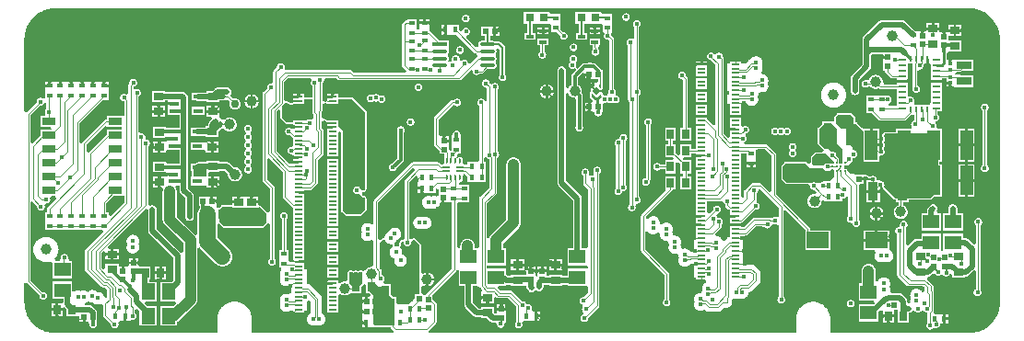
<source format=gtl>
G04*
G04 #@! TF.GenerationSoftware,Altium Limited,Altium Designer,21.7.2 (23)*
G04*
G04 Layer_Physical_Order=1*
G04 Layer_Color=255*
%FSLAX44Y44*%
%MOMM*%
G71*
G04*
G04 #@! TF.SameCoordinates,7C38C3A3-C4E6-443E-8540-10D383AE158C*
G04*
G04*
G04 #@! TF.FilePolarity,Positive*
G04*
G01*
G75*
%ADD11C,0.2500*%
%ADD12C,0.2000*%
%ADD17R,0.7000X0.1800*%
%ADD18R,0.5500X0.4500*%
%ADD20R,0.5200X0.5200*%
%ADD21R,0.9000X0.7000*%
%ADD22R,0.3200X0.3600*%
%ADD23R,0.6750X0.2500*%
%ADD24R,0.2500X0.5750*%
%ADD25R,1.1500X2.7000*%
%ADD26R,0.8000X2.0000*%
%ADD27R,0.4500X0.5500*%
%ADD28R,1.5000X1.3000*%
%ADD29R,0.5200X0.5200*%
%ADD30R,0.7000X0.9000*%
%ADD31R,0.1500X0.1500*%
%ADD32P,0.6788X4X360.0*%
%ADD33R,0.1500X0.1500*%
%ADD34R,0.8000X0.8000*%
%ADD35O,1.4000X0.3500*%
%ADD36R,1.4000X0.3500*%
G04:AMPARAMS|DCode=37|XSize=0.2mm|YSize=0.5mm|CornerRadius=0.05mm|HoleSize=0mm|Usage=FLASHONLY|Rotation=0.000|XOffset=0mm|YOffset=0mm|HoleType=Round|Shape=RoundedRectangle|*
%AMROUNDEDRECTD37*
21,1,0.2000,0.4000,0,0,0.0*
21,1,0.1000,0.5000,0,0,0.0*
1,1,0.1000,0.0500,-0.2000*
1,1,0.1000,-0.0500,-0.2000*
1,1,0.1000,-0.0500,0.2000*
1,1,0.1000,0.0500,0.2000*
%
%ADD37ROUNDEDRECTD37*%
G04:AMPARAMS|DCode=38|XSize=0.2mm|YSize=0.7mm|CornerRadius=0.05mm|HoleSize=0mm|Usage=FLASHONLY|Rotation=270.000|XOffset=0mm|YOffset=0mm|HoleType=Round|Shape=RoundedRectangle|*
%AMROUNDEDRECTD38*
21,1,0.2000,0.6000,0,0,270.0*
21,1,0.1000,0.7000,0,0,270.0*
1,1,0.1000,-0.3000,-0.0500*
1,1,0.1000,-0.3000,0.0500*
1,1,0.1000,0.3000,0.0500*
1,1,0.1000,0.3000,-0.0500*
%
%ADD38ROUNDEDRECTD38*%
%ADD39R,0.4000X0.5000*%
%ADD40R,1.4000X0.7500*%
%ADD41R,1.3000X1.5000*%
%ADD42R,0.9500X1.7000*%
%ADD43R,1.2500X0.7600*%
%ADD44R,2.0000X1.5000*%
%ADD45R,0.7100X0.3000*%
%ADD82C,0.0983*%
%ADD83R,0.9000X0.4000*%
%ADD84C,0.2300*%
%ADD85C,1.0000*%
%ADD86C,0.7500*%
%ADD87C,0.1250*%
%ADD88C,0.5000*%
%ADD89C,0.1108*%
%ADD90C,0.3000*%
%ADD91C,1.0000*%
%ADD92C,1.5000*%
%ADD93R,1.1750X0.8250*%
%ADD94O,1.1000X1.9000*%
%ADD95O,1.1000X2.4000*%
%ADD96C,5.3000*%
%ADD97C,1.3680*%
%ADD98R,1.3680X1.3680*%
%ADD99C,6.3000*%
%ADD100C,0.4060*%
%ADD101C,0.4064*%
%ADD102C,0.5080*%
G36*
X30000Y300990D02*
X870000D01*
X870074Y300998D01*
X871466Y300961D01*
X872927Y300846D01*
X874380Y300655D01*
X875822Y300388D01*
X877247Y300046D01*
X878652Y299629D01*
X880034Y299140D01*
X881389Y298579D01*
X882712Y297948D01*
X884000Y297248D01*
X885250Y296483D01*
X886458Y295652D01*
X887621Y294760D01*
X888736Y293808D01*
X889799Y292799D01*
X890808Y291735D01*
X891760Y290621D01*
X892652Y289458D01*
X893483Y288250D01*
X894249Y287000D01*
X894948Y285712D01*
X895579Y284389D01*
X896140Y283034D01*
X896629Y281652D01*
X897046Y280247D01*
X897388Y278822D01*
X897655Y277380D01*
X897846Y275927D01*
X897961Y274466D01*
X897998Y273075D01*
X897990Y273000D01*
Y30000D01*
X897990Y30000D01*
X897990Y30000D01*
X897922Y28029D01*
X897846Y27073D01*
X897655Y25620D01*
X897388Y24179D01*
X897046Y22753D01*
X896629Y21348D01*
X896140Y19966D01*
X895579Y18612D01*
X894948Y17288D01*
X894249Y16000D01*
X893483Y14750D01*
X892652Y13542D01*
X891760Y12379D01*
X890808Y11265D01*
X889799Y10201D01*
X888736Y9192D01*
X887621Y8240D01*
X886458Y7348D01*
X885250Y6518D01*
X884000Y5752D01*
X882712Y5052D01*
X881389Y4421D01*
X880034Y3860D01*
X878652Y3371D01*
X877247Y2955D01*
X875822Y2612D01*
X874380Y2345D01*
X872927Y2154D01*
X871466Y2039D01*
X870075Y2002D01*
X870000Y2010D01*
X742260Y2010D01*
Y15000D01*
X742258Y15019D01*
X742225Y16031D01*
X742124Y17057D01*
X741956Y18074D01*
X741721Y19079D01*
X741422Y20066D01*
X741059Y21031D01*
X740633Y21970D01*
X740147Y22879D01*
X739603Y23755D01*
X739002Y24593D01*
X738348Y25390D01*
X737643Y26143D01*
X736890Y26848D01*
X736093Y27502D01*
X735255Y28103D01*
X734379Y28647D01*
X733470Y29133D01*
X732531Y29559D01*
X731565Y29922D01*
X730579Y30222D01*
X729574Y30456D01*
X728557Y30624D01*
X727531Y30725D01*
X726500Y30759D01*
X725469Y30725D01*
X724443Y30624D01*
X723426Y30456D01*
X722421Y30222D01*
X721435Y29922D01*
X720470Y29559D01*
X719530Y29133D01*
X718621Y28647D01*
X717745Y28103D01*
X716907Y27502D01*
X716110Y26848D01*
X715357Y26143D01*
X714652Y25390D01*
X713998Y24593D01*
X713397Y23755D01*
X712853Y22879D01*
X712367Y21970D01*
X711941Y21031D01*
X711578Y20066D01*
X711279Y19079D01*
X711044Y18074D01*
X710876Y17057D01*
X710775Y16031D01*
X710742Y15019D01*
X710740Y15000D01*
Y2010D01*
X373699Y2010D01*
X373147Y3040D01*
X373026Y3864D01*
X373024Y4010D01*
X380007Y10993D01*
X380224Y11247D01*
X380399Y11532D01*
X380527Y11841D01*
X380605Y12167D01*
X380632Y12500D01*
Y28500D01*
X380605Y28833D01*
X380527Y29159D01*
X380399Y29468D01*
X380224Y29753D01*
X380007Y30007D01*
X377100Y32915D01*
Y36850D01*
X377100Y36850D01*
X377100D01*
X377988Y38473D01*
X398507Y58993D01*
X398725Y59247D01*
X398899Y59532D01*
X399027Y59841D01*
X401000Y59491D01*
Y45000D01*
X405991D01*
Y28000D01*
X406026Y27477D01*
X406128Y26962D01*
X406297Y26466D01*
X406529Y25996D01*
X406820Y25560D01*
X407165Y25166D01*
X414665Y17665D01*
X415060Y17320D01*
X415496Y17028D01*
X415966Y16796D01*
X416463Y16628D01*
X416977Y16526D01*
X417500Y16491D01*
X421500D01*
Y15500D01*
X426831D01*
X429388Y12943D01*
X429782Y12598D01*
X430218Y12306D01*
X430688Y12074D01*
X431185Y11906D01*
X431699Y11803D01*
X432222Y11769D01*
X434233D01*
X434655Y11584D01*
X436026Y10498D01*
Y10035D01*
X436086Y9577D01*
X436206Y9129D01*
X436383Y8702D01*
X436614Y8301D01*
X436896Y7934D01*
X437223Y7607D01*
X437590Y7325D01*
X437991Y7094D01*
X438419Y6917D01*
X438866Y6797D01*
X439324Y6737D01*
X439787D01*
X440246Y6797D01*
X440693Y6917D01*
X441120Y7094D01*
X441521Y7325D01*
X441888Y7607D01*
X442215Y7934D01*
X442497Y8301D01*
X442728Y8702D01*
X442906Y9129D01*
X443025Y9577D01*
X443086Y10035D01*
Y10498D01*
X444100Y11900D01*
X444100D01*
Y19900D01*
Y22750D01*
X435900D01*
Y19786D01*
X433883D01*
X433500Y20169D01*
Y25500D01*
X421500D01*
Y24509D01*
X419160D01*
X414009Y29660D01*
Y45000D01*
X418077D01*
X418176Y44982D01*
X418436Y44889D01*
X419221Y44571D01*
X419592Y44344D01*
X420092Y43907D01*
X420414Y43586D01*
X420493Y43493D01*
X422638Y41348D01*
X421872Y39500D01*
X421500D01*
Y35750D01*
X427500D01*
Y34500D01*
X428750D01*
Y29500D01*
X433500D01*
Y34077D01*
X435348Y34843D01*
X435633Y34558D01*
X435887Y34341D01*
X436172Y34166D01*
X436481Y34038D01*
X436806Y33960D01*
X437140Y33933D01*
X446302D01*
X453542Y26693D01*
Y12284D01*
X453340Y12082D01*
X453059Y11715D01*
X452827Y11315D01*
X452650Y10887D01*
X452530Y10440D01*
X452470Y9981D01*
Y9519D01*
X452530Y9060D01*
X452650Y8613D01*
X452827Y8185D01*
X453059Y7785D01*
X453340Y7418D01*
X453667Y7090D01*
X454035Y6809D01*
X454435Y6577D01*
X454863Y6400D01*
X455310Y6280D01*
X455769Y6220D01*
X456231D01*
X456690Y6280D01*
X457137Y6400D01*
X457565Y6577D01*
X457965Y6809D01*
X458332Y7090D01*
X458660Y7418D01*
X458941Y7785D01*
X459173Y8185D01*
X459350Y8613D01*
X459470Y9060D01*
X459530Y9519D01*
Y9981D01*
X459470Y10440D01*
X459350Y10887D01*
X459173Y11315D01*
X459698Y12580D01*
X460285Y13250D01*
X466250D01*
X466750Y13250D01*
X468250D01*
X468750Y13250D01*
X470750D01*
Y17500D01*
Y21750D01*
X469203D01*
X469194Y21756D01*
X468624Y22368D01*
X467978Y23637D01*
X467990Y23666D01*
X468110Y24113D01*
X468170Y24571D01*
Y25034D01*
X468110Y25493D01*
X467990Y25940D01*
X467813Y26367D01*
X467581Y26768D01*
X467300Y27135D01*
X466973Y27462D01*
X466605Y27744D01*
X466205Y27975D01*
X465777Y28153D01*
X465330Y28272D01*
X464871Y28333D01*
X464409D01*
X463950Y28272D01*
X463440Y28278D01*
X463002Y29154D01*
X462770Y29555D01*
X462488Y29922D01*
X462161Y30249D01*
X461794Y30531D01*
X461393Y30762D01*
X460966Y30939D01*
X460519Y31059D01*
X460060Y31119D01*
X459645D01*
X450442Y40322D01*
X450188Y40539D01*
X449903Y40714D01*
X449594Y40842D01*
X449268Y40920D01*
X448935Y40947D01*
X439162D01*
X436956Y43152D01*
X437721Y45000D01*
X444000D01*
Y46023D01*
X444500Y46491D01*
X449000D01*
Y45500D01*
X461000D01*
Y45500D01*
X462991Y45479D01*
Y44516D01*
X463026Y43993D01*
X463128Y43478D01*
X463297Y42982D01*
X463529Y42512D01*
X463820Y42076D01*
X464165Y41681D01*
X465165Y40681D01*
X465560Y40336D01*
X465996Y40044D01*
X466466Y39812D01*
X466963Y39644D01*
X467477Y39542D01*
X468000Y39507D01*
X468523Y39542D01*
X469038Y39644D01*
X469534Y39812D01*
X470004Y40044D01*
X470440Y40336D01*
X470834Y40681D01*
X471281Y41100D01*
X472082Y41294D01*
X472746Y41059D01*
X473216Y40827D01*
X473713Y40658D01*
X474227Y40556D01*
X474750Y40521D01*
X475273Y40556D01*
X475788Y40658D01*
X476284Y40827D01*
X476754Y41059D01*
X477190Y41350D01*
X477584Y41695D01*
X477930Y42090D01*
X478222Y42526D01*
X478453Y42996D01*
X478622Y43492D01*
X478724Y44007D01*
X478759Y44530D01*
Y46491D01*
X484000D01*
Y45500D01*
X496000D01*
Y46491D01*
X501000D01*
Y45000D01*
X518118D01*
X519000Y45000D01*
X520118Y43463D01*
Y39133D01*
X515982Y34997D01*
X515731Y35030D01*
X515269D01*
X514810Y34970D01*
X514363Y34850D01*
X513935Y34673D01*
X513535Y34441D01*
X513167Y34160D01*
X512840Y33832D01*
X512559Y33465D01*
X512327Y33065D01*
X512150Y32637D01*
X512030Y32190D01*
X511970Y31731D01*
Y31269D01*
X512030Y30810D01*
X512150Y30363D01*
X512327Y29935D01*
X512559Y29535D01*
X512840Y29167D01*
X513167Y28840D01*
X513535Y28559D01*
X513935Y28327D01*
X514363Y28150D01*
X514391Y28143D01*
X514863Y27346D01*
X514888Y27268D01*
X515020Y25990D01*
X514809Y25715D01*
X514577Y25315D01*
X514400Y24887D01*
X514280Y24440D01*
X514220Y23981D01*
Y23519D01*
X514280Y23060D01*
X514400Y22613D01*
X514577Y22185D01*
X514809Y21785D01*
X515090Y21418D01*
X515418Y21090D01*
X515554Y20986D01*
X515556Y20075D01*
X515157Y18862D01*
X515113Y18850D01*
X514685Y18673D01*
X514285Y18441D01*
X513918Y18160D01*
X513590Y17832D01*
X513309Y17465D01*
X513077Y17065D01*
X512900Y16637D01*
X512780Y16190D01*
X512720Y15731D01*
Y15269D01*
X512780Y14810D01*
X512900Y14363D01*
X513077Y13935D01*
X513309Y13535D01*
X513590Y13168D01*
X513918Y12840D01*
X514285Y12559D01*
X514685Y12327D01*
X515113Y12150D01*
X515560Y12030D01*
X516019Y11970D01*
X516481D01*
X516940Y12030D01*
X517387Y12150D01*
X517815Y12327D01*
X518215Y12559D01*
X518582Y12840D01*
X518910Y13168D01*
X519191Y13535D01*
X519423Y13935D01*
X519600Y14363D01*
X519720Y14810D01*
X519780Y15269D01*
Y15731D01*
X519747Y15982D01*
X529662Y25898D01*
X529879Y26152D01*
X530054Y26437D01*
X530182Y26746D01*
X530260Y27071D01*
X530287Y27405D01*
Y148841D01*
X530488Y148995D01*
X530815Y149323D01*
X531096Y149690D01*
X531328Y150090D01*
X531505Y150518D01*
X531625Y150965D01*
X531685Y151424D01*
Y151886D01*
X531625Y152345D01*
X531505Y152792D01*
X531328Y153220D01*
X531096Y153620D01*
X530815Y153988D01*
X530488Y154315D01*
X530120Y154596D01*
X529720Y154828D01*
X529292Y155005D01*
X528845Y155125D01*
X528386Y155185D01*
X527924D01*
X527465Y155125D01*
X527018Y155005D01*
X526590Y154828D01*
X526190Y154596D01*
X525822Y154315D01*
X525495Y153988D01*
X525214Y153620D01*
X524982Y153220D01*
X524805Y152792D01*
X524685Y152345D01*
X524625Y151886D01*
Y151424D01*
X524685Y150965D01*
X524805Y150518D01*
X524982Y150090D01*
X525214Y149690D01*
X524969Y147932D01*
X524838Y147585D01*
X524677Y147354D01*
X524231Y147030D01*
X523769D01*
X523310Y146970D01*
X522863Y146850D01*
X522511Y146704D01*
X522332Y146702D01*
X521199Y147028D01*
X520397Y147591D01*
X520369Y147622D01*
X520311Y148159D01*
X520423Y148352D01*
X520600Y148780D01*
X520720Y149227D01*
X520780Y149686D01*
Y150148D01*
X520720Y150607D01*
X520600Y151054D01*
X520423Y151482D01*
X520191Y151882D01*
X519910Y152249D01*
X519582Y152577D01*
X519215Y152858D01*
X518815Y153090D01*
X518387Y153267D01*
X517940Y153386D01*
X517481Y153447D01*
X517019D01*
X516560Y153386D01*
X516113Y153267D01*
X515685Y153090D01*
X515285Y152858D01*
X514917Y152577D01*
X514590Y152249D01*
X514309Y151882D01*
X514077Y151482D01*
X513900Y151054D01*
X513780Y150607D01*
X513720Y150148D01*
Y149686D01*
X513780Y149227D01*
X513900Y148780D01*
X514077Y148352D01*
X514309Y147952D01*
X514590Y147584D01*
X514917Y147257D01*
X515118Y147103D01*
Y139750D01*
X515145Y139417D01*
X515223Y139091D01*
X515351Y138782D01*
X515526Y138497D01*
X515743Y138243D01*
X520118Y133867D01*
Y81537D01*
X519000Y80000D01*
X518118Y80000D01*
X514009D01*
Y126000D01*
X513974Y126523D01*
X513872Y127037D01*
X513703Y127534D01*
X513471Y128004D01*
X513180Y128440D01*
X512835Y128834D01*
X499509Y142160D01*
Y222166D01*
X501373Y222808D01*
X501617Y222218D01*
X501918Y221654D01*
X502273Y221123D01*
X502678Y220630D01*
X503130Y220178D01*
X503623Y219773D01*
X504154Y219418D01*
X504717Y219117D01*
X505308Y218873D01*
X505919Y218687D01*
X506545Y218563D01*
X507181Y218500D01*
X507819D01*
X508741Y216620D01*
Y192848D01*
X508577Y192565D01*
X508400Y192137D01*
X508280Y191690D01*
X508220Y191231D01*
Y190769D01*
X508280Y190310D01*
X508400Y189863D01*
X508577Y189435D01*
X508809Y189035D01*
X509090Y188668D01*
X509417Y188340D01*
X509785Y188059D01*
X510185Y187827D01*
X510613Y187650D01*
X511060Y187530D01*
X511519Y187470D01*
X511981D01*
X512440Y187530D01*
X512887Y187650D01*
X513315Y187827D01*
X513715Y188059D01*
X514082Y188340D01*
X514410Y188668D01*
X514691Y189035D01*
X514923Y189435D01*
X515100Y189863D01*
X515220Y190310D01*
X515280Y190769D01*
Y191231D01*
X515220Y191690D01*
X515100Y192137D01*
X514923Y192565D01*
X514759Y192848D01*
Y220750D01*
X514722Y221221D01*
X514612Y221680D01*
X514431Y222116D01*
X514184Y222519D01*
X513878Y222878D01*
X513702Y223054D01*
X513813Y223419D01*
X513937Y224045D01*
X514000Y224681D01*
Y225319D01*
X513937Y225955D01*
X513813Y226581D01*
X513627Y227192D01*
X513383Y227782D01*
X513082Y228346D01*
X512727Y228877D01*
X512322Y229370D01*
X511870Y229822D01*
X511377Y230227D01*
X510846Y230582D01*
X510509Y230762D01*
Y237504D01*
X515052Y242047D01*
X516900Y241281D01*
Y241250D01*
X521000D01*
Y240000D01*
X522250D01*
Y235900D01*
X528668D01*
Y233560D01*
X526814Y232299D01*
X526681Y232295D01*
X526450Y232350D01*
Y232350D01*
X525450D01*
Y230100D01*
X525300D01*
Y229300D01*
X523500Y227500D01*
X523200D01*
Y228850D01*
X521950D01*
Y227850D01*
X521950D01*
X522363Y225909D01*
X521984Y225000D01*
Y225000D01*
X521807Y223077D01*
X521722Y222794D01*
X521693Y222500D01*
Y221033D01*
X521576Y220752D01*
X521475Y220331D01*
X521441Y219900D01*
X521475Y219468D01*
X521576Y219048D01*
X521710Y218726D01*
X521722Y218606D01*
X521807Y218323D01*
X521947Y218063D01*
X521950Y218059D01*
Y217650D01*
X522359D01*
X522363Y217647D01*
X522623Y217507D01*
X522721Y217478D01*
X524099Y216100D01*
X523841Y214885D01*
X523512Y214347D01*
X523310Y214100D01*
X522250D01*
Y210000D01*
Y205900D01*
X523545D01*
X525470Y205201D01*
Y204739D01*
X525530Y204280D01*
X525650Y203833D01*
X525827Y203405D01*
X526059Y203005D01*
X526340Y202638D01*
X526668Y202310D01*
X527035Y202029D01*
X527435Y201797D01*
X527863Y201620D01*
X528310Y201500D01*
X528769Y201440D01*
X529231D01*
X529690Y201500D01*
X530137Y201620D01*
X530565Y201797D01*
X530965Y202029D01*
X531333Y202310D01*
X531660Y202638D01*
X531941Y203005D01*
X532173Y203405D01*
X532350Y203833D01*
X532430Y204134D01*
X533100Y205900D01*
X533100Y205900D01*
Y212052D01*
X533196Y212286D01*
X533464Y212645D01*
X534769Y213720D01*
X534943Y213720D01*
X535231D01*
X535690Y213780D01*
X536137Y213900D01*
X536565Y214077D01*
X536965Y214309D01*
X537332Y214590D01*
X537375Y214633D01*
X537668Y214340D01*
X538035Y214059D01*
X538435Y213827D01*
X538863Y213650D01*
X539310Y213530D01*
X539769Y213470D01*
X540231D01*
X540690Y213530D01*
X541137Y213650D01*
X541565Y213827D01*
X541965Y214059D01*
X542332Y214340D01*
X542500Y214508D01*
X542668Y214340D01*
X543035Y214059D01*
X543435Y213827D01*
X543863Y213650D01*
X544310Y213530D01*
X544769Y213470D01*
X545231D01*
X545690Y213530D01*
X546137Y213650D01*
X546565Y213827D01*
X546965Y214059D01*
X547332Y214340D01*
X547660Y214667D01*
X547941Y215035D01*
X548173Y215435D01*
X548350Y215863D01*
X548470Y216310D01*
X548530Y216769D01*
Y217231D01*
X548470Y217690D01*
X548350Y218137D01*
X548173Y218565D01*
X547941Y218965D01*
X547660Y219332D01*
X547332Y219660D01*
X546965Y219941D01*
X546565Y220173D01*
X546137Y220350D01*
X545923Y220407D01*
X545434Y221053D01*
X544976Y222106D01*
X544923Y222435D01*
X545100Y222863D01*
X545220Y223310D01*
X545280Y223769D01*
Y224231D01*
X545220Y224690D01*
X545100Y225137D01*
X544923Y225565D01*
X544691Y225965D01*
X544410Y226332D01*
X544082Y226660D01*
X543882Y226814D01*
Y272250D01*
X543855Y272584D01*
X543777Y272909D01*
X543649Y273218D01*
X543475Y273503D01*
X543257Y273757D01*
X541357Y275657D01*
X541308Y276035D01*
X541188Y276482D01*
X541011Y276910D01*
X540779Y277311D01*
X540881Y277595D01*
X541750Y279250D01*
X541750Y279250D01*
X541750Y279250D01*
Y286250D01*
X541750Y286750D01*
Y288250D01*
X541750Y288750D01*
Y295750D01*
X533250D01*
X531750Y296957D01*
Y298000D01*
X521250D01*
X520750Y298000D01*
X519250D01*
X518750Y298000D01*
X508250D01*
Y287000D01*
X511392D01*
Y278000D01*
X508850D01*
Y272000D01*
X518950D01*
Y278000D01*
X516408D01*
Y287000D01*
X518750D01*
X519250Y287000D01*
X520750D01*
X521250Y287000D01*
X531354D01*
X531828Y286938D01*
X533250Y285793D01*
Y279250D01*
X533922D01*
X534435Y278609D01*
X534897Y277311D01*
X534665Y276910D01*
X534488Y276482D01*
X534369Y276035D01*
X534308Y275576D01*
Y275114D01*
X534369Y274655D01*
X534488Y274208D01*
X534665Y273780D01*
X534897Y273380D01*
X535178Y273013D01*
X535506Y272686D01*
X535873Y272404D01*
X536273Y272172D01*
X536701Y271995D01*
X537148Y271876D01*
X537607Y271815D01*
X538069D01*
X539289Y270679D01*
X539609Y270175D01*
X539618Y270148D01*
Y226814D01*
X539417Y226660D01*
X539090Y226332D01*
X538809Y225965D01*
X538577Y225565D01*
X538400Y225137D01*
X538280Y224690D01*
X538220Y224231D01*
Y223769D01*
X538280Y223310D01*
X538400Y222863D01*
X538422Y222810D01*
X537592Y220807D01*
X536803Y220512D01*
X536456Y220468D01*
X536137Y220600D01*
X535690Y220720D01*
X535231Y220780D01*
X534769D01*
X533607Y221968D01*
X533307Y222500D01*
X533278Y222794D01*
X533192Y223077D01*
X533053Y223337D01*
X532866Y223566D01*
X533015Y225000D01*
X532866Y226434D01*
X533053Y226663D01*
X533192Y226923D01*
X533278Y227206D01*
X533307Y227500D01*
Y231100D01*
X533278Y231394D01*
X533192Y231677D01*
X533053Y231937D01*
X533050Y231941D01*
Y232350D01*
X532932D01*
Y235900D01*
X533100D01*
Y244100D01*
X531941D01*
X531862Y244430D01*
X531681Y244866D01*
X531435Y245269D01*
X531128Y245628D01*
X527128Y249628D01*
X526769Y249935D01*
X526366Y250181D01*
X525930Y250362D01*
X525471Y250472D01*
X525000Y250509D01*
X523348D01*
X523065Y250673D01*
X522637Y250850D01*
X522190Y250970D01*
X521731Y251030D01*
X521269D01*
X520810Y250970D01*
X520363Y250850D01*
X519935Y250673D01*
X519652Y250509D01*
X516250D01*
X515779Y250472D01*
X515320Y250362D01*
X514884Y250181D01*
X514481Y249935D01*
X514122Y249628D01*
X509918Y245424D01*
X508477Y246688D01*
X508673Y247185D01*
X508707Y247269D01*
X508850Y247613D01*
X508970Y248060D01*
X509030Y248519D01*
Y248981D01*
X508970Y249440D01*
X508850Y249887D01*
X508673Y250315D01*
X508441Y250715D01*
X508282Y251218D01*
X508619Y251594D01*
X508946Y251922D01*
X509228Y252289D01*
X509459Y252689D01*
X509636Y253117D01*
X509756Y253564D01*
X509816Y254023D01*
Y254485D01*
X509756Y254944D01*
X509636Y255391D01*
X509459Y255819D01*
X509228Y256220D01*
X508946Y256587D01*
X508619Y256914D01*
X508252Y257195D01*
X507851Y257427D01*
X507423Y257604D01*
X506977Y257724D01*
X506518Y257784D01*
X506055D01*
X505596Y257724D01*
X505149Y257604D01*
X504722Y257427D01*
X504321Y257195D01*
X503954Y256914D01*
X503627Y256587D01*
X503345Y256220D01*
X503114Y255819D01*
X502937Y255391D01*
X502817Y254944D01*
X502756Y254485D01*
Y254023D01*
X502817Y253564D01*
X502937Y253117D01*
X503114Y252689D01*
X503345Y252289D01*
X503505Y251786D01*
X503167Y251410D01*
X502840Y251082D01*
X502559Y250715D01*
X502327Y250315D01*
X502150Y249887D01*
X502030Y249440D01*
X501970Y248981D01*
Y248519D01*
X502030Y248060D01*
X502150Y247613D01*
X502327Y247185D01*
X502559Y246785D01*
X502840Y246418D01*
X503167Y246090D01*
X503535Y245809D01*
X503935Y245577D01*
X504363Y245400D01*
X504810Y245280D01*
X505269Y245220D01*
X505731D01*
X506190Y245280D01*
X506637Y245400D01*
X506950Y245530D01*
X507065Y245577D01*
X507562Y245773D01*
X508826Y244332D01*
X505372Y240878D01*
X505065Y240519D01*
X504819Y240116D01*
X504638Y239680D01*
X504528Y239221D01*
X504491Y238750D01*
Y230762D01*
X504154Y230582D01*
X503623Y230227D01*
X503130Y229822D01*
X502678Y229370D01*
X502273Y228877D01*
X501918Y228346D01*
X501617Y227782D01*
X501373Y227192D01*
X499509Y227834D01*
Y243500D01*
X499474Y244023D01*
X499372Y244538D01*
X499203Y245034D01*
X498971Y245504D01*
X498680Y245940D01*
X498335Y246334D01*
X497940Y246680D01*
X497504Y246971D01*
X497034Y247203D01*
X496538Y247372D01*
X496023Y247474D01*
X495500Y247509D01*
X494977Y247474D01*
X494463Y247372D01*
X493966Y247203D01*
X493496Y246971D01*
X493060Y246680D01*
X492665Y246334D01*
X492320Y245940D01*
X492029Y245504D01*
X491797Y245034D01*
X491628Y244538D01*
X491526Y244023D01*
X491491Y243500D01*
Y140500D01*
X491526Y139977D01*
X491628Y139462D01*
X491797Y138966D01*
X492029Y138496D01*
X492320Y138060D01*
X492665Y137666D01*
X505991Y124340D01*
Y80000D01*
X501000D01*
Y64000D01*
X518118D01*
X519000Y64000D01*
X520092Y62500D01*
X519000Y61000D01*
X518118Y61000D01*
X501000D01*
Y54509D01*
X496000D01*
Y55500D01*
X484000D01*
Y54509D01*
X481600D01*
Y57750D01*
X473400D01*
Y54310D01*
X473100Y54109D01*
X471100Y55178D01*
Y57750D01*
X467000D01*
Y59000D01*
X465750D01*
Y63100D01*
X463000D01*
X462900Y63100D01*
X461720Y63250D01*
X456250D01*
Y59500D01*
X460900D01*
X461000Y59500D01*
X462900Y59259D01*
Y55741D01*
X461000Y55500D01*
Y55500D01*
X449000D01*
Y54509D01*
X446160D01*
X444834Y55834D01*
X444440Y56180D01*
X444004Y56472D01*
X444000Y56474D01*
Y61000D01*
X426882D01*
Y64000D01*
X444000D01*
Y80000D01*
X441508D01*
Y84554D01*
X455852Y98898D01*
X456281Y99372D01*
X456661Y99884D01*
X456989Y100432D01*
X457262Y101010D01*
X457478Y101611D01*
X457633Y102230D01*
X457727Y102862D01*
X457758Y103500D01*
X457758Y103500D01*
Y157250D01*
X457727Y157888D01*
X457633Y158520D01*
X457478Y159139D01*
X457262Y159740D01*
X456989Y160318D01*
X456661Y160866D01*
X456281Y161378D01*
X455852Y161852D01*
X455378Y162281D01*
X454866Y162661D01*
X454318Y162989D01*
X453740Y163263D01*
X453139Y163478D01*
X452520Y163633D01*
X451888Y163727D01*
X451250Y163758D01*
X450612Y163727D01*
X449980Y163633D01*
X449361Y163478D01*
X448760Y163263D01*
X448182Y162989D01*
X447634Y162661D01*
X447122Y162281D01*
X446648Y161852D01*
X446219Y161378D01*
X445839Y160866D01*
X445511Y160318D01*
X445238Y159740D01*
X445022Y159139D01*
X444867Y158520D01*
X444773Y157888D01*
X444742Y157250D01*
Y106196D01*
X430398Y91852D01*
X429969Y91378D01*
X429589Y90866D01*
X429261Y90318D01*
X428988Y89740D01*
X428772Y89139D01*
X426882Y89691D01*
Y121117D01*
X435507Y129743D01*
X435724Y129997D01*
X435899Y130282D01*
X436027Y130591D01*
X436105Y130917D01*
X436132Y131250D01*
Y163030D01*
X436151Y163038D01*
X436552Y163269D01*
X436919Y163551D01*
X437246Y163878D01*
X437528Y164245D01*
X437759Y164646D01*
X437937Y165074D01*
X438056Y165520D01*
X438117Y165979D01*
Y166442D01*
X438056Y166901D01*
X437937Y167348D01*
X437759Y167775D01*
X437528Y168176D01*
X437246Y168543D01*
X436919Y168870D01*
X436552Y169152D01*
X436530Y169165D01*
Y226050D01*
X436582Y226090D01*
X436910Y226418D01*
X437191Y226785D01*
X437423Y227185D01*
X437600Y227613D01*
X437720Y228060D01*
X437780Y228519D01*
Y228981D01*
X437720Y229440D01*
X437600Y229887D01*
X437423Y230315D01*
X437191Y230715D01*
X436910Y231082D01*
X436582Y231410D01*
X436215Y231691D01*
X435815Y231923D01*
X435387Y232100D01*
X434940Y232220D01*
X434481Y232280D01*
X434019D01*
X433560Y232220D01*
X433113Y232100D01*
X432685Y231923D01*
X432285Y231691D01*
X431917Y231410D01*
X431540Y231091D01*
X429809Y231388D01*
X429474Y231538D01*
X429390Y231623D01*
X429405Y231739D01*
Y232201D01*
X429344Y232660D01*
X429225Y233107D01*
X429048Y233535D01*
X428816Y233935D01*
X428535Y234303D01*
X428207Y234630D01*
X427840Y234911D01*
X427439Y235143D01*
X427012Y235320D01*
X426565Y235440D01*
X426106Y235500D01*
X425644D01*
X425185Y235440D01*
X424738Y235320D01*
X424310Y235143D01*
X423909Y234911D01*
X423542Y234630D01*
X423215Y234303D01*
X422934Y233935D01*
X422702Y233535D01*
X422525Y233107D01*
X422405Y232660D01*
X422345Y232201D01*
Y231739D01*
X422405Y231280D01*
X422525Y230833D01*
X422702Y230405D01*
X422934Y230005D01*
X423215Y229638D01*
X423542Y229310D01*
X423909Y229029D01*
X424310Y228797D01*
X424738Y228620D01*
X425185Y228500D01*
X425644Y228440D01*
X426106D01*
X427023Y226663D01*
Y215916D01*
X425100Y215387D01*
X424923Y215815D01*
X424691Y216215D01*
X424410Y216583D01*
X424082Y216910D01*
X423715Y217191D01*
X423315Y217423D01*
X422887Y217600D01*
X422440Y217720D01*
X421981Y217780D01*
X421519D01*
X421060Y217720D01*
X420613Y217600D01*
X420185Y217423D01*
X419785Y217191D01*
X419417Y216910D01*
X419090Y216583D01*
X418809Y216215D01*
X418577Y215815D01*
X418400Y215387D01*
X418280Y214940D01*
X418220Y214481D01*
Y214019D01*
X418280Y213560D01*
X418400Y213113D01*
X418577Y212685D01*
X418809Y212285D01*
X419090Y211917D01*
X419417Y211590D01*
X419785Y211309D01*
X419869Y211260D01*
Y160664D01*
X418454Y159250D01*
X416750Y159250D01*
X416250Y159250D01*
X409250D01*
Y156881D01*
X406665D01*
X406617Y156920D01*
X406269Y157106D01*
X405892Y157220D01*
X405251Y157508D01*
X404510Y158250D01*
Y162250D01*
X404471Y162642D01*
X404357Y163019D01*
X404171Y163367D01*
X403921Y163671D01*
X403616Y163921D01*
X403269Y164107D01*
X402892Y164221D01*
X402500Y164260D01*
X401500D01*
X401108Y164221D01*
X400820Y164134D01*
X399503Y164937D01*
X399603Y166633D01*
X400455Y167000D01*
X403250D01*
Y174000D01*
X403250Y174500D01*
Y176000D01*
X403250Y176500D01*
Y183500D01*
X403250D01*
X402530Y184519D01*
Y184981D01*
X402470Y185440D01*
X402350Y185887D01*
X402173Y186315D01*
X401941Y186715D01*
X401660Y187083D01*
X401333Y187410D01*
X400965Y187691D01*
X400565Y187923D01*
X400137Y188100D01*
X399690Y188220D01*
X399231Y188280D01*
X398769D01*
X398310Y188220D01*
X397863Y188100D01*
X397435Y187923D01*
X397035Y187691D01*
X396668Y187410D01*
X396340Y187083D01*
X396059Y186715D01*
X395827Y186315D01*
X395650Y185887D01*
X395530Y185440D01*
X395500Y185212D01*
X394750Y183500D01*
X394750Y183500D01*
X394750Y183500D01*
Y176500D01*
X394750Y176000D01*
Y174500D01*
X394750Y174000D01*
Y170778D01*
X393420Y169825D01*
X391600Y170948D01*
Y177750D01*
X387500D01*
Y179000D01*
X386250D01*
Y183100D01*
X383400D01*
X382382Y184678D01*
Y198367D01*
X395084Y211069D01*
X396870Y211917D01*
X397197Y211590D01*
X397564Y211309D01*
X397965Y211077D01*
X398392Y210900D01*
X398839Y210780D01*
X399298Y210720D01*
X399761D01*
X400220Y210780D01*
X400667Y210900D01*
X401094Y211077D01*
X401495Y211309D01*
X401862Y211590D01*
X402189Y211917D01*
X402471Y212285D01*
X402702Y212685D01*
X402879Y213113D01*
X402999Y213560D01*
X403060Y214019D01*
Y214481D01*
X402999Y214940D01*
X402879Y215387D01*
X402702Y215815D01*
X402471Y216215D01*
X402189Y216583D01*
X401862Y216910D01*
X401495Y217191D01*
X401094Y217423D01*
X400667Y217600D01*
X400220Y217720D01*
X399761Y217780D01*
X399298D01*
X398839Y217720D01*
X398392Y217600D01*
X397965Y217423D01*
X397564Y217191D01*
X397197Y216910D01*
X396870Y216583D01*
X396716Y216382D01*
X395250D01*
X394916Y216355D01*
X394591Y216277D01*
X394282Y216149D01*
X393997Y215975D01*
X393743Y215757D01*
X378743Y200757D01*
X378526Y200503D01*
X378351Y200218D01*
X378223Y199909D01*
X378145Y199583D01*
X378118Y199250D01*
Y175500D01*
X378145Y175166D01*
X378223Y174841D01*
X378351Y174532D01*
X378526Y174247D01*
X378743Y173993D01*
X383243Y169493D01*
X383400Y169358D01*
Y166900D01*
X387868D01*
Y163415D01*
X387829Y163367D01*
X387643Y163019D01*
X387529Y162642D01*
X387490Y162250D01*
Y158250D01*
X386749Y157508D01*
X386108Y157220D01*
X385731Y157106D01*
X385384Y156920D01*
X385336Y156881D01*
X384884D01*
X383007Y158757D01*
X382753Y158975D01*
X382468Y159149D01*
X382159Y159277D01*
X381833Y159355D01*
X381500Y159382D01*
X359250D01*
X358917Y159355D01*
X358591Y159277D01*
X358282Y159149D01*
X357997Y158975D01*
X357743Y158757D01*
X323493Y124507D01*
X323275Y124253D01*
X323101Y123968D01*
X322973Y123659D01*
X322895Y123334D01*
X322868Y123000D01*
Y102999D01*
X321870Y102356D01*
X320868Y102114D01*
X320635Y102300D01*
X320079Y102649D01*
X319488Y102934D01*
X318869Y103151D01*
X318230Y103297D01*
X317578Y103370D01*
X316922D01*
X316270Y103297D01*
X315631Y103151D01*
X315012Y102934D01*
X314421Y102649D01*
X313865Y102300D01*
X313352Y101891D01*
X312889Y101428D01*
X312480Y100915D01*
X312131Y100359D01*
X311846Y99768D01*
X311629Y99149D01*
X311483Y98510D01*
X311410Y97858D01*
Y97202D01*
X311483Y96550D01*
X311629Y95911D01*
X311846Y95292D01*
X311987Y95000D01*
X311846Y94708D01*
X311629Y94089D01*
X311483Y93450D01*
X311410Y92798D01*
Y92142D01*
X311483Y91490D01*
X311629Y90851D01*
X311846Y90232D01*
X312131Y89641D01*
X312480Y89085D01*
X312889Y88572D01*
X313352Y88109D01*
X313865Y87700D01*
X314421Y87351D01*
X315012Y87066D01*
X315631Y86849D01*
X316270Y86704D01*
X316922Y86630D01*
X317578D01*
X318230Y86704D01*
X318869Y86849D01*
X319488Y87066D01*
X320079Y87351D01*
X320635Y87700D01*
X320868Y87886D01*
X321870Y87644D01*
X322868Y87001D01*
Y64426D01*
X322495Y63868D01*
X321069Y62750D01*
X320431D01*
X319795Y62687D01*
X319169Y62563D01*
X318558Y62377D01*
X317967Y62133D01*
X317404Y61832D01*
X316873Y61477D01*
X316380Y61072D01*
X315928Y60620D01*
X315523Y60127D01*
X315337Y59848D01*
X315113Y59660D01*
X314713Y59422D01*
X313365Y58907D01*
X312854Y59032D01*
X312746Y59068D01*
X312565Y59173D01*
X312137Y59350D01*
X311690Y59470D01*
X311231Y59530D01*
X310769D01*
X310310Y59470D01*
X309863Y59350D01*
X309435Y59173D01*
X309149Y59007D01*
X308351D01*
X308065Y59173D01*
X307637Y59350D01*
X307190Y59470D01*
X306731Y59530D01*
X306269D01*
X305810Y59470D01*
X305363Y59350D01*
X304935Y59173D01*
X304649Y59007D01*
X303851D01*
X303565Y59173D01*
X303137Y59350D01*
X302690Y59470D01*
X302231Y59530D01*
X301769D01*
X301310Y59470D01*
X300863Y59350D01*
X300435Y59173D01*
X300035Y58941D01*
X300002Y58917D01*
X299923Y58892D01*
X299663Y58753D01*
X299434Y58566D01*
X299247Y58337D01*
X299107Y58077D01*
X299083Y57998D01*
X299059Y57965D01*
X298827Y57565D01*
X298650Y57137D01*
X298530Y56690D01*
X298470Y56231D01*
Y55769D01*
X298530Y55310D01*
X298650Y54863D01*
X298827Y54435D01*
X298993Y54149D01*
Y51051D01*
X298608Y50474D01*
X297339Y49536D01*
X296993Y49458D01*
X296569Y49500D01*
X295931D01*
X295295Y49437D01*
X294669Y49313D01*
X294058Y49127D01*
X293468Y48883D01*
X292904Y48582D01*
X292373Y48227D01*
X292000Y47921D01*
X291537Y47991D01*
X290000Y48751D01*
Y50250D01*
X285000D01*
X280000D01*
Y48750D01*
X285000D01*
Y46250D01*
X280000D01*
Y45100D01*
Y33100D01*
Y21100D01*
X290000D01*
Y25100D01*
Y37249D01*
X291537Y38009D01*
X292000Y38079D01*
X292373Y37773D01*
X292904Y37418D01*
X293468Y37117D01*
X294058Y36873D01*
X294669Y36687D01*
X295295Y36563D01*
X295931Y36500D01*
X296569D01*
X297205Y36563D01*
X297831Y36687D01*
X298442Y36873D01*
X299032Y37117D01*
X299596Y37418D01*
X300068Y37733D01*
X301750Y38500D01*
X311750D01*
Y44868D01*
X313750Y46868D01*
X314277Y46844D01*
X314756Y46750D01*
X315750Y46206D01*
Y38500D01*
X318805D01*
X319861Y37176D01*
X319064Y35350D01*
X317750D01*
Y31250D01*
X316500D01*
Y30000D01*
X312400D01*
Y27150D01*
X312400D01*
Y25350D01*
X312400D01*
Y22500D01*
X316500D01*
Y20000D01*
X312400D01*
Y17438D01*
X312250Y15500D01*
X312250Y15212D01*
Y12500D01*
X316000D01*
Y11250D01*
X317250D01*
Y7000D01*
X319250D01*
X319750Y7000D01*
X321250D01*
X321750Y7000D01*
X328750D01*
Y7493D01*
X338389D01*
X338395Y7416D01*
X338473Y7091D01*
X338601Y6782D01*
X338775Y6497D01*
X338993Y6243D01*
X341226Y4010D01*
X341224Y3864D01*
X341103Y3040D01*
X340551Y2010D01*
X210760Y2010D01*
X210760Y15080D01*
X210758Y15099D01*
X210725Y16111D01*
X210624Y17137D01*
X210456Y18155D01*
X210222Y19159D01*
X209922Y20146D01*
X209559Y21111D01*
X209133Y22050D01*
X208647Y22960D01*
X208103Y23835D01*
X207502Y24674D01*
X206848Y25471D01*
X206143Y26223D01*
X205390Y26928D01*
X204593Y27582D01*
X203755Y28183D01*
X202879Y28728D01*
X201970Y29214D01*
X201031Y29639D01*
X200065Y30003D01*
X199079Y30302D01*
X198074Y30536D01*
X197057Y30704D01*
X196031Y30805D01*
X195000Y30839D01*
X193969Y30805D01*
X192943Y30704D01*
X191926Y30536D01*
X190921Y30302D01*
X189935Y30003D01*
X188969Y29639D01*
X188030Y29214D01*
X187121Y28728D01*
X186245Y28183D01*
X185407Y27582D01*
X184610Y26928D01*
X183857Y26223D01*
X183152Y25471D01*
X182498Y24674D01*
X181897Y23835D01*
X181353Y22960D01*
X180867Y22050D01*
X180441Y21111D01*
X180078Y20146D01*
X179778Y19159D01*
X179544Y18155D01*
X179376Y17137D01*
X179275Y16111D01*
X179242Y15099D01*
X179240Y15080D01*
Y2010D01*
X30000D01*
X29926Y2002D01*
X28535Y2039D01*
X27073Y2154D01*
X25620Y2345D01*
X24179Y2612D01*
X22753Y2955D01*
X21348Y3371D01*
X19966Y3860D01*
X18612Y4421D01*
X17289Y5052D01*
X16000Y5752D01*
X14750Y6518D01*
X13542Y7348D01*
X12379Y8240D01*
X11265Y9192D01*
X10201Y10201D01*
X9192Y11265D01*
X8240Y12379D01*
X7348Y13542D01*
X6518Y14750D01*
X5752Y16000D01*
X5052Y17289D01*
X4421Y18612D01*
X3860Y19966D01*
X3371Y21348D01*
X2955Y22753D01*
X2612Y24179D01*
X2345Y25620D01*
X2154Y27073D01*
X2039Y28535D01*
X2002Y29926D01*
X2010Y30000D01*
Y47551D01*
X3040Y48103D01*
X3865Y48224D01*
X4010Y48226D01*
X15753Y36482D01*
X15720Y36231D01*
Y35769D01*
X15780Y35310D01*
X15900Y34863D01*
X16077Y34435D01*
X16309Y34035D01*
X16590Y33668D01*
X16918Y33340D01*
X17285Y33059D01*
X17685Y32827D01*
X18113Y32650D01*
X18560Y32530D01*
X19019Y32470D01*
X19481D01*
X19940Y32530D01*
X20387Y32650D01*
X20815Y32827D01*
X21215Y33059D01*
X21583Y33340D01*
X21910Y33668D01*
X22191Y34035D01*
X22423Y34435D01*
X22600Y34863D01*
X22720Y35310D01*
X22780Y35769D01*
Y36231D01*
X22720Y36690D01*
X22600Y37137D01*
X22423Y37565D01*
X22191Y37965D01*
X21910Y38333D01*
X21583Y38660D01*
X21215Y38941D01*
X20815Y39173D01*
X20387Y39350D01*
X19940Y39470D01*
X19481Y39530D01*
X19019D01*
X18768Y39497D01*
X7632Y50633D01*
Y122025D01*
X9632Y122854D01*
X13753Y118732D01*
X13720Y118481D01*
Y118019D01*
X13780Y117560D01*
X13900Y117113D01*
X14077Y116685D01*
X14309Y116285D01*
X14590Y115918D01*
X14918Y115590D01*
X15285Y115309D01*
X15685Y115077D01*
X16113Y114900D01*
X16560Y114780D01*
X17019Y114720D01*
X17481D01*
X17940Y114780D01*
X18387Y114900D01*
X18815Y115077D01*
X19215Y115309D01*
X19583Y115590D01*
X19910Y115918D01*
X20191Y116285D01*
X20423Y116685D01*
X20600Y117113D01*
X20720Y117560D01*
X20780Y118019D01*
Y118481D01*
X20720Y118940D01*
X20600Y119387D01*
X20428Y119802D01*
X20547Y120125D01*
X21134Y121013D01*
X21719Y121509D01*
X22019Y121470D01*
X22481D01*
X22940Y121530D01*
X23387Y121650D01*
X23815Y121827D01*
X24215Y122059D01*
X24583Y122340D01*
X24910Y122668D01*
X25191Y123035D01*
X25423Y123435D01*
X25600Y123863D01*
X25720Y124310D01*
X25780Y124769D01*
Y125231D01*
X25720Y125690D01*
X25650Y125950D01*
X25715Y126335D01*
X26330Y127397D01*
X26932Y127950D01*
X30607D01*
X31435Y125950D01*
X23493Y118007D01*
X23275Y117753D01*
X23101Y117468D01*
X22973Y117159D01*
X22895Y116833D01*
X22868Y116500D01*
Y113250D01*
X20750D01*
Y106250D01*
X20750Y105750D01*
Y104250D01*
X20750Y103750D01*
Y96750D01*
X29250D01*
Y96750D01*
X30750D01*
Y96750D01*
X39250D01*
Y96750D01*
X40750D01*
Y96750D01*
X49250D01*
Y96750D01*
X50750D01*
Y96750D01*
X59250D01*
Y96750D01*
X60750D01*
Y96750D01*
X69250D01*
Y96750D01*
X70750D01*
Y96750D01*
X73628D01*
X74393Y94902D01*
X58281Y78791D01*
X58064Y78536D01*
X57889Y78251D01*
X57762Y77942D01*
X57683Y77617D01*
X57657Y77284D01*
Y60539D01*
X57683Y60205D01*
X57762Y59880D01*
X57889Y59571D01*
X58064Y59286D01*
X58281Y59032D01*
X73017Y44296D01*
X73271Y44079D01*
X73556Y43904D01*
X73865Y43776D01*
X74191Y43698D01*
X74524Y43672D01*
X75940D01*
X77993Y41618D01*
Y35016D01*
X77386Y34296D01*
X77365Y34287D01*
X77262Y34284D01*
X76547Y34504D01*
X75185Y35451D01*
X75169Y35523D01*
X74952Y36142D01*
X74668Y36733D01*
X74318Y37288D01*
X73910Y37801D01*
X73446Y38265D01*
X72933Y38674D01*
X72378Y39023D01*
X71786Y39308D01*
X71167Y39524D01*
X70528Y39670D01*
X69876Y39744D01*
X69220D01*
X68766Y39692D01*
X68337Y40121D01*
X67825Y40529D01*
X67269Y40879D01*
X66678Y41163D01*
X66059Y41380D01*
X65420Y41526D01*
X64768Y41599D01*
X64112D01*
X63460Y41526D01*
X62821Y41380D01*
X62202Y41163D01*
X61611Y40879D01*
X61055Y40529D01*
X60542Y40121D01*
X60198Y39776D01*
X59854Y40051D01*
X59299Y40400D01*
X58708Y40684D01*
X58089Y40901D01*
X57449Y41047D01*
X56797Y41121D01*
X56142D01*
X55490Y41047D01*
X54850Y40901D01*
X54231Y40684D01*
X53939Y40544D01*
X53648Y40684D01*
X53029Y40901D01*
X52389Y41047D01*
X51737Y41121D01*
X51082D01*
X50430Y41047D01*
X49790Y40901D01*
X49171Y40684D01*
X48580Y40400D01*
X48025Y40051D01*
X47750Y39832D01*
X46881Y40024D01*
X45750Y40708D01*
Y49500D01*
X27750D01*
Y33500D01*
X37741D01*
Y31089D01*
X36750Y29500D01*
X35741Y29500D01*
X33000D01*
Y24750D01*
X36750D01*
Y25183D01*
X38002Y25786D01*
X38750Y25854D01*
X38916Y25666D01*
X40750Y23831D01*
Y17500D01*
X50750D01*
Y17500D01*
X52650Y17259D01*
Y12400D01*
X55500D01*
Y16500D01*
X58000D01*
Y12400D01*
X60172D01*
X60483Y12134D01*
X61248Y11080D01*
X61492Y10400D01*
X61470Y10231D01*
Y9769D01*
X61530Y9310D01*
X61650Y8863D01*
X61827Y8435D01*
X62059Y8035D01*
X62340Y7667D01*
X62667Y7340D01*
X63035Y7059D01*
X63435Y6827D01*
X63863Y6650D01*
X64310Y6530D01*
X64769Y6470D01*
X65231D01*
X65690Y6530D01*
X66137Y6650D01*
X66565Y6827D01*
X66965Y7059D01*
X67333Y7340D01*
X67660Y7667D01*
X67941Y8035D01*
X68173Y8435D01*
X68350Y8863D01*
X68470Y9310D01*
X68530Y9769D01*
Y10231D01*
X68508Y10400D01*
X68850Y12400D01*
X68850Y12400D01*
Y20600D01*
X68752D01*
X68724Y21023D01*
X68622Y21537D01*
X68453Y22034D01*
X68222Y22504D01*
X67930Y22940D01*
X67585Y23335D01*
X64584Y26335D01*
X64190Y26680D01*
X63754Y26971D01*
X63284Y27204D01*
X62787Y27372D01*
X62273Y27474D01*
X61750Y27509D01*
X57514D01*
X57401Y29509D01*
X57449Y29514D01*
X58089Y29660D01*
X58708Y29877D01*
X59299Y30161D01*
X59854Y30510D01*
X60367Y30919D01*
X60711Y31263D01*
X61055Y30989D01*
X61611Y30640D01*
X62202Y30355D01*
X62821Y30138D01*
X63460Y29993D01*
X64112Y29919D01*
X64768D01*
X65223Y29970D01*
X65651Y29542D01*
X66163Y29133D01*
X66719Y28784D01*
X67310Y28500D01*
X67929Y28283D01*
X68568Y28137D01*
X69220Y28064D01*
X69876D01*
X70528Y28137D01*
X71167Y28283D01*
X71786Y28500D01*
X72378Y28784D01*
X73943Y28139D01*
X74368Y27720D01*
Y18250D01*
X74395Y17917D01*
X74473Y17591D01*
X74601Y17282D01*
X74776Y16997D01*
X74993Y16743D01*
X81503Y10232D01*
X81470Y9981D01*
Y9519D01*
X81530Y9060D01*
X81650Y8613D01*
X81827Y8185D01*
X82059Y7785D01*
X82340Y7418D01*
X82668Y7090D01*
X83035Y6809D01*
X83435Y6577D01*
X83863Y6400D01*
X84310Y6280D01*
X84769Y6220D01*
X85231D01*
X85690Y6280D01*
X86137Y6400D01*
X86565Y6577D01*
X86965Y6809D01*
X87332Y7090D01*
X87660Y7418D01*
X87941Y7785D01*
X88173Y8185D01*
X88350Y8613D01*
X88470Y9060D01*
X88530Y9519D01*
Y9981D01*
X88470Y10440D01*
X88350Y10887D01*
X88173Y11315D01*
X88717Y12625D01*
X89250Y13250D01*
X90750D01*
Y13250D01*
X93250D01*
Y17500D01*
X95750D01*
Y13250D01*
X98250D01*
Y13250D01*
X98481Y13395D01*
X100250Y14126D01*
X100313Y14100D01*
X100760Y13980D01*
X101219Y13920D01*
X101681D01*
X102140Y13980D01*
X102587Y14100D01*
X103015Y14277D01*
X103415Y14509D01*
X103783Y14790D01*
X104110Y15117D01*
X104391Y15485D01*
X104623Y15885D01*
X104800Y16313D01*
X104920Y16760D01*
X104980Y17219D01*
Y17681D01*
X104920Y18140D01*
X104800Y18587D01*
X104623Y19015D01*
X104391Y19415D01*
X104110Y19783D01*
X103783Y20110D01*
X103582Y20264D01*
Y23575D01*
X105582Y24404D01*
X107500Y22485D01*
Y8500D01*
X123500D01*
Y26500D01*
X115012D01*
X112360Y29152D01*
X113125Y31000D01*
X123500D01*
Y49000D01*
X116509D01*
Y51500D01*
X118000D01*
Y63500D01*
X108000D01*
X106600Y64920D01*
Y65250D01*
X98400D01*
Y63583D01*
X96600Y63100D01*
Y63100D01*
X93750D01*
Y59000D01*
X91250D01*
Y63100D01*
X88500D01*
Y65500D01*
X76500D01*
Y61122D01*
X74652Y60357D01*
X73069Y61940D01*
Y75882D01*
X74652Y77465D01*
X76500Y76700D01*
Y75750D01*
X81250D01*
Y79500D01*
X79300D01*
X78535Y81348D01*
X113530Y116343D01*
X115040Y115840D01*
X115491Y115476D01*
Y96500D01*
X115526Y95977D01*
X115628Y95463D01*
X115796Y94966D01*
X116028Y94496D01*
X116320Y94060D01*
X116665Y93666D01*
X138991Y71340D01*
Y50160D01*
X137831Y49000D01*
X126500D01*
Y31000D01*
X140550D01*
X141378Y29000D01*
X138878Y26500D01*
X126500D01*
Y8500D01*
X142500D01*
Y11971D01*
X142697Y12089D01*
X143210Y12469D01*
X143683Y12898D01*
X159101Y28317D01*
X159102Y28317D01*
X159531Y28790D01*
X159911Y29303D01*
X160239Y29851D01*
X160513Y30428D01*
X160728Y31029D01*
X160883Y31649D01*
X160977Y32281D01*
X161008Y32919D01*
Y79956D01*
X161024Y79968D01*
X163008Y80578D01*
X163099Y80459D01*
X163630Y79880D01*
X177630Y65880D01*
X178209Y65349D01*
X178833Y64871D01*
X179496Y64448D01*
X180193Y64085D01*
X180919Y63785D01*
X181668Y63548D01*
X182436Y63378D01*
X183215Y63276D01*
X184000Y63241D01*
X184785Y63276D01*
X185564Y63378D01*
X186332Y63548D01*
X187081Y63785D01*
X187807Y64085D01*
X188504Y64448D01*
X189167Y64871D01*
X189791Y65349D01*
X190370Y65880D01*
X190901Y66459D01*
X191379Y67083D01*
X191802Y67746D01*
X192165Y68443D01*
X192465Y69169D01*
X192702Y69918D01*
X192872Y70686D01*
X192974Y71465D01*
X193009Y72250D01*
X192974Y73035D01*
X192872Y73814D01*
X192702Y74581D01*
X192465Y75331D01*
X192165Y76057D01*
X191802Y76754D01*
X191379Y77417D01*
X190901Y78041D01*
X190370Y78620D01*
X179009Y89981D01*
Y101781D01*
X181009Y102610D01*
X184184Y99434D01*
X184413Y99247D01*
X184673Y99108D01*
X184956Y99022D01*
X185250Y98993D01*
X221000D01*
X221294Y99022D01*
X221577Y99108D01*
X221837Y99247D01*
X222066Y99434D01*
X225316Y102684D01*
X225368Y102748D01*
X225947Y102733D01*
X227368Y102159D01*
Y70314D01*
X227167Y70160D01*
X226840Y69833D01*
X226559Y69465D01*
X226327Y69065D01*
X226150Y68637D01*
X226030Y68190D01*
X225970Y67731D01*
Y67269D01*
X226030Y66810D01*
X226150Y66363D01*
X226327Y65935D01*
X226559Y65535D01*
X226840Y65167D01*
X227167Y64840D01*
X227535Y64559D01*
X227935Y64327D01*
X228363Y64150D01*
X228810Y64030D01*
X229269Y63970D01*
X229731D01*
X230190Y64030D01*
X230637Y64150D01*
X231065Y64327D01*
X231465Y64559D01*
X231833Y64840D01*
X232160Y65167D01*
X232441Y65535D01*
X232673Y65935D01*
X232850Y66363D01*
X232970Y66810D01*
X233030Y67269D01*
Y67731D01*
X232970Y68190D01*
X232850Y68637D01*
X232673Y69065D01*
X232441Y69465D01*
X232160Y69833D01*
X231833Y70160D01*
X231632Y70314D01*
Y136317D01*
X231605Y136651D01*
X231527Y136976D01*
X231399Y137285D01*
X231224Y137570D01*
X231007Y137825D01*
X225132Y143700D01*
Y161852D01*
X226979Y162617D01*
X239368Y150228D01*
Y127250D01*
X239395Y126917D01*
X239473Y126591D01*
X239601Y126282D01*
X239776Y125997D01*
X239993Y125743D01*
X247743Y117993D01*
X247997Y117775D01*
X248282Y117601D01*
X248591Y117473D01*
X248916Y117395D01*
X249200Y117372D01*
Y113100D01*
Y101100D01*
Y89100D01*
Y77100D01*
Y67203D01*
X245491D01*
X245000Y69204D01*
Y71000D01*
X245000Y71500D01*
Y78500D01*
X242882D01*
Y107139D01*
X243160Y107417D01*
X243441Y107785D01*
X243673Y108185D01*
X243850Y108613D01*
X243970Y109060D01*
X244030Y109519D01*
Y109981D01*
X243970Y110440D01*
X243850Y110887D01*
X243673Y111315D01*
X243441Y111715D01*
X243160Y112083D01*
X242833Y112410D01*
X242465Y112691D01*
X242065Y112923D01*
X241637Y113100D01*
X241190Y113220D01*
X240731Y113280D01*
X240269D01*
X239810Y113220D01*
X239363Y113100D01*
X238935Y112923D01*
X238535Y112691D01*
X238167Y112410D01*
X237840Y112083D01*
X237559Y111715D01*
X237327Y111315D01*
X237150Y110887D01*
X237030Y110440D01*
X236970Y109981D01*
Y109519D01*
X237030Y109060D01*
X237150Y108613D01*
X237327Y108185D01*
X237559Y107785D01*
X237840Y107417D01*
X238167Y107090D01*
X238535Y106809D01*
X238618Y106760D01*
Y78500D01*
X236500D01*
Y71500D01*
X236500Y71000D01*
Y69500D01*
X236500Y69000D01*
Y62000D01*
X237456D01*
X237904Y61357D01*
X238246Y60000D01*
X238139Y59893D01*
X237730Y59380D01*
X237381Y58824D01*
X237096Y58233D01*
X236879Y57614D01*
X236733Y56975D01*
X236660Y56323D01*
Y55667D01*
X236733Y55015D01*
X236879Y54376D01*
X237096Y53757D01*
X237236Y53465D01*
X237096Y53173D01*
X236879Y52554D01*
X236733Y51915D01*
X236660Y51263D01*
Y50607D01*
X236733Y49955D01*
X236879Y49316D01*
X237096Y48696D01*
X237381Y48106D01*
X237730Y47550D01*
X238139Y47037D01*
X238602Y46574D01*
X239115Y46165D01*
X239671Y45816D01*
X240262Y45531D01*
X240881Y45314D01*
X241520Y45168D01*
X242172Y45095D01*
X242828D01*
X243480Y45168D01*
X244119Y45314D01*
X244738Y45531D01*
X244890Y45604D01*
X246147Y45092D01*
X246890Y44434D01*
Y38790D01*
X246198Y38197D01*
X244890Y37664D01*
X244738Y37737D01*
X244119Y37954D01*
X243480Y38100D01*
X242828Y38173D01*
X242172D01*
X241520Y38100D01*
X240881Y37954D01*
X240262Y37737D01*
X239671Y37453D01*
X239115Y37104D01*
X238602Y36695D01*
X238139Y36231D01*
X237730Y35718D01*
X237381Y35163D01*
X237096Y34572D01*
X236879Y33953D01*
X236733Y33313D01*
X236660Y32661D01*
Y32005D01*
X236733Y31353D01*
X236879Y30714D01*
X237096Y30095D01*
X237236Y29803D01*
X237096Y29511D01*
X236879Y28892D01*
X236733Y28253D01*
X236660Y27601D01*
Y26945D01*
X236733Y26293D01*
X236879Y25654D01*
X237096Y25035D01*
X237381Y24444D01*
X237730Y23888D01*
X238139Y23376D01*
X238602Y22912D01*
X239115Y22503D01*
X239671Y22154D01*
X240262Y21869D01*
X240881Y21653D01*
X241520Y21507D01*
X242172Y21433D01*
X242828D01*
X243480Y21507D01*
X244119Y21653D01*
X244738Y21869D01*
X245131Y22058D01*
X246890Y22790D01*
X246890Y22790D01*
X246890Y22790D01*
X249200D01*
Y21100D01*
X259200D01*
Y22790D01*
X261510D01*
Y30838D01*
X263448Y31696D01*
X264509Y30849D01*
Y19809D01*
X264050Y19520D01*
X263537Y19111D01*
X263074Y18648D01*
X262665Y18135D01*
X262316Y17579D01*
X262031Y16988D01*
X261814Y16369D01*
X261668Y15730D01*
X261595Y15078D01*
Y14422D01*
X261668Y13770D01*
X261814Y13131D01*
X262031Y12512D01*
X262316Y11921D01*
X262665Y11365D01*
X263074Y10852D01*
X263537Y10389D01*
X264050Y9980D01*
X264606Y9631D01*
X265197Y9346D01*
X265816Y9129D01*
X266455Y8984D01*
X267107Y8910D01*
X267763D01*
X268415Y8984D01*
X269054Y9129D01*
X269673Y9346D01*
X269965Y9487D01*
X270257Y9346D01*
X270876Y9129D01*
X271515Y8984D01*
X272167Y8910D01*
X272823D01*
X273475Y8984D01*
X274114Y9129D01*
X274733Y9346D01*
X275324Y9631D01*
X275880Y9980D01*
X276393Y10389D01*
X276856Y10852D01*
X277265Y11365D01*
X277614Y11921D01*
X277899Y12512D01*
X278116Y13131D01*
X278262Y13770D01*
X278335Y14422D01*
Y15078D01*
X278262Y15730D01*
X278116Y16369D01*
X277899Y16988D01*
X277614Y17579D01*
X277265Y18135D01*
X276856Y18648D01*
X276393Y19111D01*
X275880Y19520D01*
X275420Y19809D01*
Y33867D01*
X275383Y34438D01*
X275271Y34999D01*
X275088Y35541D01*
X274835Y36054D01*
X274517Y36530D01*
X274140Y36960D01*
X265425Y45675D01*
X264995Y46052D01*
X264519Y46370D01*
X264006Y46623D01*
X263464Y46807D01*
X262903Y46918D01*
X262332Y46956D01*
X261510D01*
Y60210D01*
X259200D01*
Y66250D01*
X254200D01*
Y68750D01*
X259200D01*
Y73100D01*
Y85100D01*
Y97100D01*
Y109100D01*
Y121100D01*
Y130250D01*
X254200D01*
Y132750D01*
X259200D01*
Y133368D01*
X264500D01*
X264834Y133395D01*
X265159Y133473D01*
X265468Y133601D01*
X265753Y133776D01*
X266007Y133993D01*
X271007Y138993D01*
X271224Y139247D01*
X271399Y139532D01*
X271527Y139841D01*
X271605Y140167D01*
X271632Y140500D01*
Y161127D01*
X275912Y165407D01*
X276129Y165662D01*
X276304Y165947D01*
X276432Y166256D01*
X276510Y166581D01*
X276537Y166915D01*
Y188424D01*
X276510Y188758D01*
X276432Y189083D01*
X276304Y189392D01*
X276129Y189677D01*
X275912Y189932D01*
X274977Y190867D01*
Y196027D01*
X275115Y196249D01*
X275316Y196527D01*
X275993Y197065D01*
X276650Y197486D01*
X276769Y197523D01*
X277133D01*
X277395Y197488D01*
X277652Y197419D01*
X277917Y197309D01*
X279286Y196573D01*
X279356Y196543D01*
X279423Y196507D01*
X279492Y196487D01*
X279558Y196459D01*
X279633Y196444D01*
X279706Y196422D01*
X279777Y196415D01*
X279848Y196400D01*
X279924Y196400D01*
X280000Y196393D01*
Y196392D01*
X280000D01*
X285000D01*
Y194250D01*
X280000D01*
Y192750D01*
X285000D01*
Y190250D01*
X280000D01*
Y189100D01*
Y177100D01*
Y165100D01*
Y164750D01*
X285000D01*
X290000D01*
Y165100D01*
Y177100D01*
Y186839D01*
X292000Y187765D01*
X292993Y186998D01*
Y114500D01*
X293022Y114206D01*
X293107Y113923D01*
X293247Y113663D01*
X293434Y113434D01*
X296684Y110184D01*
X296913Y109997D01*
X297173Y109858D01*
X297456Y109772D01*
X297750Y109743D01*
X310500D01*
X310794Y109772D01*
X311077Y109858D01*
X311337Y109997D01*
X311566Y110184D01*
X316316Y114934D01*
X316503Y115163D01*
X316642Y115423D01*
X316728Y115706D01*
X316757Y116000D01*
Y124576D01*
X316743Y124717D01*
X316730Y124859D01*
X316729Y124864D01*
X316728Y124870D01*
X316687Y125006D01*
X316647Y125142D01*
X315878Y127037D01*
X315875Y127042D01*
X315874Y127047D01*
X315808Y127170D01*
X315741Y127298D01*
X315737Y127303D01*
X315735Y127307D01*
X315646Y127415D01*
X315555Y127528D01*
X315550Y127532D01*
X315547Y127536D01*
X315438Y127625D01*
X315328Y127717D01*
X315323Y127720D01*
X315319Y127723D01*
X315192Y127791D01*
X315068Y127858D01*
X315063Y127860D01*
X315058Y127863D01*
X314919Y127905D01*
X314786Y127946D01*
X314781Y127947D01*
X314775Y127948D01*
X314633Y127962D01*
X314492Y127977D01*
X314487Y127977D01*
X314481Y127977D01*
X314117D01*
X313855Y128012D01*
X313598Y128081D01*
X313354Y128182D01*
X313124Y128315D01*
X312913Y128476D01*
X312726Y128663D01*
X312565Y128874D01*
X312432Y129103D01*
X312330Y129348D01*
X312295Y129482D01*
X312269Y129551D01*
X312250Y129622D01*
X312217Y129689D01*
X312191Y129758D01*
X312152Y129821D01*
X312119Y129887D01*
X312087Y129929D01*
X312103Y130047D01*
X312343Y130883D01*
X313094Y131814D01*
X313170Y131822D01*
X313311Y131835D01*
X313318Y131837D01*
X313324Y131837D01*
X313461Y131879D01*
X313595Y131918D01*
X313597Y131919D01*
X313855Y131988D01*
X314117Y132023D01*
X314481D01*
X314487Y132023D01*
X314492Y132023D01*
X314633Y132038D01*
X314775Y132052D01*
X314781Y132053D01*
X314786Y132054D01*
X314919Y132095D01*
X315058Y132137D01*
X315063Y132140D01*
X315068Y132142D01*
X315193Y132210D01*
X315319Y132277D01*
X315323Y132280D01*
X315328Y132283D01*
X315439Y132375D01*
X315547Y132464D01*
X315550Y132468D01*
X315555Y132472D01*
X315646Y132584D01*
X315735Y132693D01*
X315737Y132697D01*
X315741Y132702D01*
X315807Y132828D01*
X315874Y132953D01*
X315875Y132958D01*
X315878Y132963D01*
X316647Y134858D01*
X316687Y134994D01*
X316728Y135130D01*
X316729Y135136D01*
X316730Y135141D01*
X316743Y135283D01*
X316757Y135424D01*
Y205000D01*
X316728Y205294D01*
X316642Y205577D01*
X316503Y205837D01*
X316316Y206066D01*
X304066Y218316D01*
X303837Y218503D01*
X303577Y218643D01*
X303294Y218728D01*
X303000Y218757D01*
X290000D01*
Y221900D01*
X286250D01*
Y219500D01*
X285000D01*
Y218250D01*
X280000D01*
Y216394D01*
X279966Y216352D01*
X279490Y215845D01*
X279400Y215762D01*
X278526Y215016D01*
X278027Y214991D01*
X278000Y214991D01*
X277990Y214991D01*
X277961Y214997D01*
X277842Y214996D01*
X277724Y215000D01*
X277651Y215004D01*
X277638Y215006D01*
X277250Y215171D01*
X276728Y215521D01*
X275943Y216230D01*
X275941Y216234D01*
X275823Y216513D01*
Y231910D01*
X276024Y232064D01*
X276351Y232391D01*
X276632Y232758D01*
X276864Y233159D01*
X277041Y233587D01*
X277161Y234034D01*
X277221Y234492D01*
Y234955D01*
X278238Y236353D01*
X278496Y236578D01*
X278839Y236747D01*
X288312D01*
X289816Y235243D01*
X290070Y235026D01*
X290355Y234851D01*
X290665Y234723D01*
X290990Y234645D01*
X291323Y234618D01*
X401250D01*
X401583Y234645D01*
X401909Y234723D01*
X402218Y234851D01*
X402503Y235026D01*
X402757Y235243D01*
X411895Y244380D01*
X413167Y243915D01*
X413742Y243399D01*
X413720Y243231D01*
Y242769D01*
X413780Y242310D01*
X413900Y241863D01*
X414077Y241435D01*
X414309Y241035D01*
X414590Y240667D01*
X414917Y240340D01*
X415285Y240059D01*
X415685Y239827D01*
X416113Y239650D01*
X416560Y239530D01*
X417019Y239470D01*
X417481D01*
X417940Y239530D01*
X418387Y239650D01*
X418815Y239827D01*
X419215Y240059D01*
X419582Y240340D01*
X419910Y240667D01*
X420064Y240868D01*
X422000D01*
X422333Y240895D01*
X422659Y240973D01*
X422968Y241101D01*
X423253Y241276D01*
X423507Y241493D01*
X427007Y244993D01*
X432500D01*
X432925Y245021D01*
X433343Y245104D01*
X433746Y245241D01*
X434128Y245429D01*
X434483Y245666D01*
X434803Y245947D01*
X435084Y246267D01*
X435321Y246621D01*
X435509Y247004D01*
X435646Y247407D01*
X435729Y247825D01*
X435757Y248250D01*
X435729Y248675D01*
X435646Y249093D01*
X435509Y249496D01*
X435321Y249879D01*
X435090Y250224D01*
X435080Y250241D01*
X434803Y251134D01*
Y251866D01*
X435080Y252759D01*
X435090Y252777D01*
X435321Y253121D01*
X435509Y253504D01*
X435646Y253907D01*
X435729Y254325D01*
X435757Y254750D01*
X435729Y255175D01*
X435646Y255593D01*
X435509Y255996D01*
X435321Y256378D01*
X435090Y256723D01*
X435080Y256741D01*
X434803Y257634D01*
Y258366D01*
X435080Y259259D01*
X435090Y259277D01*
X435321Y259622D01*
X435509Y260004D01*
X435646Y260407D01*
X435729Y260825D01*
X435757Y261250D01*
X435729Y261675D01*
X435646Y262093D01*
X435509Y262496D01*
X436076Y263856D01*
X436551Y264470D01*
X437178Y264512D01*
X438742Y263020D01*
Y239734D01*
X438590Y239583D01*
X438309Y239215D01*
X438077Y238815D01*
X437900Y238387D01*
X437780Y237940D01*
X437720Y237481D01*
Y237019D01*
X437780Y236560D01*
X437900Y236113D01*
X438077Y235685D01*
X438309Y235285D01*
X438590Y234918D01*
X438918Y234590D01*
X439285Y234309D01*
X439685Y234077D01*
X440113Y233900D01*
X440560Y233780D01*
X441019Y233720D01*
X441481D01*
X441940Y233780D01*
X442387Y233900D01*
X442815Y234077D01*
X443215Y234309D01*
X443582Y234590D01*
X443910Y234918D01*
X444191Y235285D01*
X444423Y235685D01*
X444600Y236113D01*
X444720Y236560D01*
X444780Y237019D01*
Y237481D01*
X444720Y237940D01*
X444600Y238387D01*
X444423Y238815D01*
X444191Y239215D01*
X443910Y239583D01*
X443758Y239734D01*
Y264500D01*
X443727Y264892D01*
X443635Y265275D01*
X443484Y265639D01*
X443279Y265974D01*
X443023Y266273D01*
X439773Y269523D01*
X439474Y269779D01*
X439138Y269984D01*
X438775Y270135D01*
X438392Y270227D01*
X438000Y270258D01*
X434570D01*
X434483Y270334D01*
X434128Y270571D01*
X433746Y270759D01*
X433343Y270896D01*
X432925Y270979D01*
X432500Y271007D01*
X429758D01*
Y275900D01*
X432750D01*
Y280000D01*
Y284100D01*
X421900D01*
Y275900D01*
X424742D01*
Y271007D01*
X422000D01*
X421575Y270979D01*
X421157Y270896D01*
X420754Y270759D01*
X420372Y270571D01*
X420017Y270334D01*
X419697Y270053D01*
X419416Y269733D01*
X419179Y269379D01*
X418991Y268996D01*
X418854Y268593D01*
X418771Y268175D01*
X418743Y267750D01*
X418771Y267325D01*
X418854Y266907D01*
X418991Y266504D01*
X419179Y266122D01*
X419218Y266063D01*
X418677Y265190D01*
X416710Y265089D01*
X407829Y273970D01*
X407884Y274697D01*
X408196Y275443D01*
X408564Y276064D01*
X408887Y276150D01*
X409315Y276327D01*
X409715Y276559D01*
X410083Y276840D01*
X410410Y277167D01*
X410691Y277535D01*
X410923Y277935D01*
X411100Y278363D01*
X411220Y278810D01*
X411280Y279269D01*
Y279731D01*
X411220Y280190D01*
X411100Y280637D01*
X410923Y281065D01*
X410691Y281465D01*
X410410Y281833D01*
X410083Y282160D01*
X409715Y282441D01*
X409315Y282673D01*
X408887Y282850D01*
X408440Y282970D01*
X407981Y283030D01*
X407519D01*
X407060Y282970D01*
X406613Y282850D01*
X406185Y282673D01*
X405785Y282441D01*
X405418Y282160D01*
X405090Y281833D01*
X404809Y281465D01*
X404577Y281065D01*
X404516Y280917D01*
X403052Y280242D01*
X402475Y280124D01*
X401403Y281237D01*
Y285382D01*
X394403D01*
X393903Y285382D01*
X392403D01*
X391903Y285382D01*
X389903D01*
Y281132D01*
Y276882D01*
X391903D01*
X392403Y276882D01*
X393903D01*
X394403Y276882D01*
X398888D01*
X416027Y259743D01*
X416282Y259526D01*
X416567Y259351D01*
X416695Y259298D01*
X416876Y259223D01*
X417201Y259145D01*
X417495Y259122D01*
X417622Y258973D01*
X418377Y257724D01*
X417997Y256474D01*
X417743Y256257D01*
X411579Y250094D01*
X410775Y250180D01*
X409519Y250767D01*
X409399Y251214D01*
X409222Y251642D01*
X408991Y252042D01*
X408709Y252409D01*
X408382Y252737D01*
X408014Y253018D01*
X407614Y253250D01*
X407186Y253427D01*
X406739Y253547D01*
X406281Y253607D01*
X405818D01*
X405359Y253547D01*
X404912Y253427D01*
X404485Y253250D01*
X404084Y253018D01*
X403717Y252737D01*
X403390Y252409D01*
X401600Y253113D01*
X401720Y253560D01*
X401780Y254019D01*
Y254481D01*
X401720Y254940D01*
X401600Y255387D01*
X401423Y255815D01*
X401191Y256215D01*
X400910Y256583D01*
X400583Y256910D01*
X400215Y257191D01*
X399815Y257423D01*
X399387Y257600D01*
X398940Y257720D01*
X398481Y257780D01*
X398019D01*
X397560Y257720D01*
X397113Y257600D01*
X396685Y257423D01*
X396285Y257191D01*
X395918Y256910D01*
X395590Y256583D01*
X395309Y256215D01*
X395077Y255815D01*
X394900Y255387D01*
X394780Y254940D01*
X394720Y254481D01*
Y254019D01*
X394736Y253434D01*
X394479Y252702D01*
X393905Y252141D01*
X393435Y251923D01*
X393035Y251691D01*
X391959Y252262D01*
X391321Y253122D01*
X391509Y253504D01*
X391646Y253907D01*
X391729Y254325D01*
X391757Y254750D01*
X391729Y255175D01*
X391646Y255593D01*
X391509Y255996D01*
X391321Y256378D01*
X391090Y256723D01*
X391080Y256741D01*
X390803Y257634D01*
Y258366D01*
X391080Y259259D01*
X391090Y259277D01*
X391321Y259622D01*
X391509Y260004D01*
X391646Y260407D01*
X391729Y260825D01*
X391757Y261250D01*
X391729Y261675D01*
X391646Y262093D01*
X391509Y262496D01*
X391507Y262500D01*
X391750Y264500D01*
X391750Y264500D01*
Y271000D01*
X383207D01*
X383134Y271301D01*
X383007Y271611D01*
X382832Y271896D01*
X382615Y272150D01*
X374757Y280007D01*
X374503Y280224D01*
X374218Y280399D01*
X373909Y280527D01*
X373750Y280565D01*
X373750Y283750D01*
X373750Y284250D01*
Y286250D01*
X365250D01*
Y284250D01*
X365250Y283750D01*
Y282250D01*
X364898Y281879D01*
X362200Y281845D01*
X362000Y282046D01*
X362000Y283750D01*
X362000Y284250D01*
Y291250D01*
X353500D01*
Y289632D01*
X352500D01*
X352167Y289605D01*
X351841Y289527D01*
X351532Y289399D01*
X351247Y289224D01*
X350993Y289007D01*
X349493Y287507D01*
X349276Y287253D01*
X349101Y286968D01*
X348973Y286659D01*
X348895Y286334D01*
X348868Y286000D01*
Y270250D01*
Y248500D01*
X348895Y248167D01*
X348973Y247841D01*
X349101Y247532D01*
X349276Y247247D01*
X349493Y246993D01*
X352743Y243743D01*
X352873Y243631D01*
X352867Y243158D01*
X352325Y241632D01*
X304383D01*
X302507Y243507D01*
X302253Y243724D01*
X301968Y243899D01*
X301659Y244027D01*
X301334Y244105D01*
X301000Y244132D01*
X242045D01*
X241866Y244261D01*
X241315Y244918D01*
X240948Y245611D01*
X240847Y246106D01*
X240850Y246113D01*
X240970Y246560D01*
X241030Y247019D01*
Y247481D01*
X240970Y247940D01*
X240850Y248387D01*
X240673Y248815D01*
X240441Y249215D01*
X240160Y249583D01*
X239832Y249910D01*
X239465Y250191D01*
X239065Y250423D01*
X238637Y250600D01*
X238190Y250720D01*
X237731Y250780D01*
X237269D01*
X236810Y250720D01*
X236363Y250600D01*
X235935Y250423D01*
X235535Y250191D01*
X235168Y249910D01*
X234840Y249583D01*
X234559Y249215D01*
X234327Y248815D01*
X234150Y248387D01*
X234030Y247940D01*
X233970Y247481D01*
Y247019D01*
X234003Y246768D01*
X231243Y244007D01*
X231026Y243753D01*
X230851Y243468D01*
X230723Y243159D01*
X230645Y242833D01*
X230618Y242500D01*
Y233398D01*
X230450Y233055D01*
X230224Y232797D01*
X228826Y231780D01*
X228364D01*
X227905Y231720D01*
X227458Y231600D01*
X227030Y231423D01*
X226630Y231191D01*
X226262Y230910D01*
X225935Y230583D01*
X225654Y230215D01*
X225422Y229815D01*
X225245Y229387D01*
X225125Y228940D01*
X225065Y228481D01*
Y228019D01*
X225098Y227768D01*
X221493Y224162D01*
X221276Y223908D01*
X221101Y223623D01*
X220973Y223314D01*
X220895Y222988D01*
X220868Y222655D01*
Y142817D01*
X220895Y142484D01*
X220973Y142159D01*
X221101Y141850D01*
X221276Y141565D01*
X221493Y141310D01*
X227368Y135435D01*
Y113591D01*
X225947Y113017D01*
X225368Y113002D01*
X225316Y113066D01*
X219509Y118873D01*
X219421Y118945D01*
X219335Y119022D01*
X219306Y119039D01*
X219281Y119060D01*
X219179Y119114D01*
X219081Y119172D01*
X219049Y119184D01*
X219020Y119199D01*
X218910Y119233D01*
X218802Y119271D01*
X218769Y119275D01*
X218737Y119285D01*
X218623Y119296D01*
X218510Y119313D01*
X218476Y119311D01*
X218443Y119314D01*
X218240Y119328D01*
X217705Y119477D01*
X216443Y120560D01*
Y121250D01*
X210443D01*
Y122500D01*
X209193D01*
Y127500D01*
X204443D01*
Y127473D01*
X199955D01*
Y122473D01*
X198705D01*
Y121223D01*
X192705D01*
Y119757D01*
X184000D01*
X183706Y119728D01*
X183423Y119642D01*
X183163Y119503D01*
X182934Y119316D01*
X180877Y117259D01*
X179000Y117250D01*
Y117250D01*
X178190Y117865D01*
X178350Y119400D01*
X178350D01*
Y122250D01*
X174250D01*
Y123500D01*
X173000D01*
Y127600D01*
X162150D01*
Y119400D01*
X163241D01*
Y117195D01*
X163099Y117041D01*
X162621Y116417D01*
X162198Y115754D01*
X161835Y115057D01*
X161535Y114331D01*
X161298Y113582D01*
X161128Y112814D01*
X161026Y112035D01*
X160991Y111250D01*
Y92995D01*
X159403Y92244D01*
X158991Y92212D01*
X142008Y109196D01*
Y132250D01*
X141976Y132888D01*
X141883Y133520D01*
X141728Y134139D01*
X141512Y134740D01*
X141239Y135318D01*
X140911Y135866D01*
X140840Y135962D01*
X141273Y137308D01*
X141795Y137962D01*
X144491D01*
Y133500D01*
X144526Y132977D01*
X144628Y132463D01*
X144797Y131966D01*
X145028Y131496D01*
X145320Y131060D01*
X145666Y130666D01*
X149741Y126590D01*
Y109000D01*
X149776Y108477D01*
X149878Y107963D01*
X150047Y107466D01*
X150279Y106996D01*
X150570Y106560D01*
X150915Y106166D01*
X151310Y105820D01*
X151746Y105528D01*
X152216Y105296D01*
X152712Y105128D01*
X153227Y105026D01*
X153750Y104991D01*
X154273Y105026D01*
X154788Y105128D01*
X155284Y105296D01*
X155754Y105528D01*
X156190Y105820D01*
X156585Y106166D01*
X156930Y106560D01*
X157221Y106996D01*
X157453Y107466D01*
X157622Y107963D01*
X157724Y108477D01*
X157759Y109000D01*
Y128250D01*
X157724Y128773D01*
X157622Y129288D01*
X157453Y129784D01*
X157221Y130254D01*
X156930Y130690D01*
X156585Y131084D01*
X152509Y135160D01*
Y153875D01*
Y174250D01*
Y218750D01*
X152474Y219273D01*
X152372Y219788D01*
X152204Y220284D01*
X151972Y220754D01*
X151680Y221190D01*
X151334Y221584D01*
X150084Y222834D01*
X149690Y223180D01*
X149254Y223472D01*
X148784Y223703D01*
X148287Y223872D01*
X147773Y223974D01*
X147250Y224009D01*
X131500D01*
Y225000D01*
X119500D01*
Y215000D01*
X131500D01*
Y215991D01*
X133500D01*
Y214250D01*
X139500D01*
Y211750D01*
X133500D01*
Y209500D01*
Y203000D01*
X144491D01*
Y190750D01*
X132999D01*
X131892Y191889D01*
Y191889D01*
X119893D01*
Y181889D01*
X131892D01*
X132999Y180348D01*
Y179431D01*
X131892Y177889D01*
X127143D01*
Y172889D01*
Y167889D01*
X131892D01*
Y169209D01*
X132999Y170750D01*
X133892Y170750D01*
X144491D01*
Y157962D01*
X133143D01*
X131893Y159444D01*
Y159962D01*
X119893D01*
Y149962D01*
X131893D01*
X132525Y149212D01*
X139143D01*
Y146712D01*
X132525D01*
X131893Y145962D01*
X127142D01*
Y140962D01*
Y135962D01*
X127853D01*
X128330Y135605D01*
X129188Y134271D01*
X129228Y133962D01*
X129117Y133520D01*
X129024Y132888D01*
X128992Y132250D01*
Y106500D01*
X129024Y105862D01*
X129117Y105230D01*
X129272Y104611D01*
X129487Y104010D01*
X129761Y103432D01*
X130089Y102884D01*
X130469Y102371D01*
X130898Y101898D01*
X147992Y84804D01*
Y76328D01*
X146774Y75731D01*
X145992Y75655D01*
X145835Y75834D01*
X123509Y98160D01*
Y115690D01*
X123474Y116213D01*
X123372Y116728D01*
X123203Y117224D01*
X122971Y117694D01*
X122680Y118130D01*
X122334Y118525D01*
X121940Y118870D01*
X121504Y119162D01*
X121034Y119393D01*
X120538Y119562D01*
X120023Y119664D01*
X119500Y119698D01*
X118977Y119664D01*
X118462Y119562D01*
X117966Y119393D01*
X117870Y119346D01*
X117566Y119381D01*
X116774Y119730D01*
X115882Y120433D01*
Y173936D01*
X116082Y174090D01*
X116410Y174417D01*
X116691Y174785D01*
X116923Y175185D01*
X117100Y175613D01*
X117220Y176060D01*
X117280Y176519D01*
Y176981D01*
X117220Y177440D01*
X117100Y177887D01*
X116923Y178315D01*
X116691Y178715D01*
X116410Y179083D01*
X116082Y179410D01*
X115715Y179691D01*
X115315Y179923D01*
X114887Y180100D01*
X114624Y180170D01*
X114313Y180336D01*
X113591Y180994D01*
X113129Y181838D01*
X113030Y182233D01*
Y182481D01*
X112970Y182940D01*
X112850Y183387D01*
X112673Y183815D01*
X112441Y184215D01*
X112160Y184583D01*
X111833Y184910D01*
X111465Y185191D01*
X111065Y185423D01*
X110637Y185600D01*
X110190Y185720D01*
X109731Y185780D01*
X109269D01*
X108882Y185729D01*
X108798Y185726D01*
X107385Y186512D01*
X107090Y186788D01*
X106882Y187124D01*
Y219751D01*
X107065Y219827D01*
X107465Y220059D01*
X107832Y220340D01*
X108160Y220667D01*
X108441Y221035D01*
X108673Y221435D01*
X108850Y221863D01*
X108970Y222310D01*
X109030Y222769D01*
Y223231D01*
X108970Y223690D01*
X108850Y224137D01*
X108673Y224565D01*
X108441Y224965D01*
X108160Y225333D01*
X107832Y225660D01*
X107465Y225941D01*
X107065Y226173D01*
X106637Y226350D01*
X106190Y226470D01*
X105731Y226530D01*
X105269D01*
X104810Y226470D01*
X104363Y226350D01*
X103935Y226173D01*
X103826Y226110D01*
X102712Y226466D01*
X101991Y226927D01*
X101951Y226970D01*
X102190Y228970D01*
X102231D01*
X102690Y229030D01*
X103137Y229150D01*
X103565Y229327D01*
X103965Y229559D01*
X104333Y229840D01*
X104660Y230168D01*
X104941Y230535D01*
X105173Y230935D01*
X105350Y231363D01*
X105470Y231810D01*
X105530Y232269D01*
Y232731D01*
X105470Y233190D01*
X105350Y233637D01*
X105173Y234065D01*
X104941Y234465D01*
X104660Y234832D01*
X104333Y235160D01*
X103965Y235441D01*
X103565Y235673D01*
X103137Y235850D01*
X102690Y235970D01*
X102231Y236030D01*
X101769D01*
X101310Y235970D01*
X100863Y235850D01*
X100435Y235673D01*
X100035Y235441D01*
X99668Y235160D01*
X99340Y234832D01*
X99059Y234465D01*
X98827Y234065D01*
X98650Y233637D01*
X98530Y233190D01*
X98470Y232731D01*
Y232269D01*
X98503Y232017D01*
X98187Y231702D01*
X97970Y231448D01*
X97795Y231162D01*
X97667Y230853D01*
X97589Y230528D01*
X97563Y230195D01*
Y222508D01*
X96535Y221855D01*
X95563Y221616D01*
X95465Y221691D01*
X95065Y221923D01*
X94637Y222100D01*
X94190Y222220D01*
X93731Y222280D01*
X93269D01*
X92810Y222220D01*
X92363Y222100D01*
X91935Y221923D01*
X91535Y221691D01*
X91167Y221410D01*
X90840Y221082D01*
X90559Y220715D01*
X90327Y220315D01*
X90150Y219887D01*
X90030Y219440D01*
X89970Y218981D01*
Y218519D01*
X90030Y218060D01*
X90150Y217613D01*
X90327Y217185D01*
X90559Y216785D01*
X90840Y216418D01*
X91167Y216090D01*
X91535Y215809D01*
X91935Y215577D01*
X92363Y215400D01*
X92810Y215280D01*
X93269Y215220D01*
X93731D01*
X93868Y215100D01*
Y203897D01*
X93500Y202050D01*
X91868Y202050D01*
X78000D01*
Y198882D01*
X77250D01*
X76917Y198855D01*
X76591Y198777D01*
X76282Y198649D01*
X75997Y198475D01*
X75743Y198257D01*
X55243Y177757D01*
X55026Y177503D01*
X54851Y177218D01*
X54723Y176909D01*
X52787Y177387D01*
Y195272D01*
X74264Y216750D01*
X79250D01*
Y223750D01*
X79250Y224250D01*
Y225750D01*
X79250Y226250D01*
Y228250D01*
X75000D01*
Y229500D01*
X73750D01*
Y233250D01*
X71250D01*
X70750Y233250D01*
X69250D01*
X68750Y233250D01*
X66250D01*
Y229500D01*
X63750D01*
Y233250D01*
X61250D01*
X60750Y233250D01*
X59250D01*
X58750Y233250D01*
X56250D01*
Y229500D01*
X53750D01*
Y233250D01*
X51250D01*
X50750Y233250D01*
X49250D01*
X48750Y233250D01*
X46250D01*
Y229500D01*
X43750D01*
Y233250D01*
X41250D01*
X40750Y233250D01*
X39250D01*
X38750Y233250D01*
X36250D01*
Y229500D01*
X33750D01*
Y233250D01*
X31250D01*
X30750Y233250D01*
X29250D01*
X28750Y233250D01*
X26250D01*
Y229500D01*
X25000D01*
Y228250D01*
X20750D01*
Y226250D01*
X20750Y225750D01*
Y224250D01*
X20750Y223750D01*
Y218821D01*
X19908Y218235D01*
X18750Y217915D01*
X18715Y217941D01*
X18315Y218173D01*
X17887Y218350D01*
X17440Y218470D01*
X16981Y218530D01*
X16519D01*
X16060Y218470D01*
X15613Y218350D01*
X15185Y218173D01*
X14785Y217941D01*
X14418Y217660D01*
X14090Y217332D01*
X13809Y216965D01*
X13577Y216565D01*
X13400Y216137D01*
X13280Y215690D01*
X13220Y215231D01*
Y214769D01*
X13253Y214518D01*
X4010Y205274D01*
X3865Y205276D01*
X3040Y205397D01*
X2010Y205949D01*
Y273000D01*
X2002Y273074D01*
X2039Y274466D01*
X2154Y275927D01*
X2345Y277380D01*
X2612Y278822D01*
X2955Y280247D01*
X3371Y281653D01*
X3860Y283034D01*
X4421Y284389D01*
X5052Y285712D01*
X5752Y287000D01*
X6518Y288250D01*
X7348Y289458D01*
X8240Y290621D01*
X9192Y291735D01*
X10201Y292799D01*
X11265Y293808D01*
X12379Y294760D01*
X13542Y295652D01*
X14750Y296483D01*
X16000Y297248D01*
X17289Y297948D01*
X18612Y298579D01*
X19966Y299140D01*
X21348Y299629D01*
X22753Y300046D01*
X24179Y300388D01*
X25620Y300655D01*
X27073Y300846D01*
X28535Y300961D01*
X29925Y300998D01*
X30000Y300990D01*
D02*
G37*
G36*
X531800Y227500D02*
X531500D01*
X529700Y229300D01*
Y231100D01*
X531800D01*
Y227500D01*
D02*
G37*
G36*
Y218900D02*
X529700D01*
Y220700D01*
X531500Y222500D01*
X531800D01*
Y218900D01*
D02*
G37*
G36*
X525300Y220700D02*
Y218900D01*
X523200D01*
Y222500D01*
X523500D01*
X525300Y220700D01*
D02*
G37*
G36*
X265451Y236218D02*
X265792Y235243D01*
X265870Y234747D01*
X265654Y234465D01*
X265422Y234065D01*
X265245Y233637D01*
X265125Y233190D01*
X265065Y232731D01*
Y232269D01*
X265125Y231810D01*
X265245Y231363D01*
X265422Y230935D01*
X265654Y230535D01*
X265935Y230168D01*
X266262Y229840D01*
X266463Y229686D01*
Y218757D01*
X259200D01*
Y221900D01*
X255450D01*
Y219500D01*
X254200D01*
Y218250D01*
X249200D01*
Y216750D01*
X254200D01*
Y214608D01*
X249592D01*
X249592Y214608D01*
X249298Y214579D01*
X249200Y214549D01*
Y214548D01*
X249015Y214492D01*
X248755Y214353D01*
X248526Y214166D01*
X248337Y213976D01*
X248126Y213815D01*
X247896Y213682D01*
X247651Y213580D01*
X247395Y213512D01*
X247133Y213477D01*
X246867D01*
X246605Y213512D01*
X246348Y213580D01*
X246103Y213682D01*
X245874Y213815D01*
X245663Y213976D01*
X245476Y214163D01*
X245278Y214421D01*
X245258Y214442D01*
X245242Y214466D01*
X245216Y214498D01*
X245114Y214599D01*
X245080Y214633D01*
X245076Y214637D01*
X245075Y214638D01*
X245013Y214700D01*
X245009Y214702D01*
X245006Y214706D01*
X244887Y214784D01*
X244767Y214864D01*
X244763Y214866D01*
X244760Y214869D01*
X244627Y214922D01*
X244494Y214977D01*
X242923Y215455D01*
X242893Y215461D01*
X242864Y215472D01*
X242748Y215490D01*
X242633Y215513D01*
X242602Y215513D01*
X242572Y215518D01*
X242206Y215539D01*
X241513Y216075D01*
X241293Y216277D01*
X241136Y216442D01*
X240748Y216985D01*
X240636Y217263D01*
X240632Y217278D01*
Y232867D01*
X244512Y236747D01*
X265046D01*
X265451Y236218D01*
D02*
G37*
G36*
X315250Y205000D02*
Y135424D01*
X314481Y133530D01*
X314019D01*
X313560Y133470D01*
X313113Y133350D01*
X313030Y133315D01*
X312281Y133471D01*
X311843Y133678D01*
X311227Y134070D01*
X310911Y134408D01*
X310850Y134637D01*
X310673Y135065D01*
X310441Y135465D01*
X310160Y135833D01*
X309832Y136160D01*
X309465Y136441D01*
X309065Y136673D01*
X308637Y136850D01*
X308190Y136970D01*
X307731Y137030D01*
X307269D01*
X306810Y136970D01*
X306363Y136850D01*
X305935Y136673D01*
X305535Y136441D01*
X305168Y136160D01*
X304840Y135833D01*
X304559Y135465D01*
X304327Y135065D01*
X304150Y134637D01*
X304030Y134190D01*
X303970Y133731D01*
Y133269D01*
X304030Y132810D01*
X304150Y132363D01*
X304327Y131935D01*
X304559Y131535D01*
X304840Y131167D01*
X305168Y130840D01*
X305535Y130559D01*
X305935Y130327D01*
X306363Y130150D01*
X306810Y130030D01*
X307269Y129970D01*
X307731D01*
X308190Y130030D01*
X308637Y130150D01*
X308720Y130184D01*
X309469Y130029D01*
X309907Y129822D01*
X310522Y129430D01*
X310839Y129092D01*
X310900Y128863D01*
X311077Y128435D01*
X311309Y128035D01*
X311590Y127668D01*
X311917Y127340D01*
X312285Y127059D01*
X312685Y126827D01*
X313113Y126650D01*
X313560Y126530D01*
X314019Y126470D01*
X314481D01*
X315250Y124576D01*
Y116000D01*
X310500Y111250D01*
X297750D01*
X294500Y114500D01*
Y188250D01*
X290000Y192750D01*
Y197900D01*
X280000D01*
X278565Y198673D01*
X278137Y198850D01*
X277690Y198970D01*
X277231Y199030D01*
X276769D01*
X275371Y200047D01*
X275145Y200305D01*
X274977Y200648D01*
Y205386D01*
X275198Y205607D01*
X275415Y205862D01*
X275590Y206147D01*
X275718Y206456D01*
X275796Y206781D01*
X275823Y207115D01*
Y212077D01*
X276275Y212629D01*
X277263Y213322D01*
X277823Y213496D01*
X278019Y213470D01*
X278481D01*
X280000Y213100D01*
Y213100D01*
X290000D01*
Y217250D01*
X303000D01*
X315250Y205000D01*
D02*
G37*
G36*
X266463Y205077D02*
X266490Y204744D01*
X266568Y204419D01*
X266696Y204110D01*
X266870Y203825D01*
X267088Y203570D01*
X267618Y203040D01*
Y199628D01*
X266809Y199047D01*
X265618Y198642D01*
X265565Y198673D01*
X265137Y198850D01*
X264690Y198970D01*
X264231Y199030D01*
X263769D01*
X263310Y198970D01*
X262863Y198850D01*
X262435Y198673D01*
X262035Y198441D01*
X261667Y198160D01*
X261340Y197833D01*
X261186Y197632D01*
X259200D01*
Y197900D01*
X249200D01*
Y196250D01*
X242750D01*
X238750Y200250D01*
Y210846D01*
X240007Y212104D01*
X240224Y212358D01*
X240399Y212643D01*
X240403Y212654D01*
X241692Y213942D01*
X242120Y214034D01*
X242485Y214013D01*
X244056Y213535D01*
X244082Y213504D01*
X244340Y213167D01*
X244667Y212840D01*
X245035Y212559D01*
X245435Y212327D01*
X245863Y212150D01*
X246310Y212030D01*
X246769Y211970D01*
X247231D01*
X247690Y212030D01*
X248137Y212150D01*
X248565Y212327D01*
X248965Y212559D01*
X249333Y212840D01*
X249592Y213100D01*
X259200D01*
Y217250D01*
X266463D01*
Y205077D01*
D02*
G37*
G36*
X22118Y213669D02*
Y208564D01*
X21918Y208410D01*
X21590Y208083D01*
X21309Y207715D01*
X21077Y207315D01*
X20900Y206887D01*
X20780Y206440D01*
X20720Y205981D01*
Y205519D01*
X20780Y205060D01*
X20900Y204613D01*
X21077Y204185D01*
X21155Y204050D01*
X20822Y202977D01*
X20408Y202289D01*
X20157Y202050D01*
X16500D01*
Y191450D01*
X26025D01*
X27094Y189450D01*
X27027Y189350D01*
X16500D01*
Y183764D01*
X9632Y176896D01*
X7632Y177724D01*
Y202867D01*
X16268Y211503D01*
X16519Y211470D01*
X16981D01*
X17440Y211530D01*
X17887Y211650D01*
X18315Y211827D01*
X18715Y212059D01*
X19082Y212340D01*
X19410Y212668D01*
X19691Y213035D01*
X19923Y213435D01*
X20100Y213863D01*
X20118Y213932D01*
X22118Y213669D01*
D02*
G37*
G36*
X237243Y206726D02*
Y200250D01*
X237272Y199956D01*
X237358Y199673D01*
X237497Y199413D01*
X237684Y199184D01*
X241684Y195184D01*
X241913Y194997D01*
X242173Y194858D01*
X242456Y194772D01*
X242750Y194743D01*
X249200D01*
Y191077D01*
X248854Y190797D01*
X247856Y190379D01*
X247200Y190261D01*
X246965Y190441D01*
X246565Y190673D01*
X246137Y190850D01*
X245690Y190970D01*
X245231Y191030D01*
X244769D01*
X244310Y190970D01*
X243863Y190850D01*
X243435Y190673D01*
X243035Y190441D01*
X242668Y190160D01*
X242340Y189832D01*
X242059Y189465D01*
X241827Y189065D01*
X241650Y188637D01*
X241530Y188190D01*
X241470Y187731D01*
Y187269D01*
X241530Y186810D01*
X241650Y186363D01*
X241827Y185935D01*
X242059Y185535D01*
X242340Y185168D01*
X242668Y184840D01*
X243035Y184559D01*
X243435Y184327D01*
X243863Y184150D01*
X244310Y184030D01*
X244769Y183970D01*
X245231D01*
X245690Y184030D01*
X245898Y184086D01*
X247992Y181993D01*
X248246Y181775D01*
X248531Y181601D01*
X248840Y181473D01*
X249165Y181395D01*
X249200Y181392D01*
Y175247D01*
X248896Y174711D01*
X247731Y173530D01*
X247269D01*
X246810Y173470D01*
X246363Y173350D01*
X245935Y173173D01*
X245535Y172941D01*
X245168Y172660D01*
X244840Y172332D01*
X244559Y171965D01*
X244327Y171565D01*
X244150Y171137D01*
X244030Y170690D01*
X243970Y170231D01*
Y169769D01*
X244030Y169310D01*
X244150Y168863D01*
X244327Y168435D01*
X244559Y168035D01*
X244840Y167668D01*
X245168Y167340D01*
X245535Y167059D01*
X245935Y166827D01*
X246363Y166650D01*
X246810Y166530D01*
X247269Y166470D01*
X247731D01*
X248131Y166097D01*
X248883Y165312D01*
X249200Y164753D01*
Y164750D01*
X254200D01*
Y162250D01*
X249200D01*
Y160750D01*
X254200D01*
Y158250D01*
X249200D01*
Y157632D01*
X245772D01*
X233727Y169677D01*
Y205823D01*
X235395Y207491D01*
X237243Y206726D01*
D02*
G37*
G36*
X78000Y191872D02*
Y191450D01*
X91188Y191450D01*
X91773Y190400D01*
X91188Y189350D01*
X78000D01*
Y185264D01*
X61118Y168382D01*
X60901Y168128D01*
X59246Y169209D01*
X58882Y169497D01*
Y175367D01*
X76152Y192638D01*
X78000Y191872D01*
D02*
G37*
G36*
X426132Y163815D02*
X426340Y163542D01*
X426668Y163215D01*
X427035Y162934D01*
X427435Y162702D01*
X427863Y162525D01*
X428310Y162405D01*
X428769Y162345D01*
X429118D01*
Y136133D01*
X420493Y127507D01*
X420275Y127253D01*
X420101Y126968D01*
X419973Y126659D01*
X419895Y126333D01*
X419868Y126000D01*
Y81640D01*
X419000Y80000D01*
X417868Y80000D01*
X415508D01*
Y82250D01*
X415476Y82888D01*
X415383Y83520D01*
X415228Y84139D01*
X415013Y84740D01*
X414739Y85318D01*
X414411Y85866D01*
X414031Y86378D01*
X413602Y86852D01*
X413129Y87281D01*
X412616Y87661D01*
X412068Y87989D01*
X411490Y88263D01*
X410889Y88478D01*
X410270Y88633D01*
X409638Y88727D01*
X409000Y88758D01*
X408362Y88727D01*
X407730Y88633D01*
X407111Y88478D01*
X406510Y88263D01*
X405932Y87989D01*
X405384Y87661D01*
X404871Y87281D01*
X404398Y86852D01*
X403969Y86378D01*
X403589Y85866D01*
X403261Y85318D01*
X402988Y84740D01*
X402772Y84139D01*
X402617Y83520D01*
X402523Y82888D01*
X402492Y82250D01*
Y81436D01*
X401992Y80955D01*
X401132Y80457D01*
X399132Y81349D01*
Y121079D01*
X400750Y122000D01*
X402250D01*
Y122000D01*
X410750D01*
Y129500D01*
X410750D01*
Y131000D01*
X410750D01*
Y138500D01*
X402250D01*
Y138500D01*
X402132D01*
X401601Y138764D01*
X401295Y139097D01*
X401210Y139361D01*
X402438Y141150D01*
X402627Y141253D01*
X402892Y141279D01*
X403269Y141393D01*
X403616Y141579D01*
X403921Y141829D01*
X404171Y142134D01*
X404357Y142481D01*
X404471Y142858D01*
X404510Y143250D01*
Y147250D01*
X405252Y147992D01*
X405892Y148278D01*
X406269Y148393D01*
X406480Y148505D01*
X409250Y145736D01*
Y140750D01*
X416250D01*
X416750Y140750D01*
X418250D01*
X418750Y140750D01*
X425750D01*
Y149250D01*
X425750D01*
Y150750D01*
X425750D01*
Y159250D01*
X424132D01*
Y163128D01*
X425889Y163832D01*
X426132Y163815D01*
D02*
G37*
G36*
X363250Y145872D02*
Y141500D01*
X363250Y141000D01*
Y139500D01*
X363250Y139000D01*
Y136500D01*
X367000D01*
Y135250D01*
X368250D01*
Y131000D01*
X370250D01*
X370750Y131000D01*
X372250D01*
X372750Y131000D01*
X379750D01*
Y134740D01*
X380400Y135191D01*
X382400Y134144D01*
Y128782D01*
X381755Y128179D01*
X380400Y127605D01*
X380298Y127654D01*
X379679Y127871D01*
X379040Y128017D01*
X378388Y128090D01*
X377732D01*
X377080Y128017D01*
X376441Y127871D01*
X375822Y127654D01*
X375532Y127515D01*
X375234Y127658D01*
X374615Y127875D01*
X373976Y128021D01*
X373324Y128094D01*
X372668D01*
X372016Y128021D01*
X371377Y127875D01*
X370757Y127658D01*
X370167Y127374D01*
X369611Y127024D01*
X369098Y126615D01*
X368634Y126152D01*
X368226Y125639D01*
X367877Y125084D01*
X367592Y124493D01*
X367375Y123873D01*
X367229Y123234D01*
X367156Y122582D01*
Y121926D01*
X367229Y121274D01*
X367375Y120635D01*
X367592Y120016D01*
X367877Y119425D01*
X368226Y118869D01*
X368634Y118357D01*
X369098Y117893D01*
X369611Y117484D01*
X370167Y117135D01*
X370757Y116850D01*
X371377Y116634D01*
X372016Y116488D01*
X372668Y116414D01*
X373324D01*
X373976Y116488D01*
X374615Y116634D01*
X375234Y116850D01*
X375524Y116990D01*
X375822Y116846D01*
X376441Y116629D01*
X377080Y116483D01*
X377732Y116410D01*
X378388D01*
X379040Y116483D01*
X379679Y116629D01*
X380298Y116846D01*
X380889Y117131D01*
X381445Y117480D01*
X381958Y117889D01*
X382421Y118352D01*
X382830Y118865D01*
X383179Y119421D01*
X383464Y120012D01*
X383681Y120631D01*
X383827Y121270D01*
X383900Y121922D01*
Y122150D01*
X385250D01*
Y126250D01*
X387750D01*
Y122150D01*
X390600D01*
Y122150D01*
X392250Y122000D01*
Y122000D01*
X392538Y122000D01*
X394868D01*
Y61383D01*
X371493Y38007D01*
X371275Y37753D01*
X371101Y37468D01*
X370973Y37159D01*
X370899Y36850D01*
X368900D01*
X368600Y37850D01*
X368383D01*
X366507Y38500D01*
Y44762D01*
X367285Y45368D01*
X368507Y45766D01*
X368654Y45668D01*
X369217Y45367D01*
X369808Y45123D01*
X370419Y44937D01*
X370750Y44871D01*
Y51250D01*
Y57629D01*
X370419Y57563D01*
X369808Y57377D01*
X369217Y57133D01*
X368654Y56832D01*
X368507Y56734D01*
X367285Y57132D01*
X366507Y57738D01*
Y83000D01*
X366478Y83294D01*
X366393Y83577D01*
X366253Y83837D01*
X366066Y84066D01*
X361566Y88566D01*
X361337Y88753D01*
X361077Y88892D01*
X360794Y88978D01*
X360500Y89007D01*
X359157D01*
X359118Y89003D01*
X359078Y89005D01*
X358971Y88989D01*
X358863Y88978D01*
X358825Y88967D01*
X358786Y88961D01*
X358684Y88924D01*
X358580Y88892D01*
X358545Y88874D01*
X358508Y88860D01*
X358186Y88707D01*
X358147Y88683D01*
X358146Y88683D01*
X358104Y88665D01*
X358020Y88607D01*
X358020Y88606D01*
X357933Y88554D01*
X357933Y88554D01*
X357488Y88301D01*
X357029Y88403D01*
X356707Y88498D01*
X356249Y88805D01*
X355727Y89182D01*
Y140962D01*
X361402Y146638D01*
X363250Y145872D01*
D02*
G37*
G36*
X93500Y127950D02*
X93868Y126103D01*
Y122383D01*
X81098Y109612D01*
X79250Y110378D01*
Y113250D01*
X77132D01*
Y121617D01*
X83464Y127950D01*
X93500D01*
D02*
G37*
G36*
X192705Y117473D02*
X204705D01*
Y117500D01*
X216443D01*
Y117500D01*
X218443Y117807D01*
X224250Y112000D01*
Y103750D01*
X221000Y100500D01*
X185250D01*
X180750Y105000D01*
Y115000D01*
X184000Y118250D01*
X192705D01*
Y117473D01*
D02*
G37*
G36*
X359986Y154079D02*
X360655Y151919D01*
X352088Y143352D01*
X351870Y143098D01*
X351696Y142813D01*
X351568Y142504D01*
X351490Y142178D01*
X351463Y141845D01*
Y89493D01*
X351116Y88911D01*
X350969Y88773D01*
X350641Y88512D01*
X349479Y87917D01*
X349414Y87920D01*
X349386Y87919D01*
X349359Y87922D01*
X349240Y87911D01*
X349119Y87905D01*
X349092Y87898D01*
X349065Y87895D01*
X348950Y87861D01*
X348833Y87831D01*
X348808Y87819D01*
X348781Y87811D01*
X348675Y87756D01*
X348567Y87704D01*
X348544Y87687D01*
X348520Y87674D01*
X348113Y87407D01*
X348067Y87370D01*
X348016Y87338D01*
X347952Y87277D01*
X347883Y87222D01*
X347845Y87176D01*
X347801Y87134D01*
X347285Y86538D01*
X347225Y86453D01*
X347160Y86371D01*
X346627Y85550D01*
X346609Y85515D01*
X346587Y85483D01*
X346542Y85384D01*
X346492Y85288D01*
X346481Y85250D01*
X346465Y85214D01*
X346440Y85108D01*
X346410Y85004D01*
X346407Y84965D01*
X346398Y84927D01*
X346394Y84817D01*
X346385Y84709D01*
X346389Y84670D01*
X346388Y84631D01*
X346406Y84523D01*
X346418Y84416D01*
X346430Y84378D01*
X346436Y84340D01*
X346488Y84145D01*
X346523Y83883D01*
Y83617D01*
X346488Y83355D01*
X346384Y83177D01*
X345201Y81923D01*
X345053Y81900D01*
X344230Y82016D01*
X343578Y82090D01*
X342922D01*
X342270Y82016D01*
X341692Y83750D01*
X341649Y83926D01*
X341648Y83930D01*
X341628Y83992D01*
X341614Y84056D01*
X341580Y84132D01*
X341554Y84210D01*
X341534Y84366D01*
X342065Y84910D01*
X342578Y85319D01*
X343042Y85783D01*
X343451Y86295D01*
X343800Y86851D01*
X344084Y87442D01*
X344191Y87747D01*
X344496Y87854D01*
X345088Y88139D01*
X345643Y88488D01*
X346156Y88897D01*
X346620Y89361D01*
X347029Y89873D01*
X347378Y90429D01*
X347662Y91020D01*
X347879Y91639D01*
X348025Y92278D01*
X348098Y92930D01*
Y93586D01*
X348025Y94238D01*
X347879Y94877D01*
X347662Y95497D01*
X347378Y96088D01*
X347029Y96643D01*
X346620Y97156D01*
X346156Y97620D01*
X345643Y98028D01*
X345088Y98378D01*
X344496Y98662D01*
X343877Y98879D01*
X343238Y99025D01*
X342586Y99098D01*
X341930D01*
X341278Y99025D01*
X340639Y98879D01*
X340020Y98662D01*
X339429Y98378D01*
X338873Y98028D01*
X338361Y97620D01*
X337897Y97156D01*
X337488Y96643D01*
X337139Y96088D01*
X336854Y95497D01*
X336747Y95191D01*
X336442Y95084D01*
X335851Y94799D01*
X335295Y94451D01*
X334783Y94042D01*
X334319Y93578D01*
X333910Y93065D01*
X333561Y92509D01*
X333276Y91918D01*
X333060Y91299D01*
X332914Y90660D01*
X332840Y90008D01*
Y89352D01*
X330868Y88994D01*
X330706Y88978D01*
X330423Y88892D01*
X330163Y88753D01*
X329934Y88566D01*
X329132Y87763D01*
X327132Y88592D01*
Y122117D01*
X359233Y154219D01*
X359986Y154079D01*
D02*
G37*
G36*
X365000Y83000D02*
Y38500D01*
X364350Y37850D01*
X360400D01*
Y33900D01*
X354750Y28250D01*
X345500D01*
X344000Y29750D01*
Y34750D01*
X341382D01*
X338500Y37632D01*
Y47250D01*
X332719D01*
X332065Y48609D01*
X331992Y49250D01*
X332160Y49418D01*
X332441Y49785D01*
X332673Y50185D01*
X332850Y50613D01*
X332970Y51060D01*
X333030Y51519D01*
Y51981D01*
X332970Y52440D01*
X332850Y52887D01*
X332673Y53315D01*
X332441Y53715D01*
X332160Y54082D01*
X331833Y54410D01*
X331465Y54691D01*
X331065Y54923D01*
X330637Y55100D01*
X330190Y55220D01*
X330007Y55244D01*
Y59201D01*
X329980Y59535D01*
X329902Y59860D01*
X329774Y60169D01*
X329599Y60454D01*
X329382Y60708D01*
X328750Y61341D01*
Y85250D01*
X331000Y87500D01*
X333256D01*
X333276Y87442D01*
X333561Y86851D01*
X333910Y86295D01*
X334319Y85783D01*
X334783Y85319D01*
X335295Y84910D01*
X335851Y84561D01*
X336442Y84276D01*
X337061Y84060D01*
X337700Y83914D01*
X338352Y83840D01*
X339008D01*
X340053Y83669D01*
X340180Y83589D01*
X340441Y81388D01*
X340421Y81369D01*
X339865Y81020D01*
X339352Y80611D01*
X338889Y80148D01*
X338480Y79635D01*
X338131Y79079D01*
X337846Y78488D01*
X337629Y77869D01*
X337483Y77230D01*
X337410Y76578D01*
Y75922D01*
X337483Y75270D01*
X337629Y74631D01*
X337846Y74012D01*
X338131Y73421D01*
X338480Y72865D01*
X338889Y72352D01*
X339352Y71889D01*
X339865Y71480D01*
X340421Y71131D01*
X341012Y70846D01*
X341631Y70629D01*
X341734Y69730D01*
X341660Y69078D01*
Y68422D01*
X341734Y67770D01*
X341879Y67131D01*
X342096Y66512D01*
X342381Y65921D01*
X342730Y65365D01*
X343139Y64852D01*
X343602Y64389D01*
X344115Y63980D01*
X344671Y63631D01*
X345262Y63346D01*
X345881Y63129D01*
X346520Y62983D01*
X347172Y62910D01*
X347828D01*
X348480Y62983D01*
X349119Y63129D01*
X349738Y63346D01*
X350329Y63631D01*
X350885Y63980D01*
X351398Y64389D01*
X351861Y64852D01*
X352270Y65365D01*
X352619Y65921D01*
X352904Y66512D01*
X353121Y67131D01*
X353266Y67770D01*
X353340Y68422D01*
Y69078D01*
X353266Y69730D01*
X353121Y70369D01*
X352904Y70988D01*
X352619Y71579D01*
X352270Y72135D01*
X351861Y72648D01*
X351398Y73111D01*
X350885Y73520D01*
X350329Y73869D01*
X349738Y74154D01*
X349119Y74371D01*
X349016Y75270D01*
X349090Y75922D01*
Y76578D01*
X349016Y77230D01*
X348871Y77869D01*
X348654Y78488D01*
X348369Y79079D01*
X348020Y79635D01*
X347611Y80148D01*
X347149Y80707D01*
X347160Y81418D01*
X347441Y81785D01*
X347673Y82185D01*
X347850Y82613D01*
X347970Y83060D01*
X348030Y83519D01*
Y83981D01*
X347970Y84440D01*
X347892Y84730D01*
X348425Y85551D01*
X348941Y86148D01*
X349347Y86414D01*
X349805Y86394D01*
X350065Y86276D01*
X350470Y85731D01*
Y85269D01*
X350530Y84810D01*
X350650Y84363D01*
X350827Y83935D01*
X351059Y83535D01*
X351340Y83167D01*
X351668Y82840D01*
X352035Y82559D01*
X352435Y82327D01*
X352863Y82150D01*
X353310Y82030D01*
X353769Y81970D01*
X354231D01*
X354690Y82030D01*
X355137Y82150D01*
X355565Y82327D01*
X355965Y82559D01*
X356333Y82840D01*
X356660Y83167D01*
X356941Y83535D01*
X357173Y83935D01*
X357350Y84363D01*
X357470Y84810D01*
X357530Y85269D01*
Y85731D01*
X358557Y87111D01*
X358835Y87346D01*
X359157Y87500D01*
X360500D01*
X365000Y83000D01*
D02*
G37*
G36*
X312750Y48000D02*
X309250Y44500D01*
X304250D01*
X300500Y48250D01*
Y57500D01*
X312750D01*
Y48000D01*
D02*
G37*
G36*
X327750Y44500D02*
X336750D01*
Y37250D01*
X342250Y31750D01*
Y11000D01*
X340250Y9000D01*
X323750D01*
X322500Y10250D01*
Y37250D01*
X318250Y41500D01*
X322596Y47502D01*
X324590Y47660D01*
X327750Y44500D01*
D02*
G37*
%LPC*%
G36*
X554981Y296530D02*
X554519D01*
X554060Y296470D01*
X553613Y296350D01*
X553185Y296173D01*
X552785Y295941D01*
X552417Y295660D01*
X552090Y295333D01*
X551809Y294965D01*
X551577Y294565D01*
X551400Y294137D01*
X551280Y293690D01*
X551220Y293231D01*
Y292769D01*
X551280Y292310D01*
X551400Y291863D01*
X551577Y291435D01*
X551809Y291035D01*
X552090Y290667D01*
X552417Y290340D01*
X552785Y290059D01*
X553185Y289827D01*
X553613Y289650D01*
X554060Y289530D01*
X554519Y289470D01*
X554981D01*
X555440Y289530D01*
X555887Y289650D01*
X556315Y289827D01*
X556715Y290059D01*
X557082Y290340D01*
X557410Y290667D01*
X557691Y291035D01*
X557923Y291435D01*
X558100Y291863D01*
X558220Y292310D01*
X558280Y292769D01*
Y293231D01*
X558220Y293690D01*
X558100Y294137D01*
X557923Y294565D01*
X557691Y294965D01*
X557410Y295333D01*
X557082Y295660D01*
X556715Y295941D01*
X556315Y296173D01*
X555887Y296350D01*
X555440Y296470D01*
X554981Y296530D01*
D02*
G37*
G36*
X373750Y291250D02*
X370750D01*
Y288750D01*
X373750D01*
Y291250D01*
D02*
G37*
G36*
X368250D02*
X365250D01*
Y288750D01*
X368250D01*
Y291250D01*
D02*
G37*
G36*
X407731Y295030D02*
X407269D01*
X406810Y294970D01*
X406363Y294850D01*
X405935Y294673D01*
X405535Y294441D01*
X405168Y294160D01*
X404840Y293832D01*
X404559Y293465D01*
X404327Y293065D01*
X404150Y292637D01*
X404030Y292190D01*
X403970Y291731D01*
Y291269D01*
X404030Y290810D01*
X404150Y290363D01*
X404327Y289935D01*
X404559Y289535D01*
X404840Y289167D01*
X405168Y288840D01*
X405535Y288559D01*
X405935Y288327D01*
X406363Y288150D01*
X406810Y288030D01*
X407269Y287970D01*
X407731D01*
X408190Y288030D01*
X408637Y288150D01*
X409065Y288327D01*
X409465Y288559D01*
X409832Y288840D01*
X410160Y289167D01*
X410441Y289535D01*
X410673Y289935D01*
X410850Y290363D01*
X410970Y290810D01*
X411030Y291269D01*
Y291731D01*
X410970Y292190D01*
X410850Y292637D01*
X410673Y293065D01*
X410441Y293465D01*
X410160Y293832D01*
X409832Y294160D01*
X409465Y294441D01*
X409065Y294673D01*
X408637Y294850D01*
X408190Y294970D01*
X407731Y295030D01*
D02*
G37*
G36*
X842727Y287293D02*
X837977D01*
Y283543D01*
X842727D01*
Y287293D01*
D02*
G37*
G36*
X835477D02*
X830727D01*
Y283543D01*
X835477D01*
Y287293D01*
D02*
G37*
G36*
X387403Y285382D02*
X384903D01*
Y282382D01*
X387403D01*
Y285382D01*
D02*
G37*
G36*
X862750Y285500D02*
X858000D01*
Y281750D01*
X862750D01*
Y285500D01*
D02*
G37*
G36*
X855500D02*
X850750D01*
Y281750D01*
X855500D01*
Y285500D01*
D02*
G37*
G36*
X531150Y283000D02*
X527350D01*
Y281250D01*
X531150D01*
Y283000D01*
D02*
G37*
G36*
X524850D02*
X521050D01*
Y281250D01*
X524850D01*
Y283000D01*
D02*
G37*
G36*
X483650D02*
X479850D01*
Y281250D01*
X483650D01*
Y283000D01*
D02*
G37*
G36*
X477350D02*
X473550D01*
Y281250D01*
X477350D01*
Y283000D01*
D02*
G37*
G36*
X438100Y284100D02*
X435250D01*
Y281250D01*
X438100D01*
Y284100D01*
D02*
G37*
G36*
X531150Y278750D02*
X527350D01*
Y277000D01*
X531150D01*
Y278750D01*
D02*
G37*
G36*
X524850D02*
X521050D01*
Y277000D01*
X524850D01*
Y278750D01*
D02*
G37*
G36*
X483650Y278750D02*
X479850D01*
Y277000D01*
X483650D01*
Y278750D01*
D02*
G37*
G36*
X477350D02*
X473550D01*
Y277000D01*
X477350D01*
Y278750D01*
D02*
G37*
G36*
X387403Y279882D02*
X384903D01*
Y276882D01*
X387403D01*
Y279882D01*
D02*
G37*
G36*
X438100Y278750D02*
X435250D01*
Y275900D01*
X438100D01*
Y278750D01*
D02*
G37*
G36*
X862750Y279250D02*
X858000D01*
Y275500D01*
X862750D01*
Y279250D01*
D02*
G37*
G36*
X564731Y290280D02*
X564269D01*
X563810Y290220D01*
X563363Y290100D01*
X562935Y289923D01*
X562535Y289691D01*
X562168Y289410D01*
X561840Y289083D01*
X561559Y288715D01*
X561327Y288315D01*
X561150Y287887D01*
X561030Y287440D01*
X560970Y286981D01*
Y286519D01*
X561030Y286060D01*
X561150Y285613D01*
X561327Y285185D01*
X561559Y284785D01*
X561840Y284417D01*
X562168Y284090D01*
X562368Y283936D01*
Y273452D01*
X561791Y272966D01*
X561013Y272658D01*
X560368Y272497D01*
X560065Y272673D01*
X559637Y272850D01*
X559190Y272970D01*
X558731Y273030D01*
X558269D01*
X557810Y272970D01*
X557363Y272850D01*
X556935Y272673D01*
X556535Y272441D01*
X556167Y272160D01*
X555840Y271833D01*
X555559Y271465D01*
X555327Y271065D01*
X555150Y270637D01*
X555030Y270190D01*
X554970Y269731D01*
Y269269D01*
X555030Y268810D01*
X555150Y268363D01*
X555327Y267935D01*
X555559Y267535D01*
X555840Y267167D01*
X556167Y266840D01*
X556368Y266686D01*
Y219000D01*
X556395Y218666D01*
X556473Y218341D01*
X556532Y218197D01*
X556530Y218190D01*
X556470Y217731D01*
Y217269D01*
X556530Y216810D01*
X556650Y216363D01*
X556827Y215935D01*
X557059Y215535D01*
X557340Y215168D01*
X557668Y214840D01*
X557868Y214686D01*
Y120314D01*
X557668Y120160D01*
X557340Y119832D01*
X557059Y119465D01*
X556827Y119065D01*
X556650Y118637D01*
X556530Y118190D01*
X556470Y117731D01*
Y117269D01*
X556530Y116810D01*
X556650Y116363D01*
X556827Y115935D01*
X557059Y115535D01*
X557340Y115168D01*
X557668Y114840D01*
X558035Y114559D01*
X558435Y114327D01*
X558863Y114150D01*
X559310Y114030D01*
X559769Y113970D01*
X560231D01*
X560690Y114030D01*
X561137Y114150D01*
X561565Y114327D01*
X561965Y114559D01*
X562332Y114840D01*
X562660Y115168D01*
X562941Y115535D01*
X563173Y115935D01*
X563350Y116363D01*
X563470Y116810D01*
X563530Y117269D01*
Y117731D01*
X563470Y118190D01*
X563350Y118637D01*
X563173Y119065D01*
X563128Y119143D01*
X563455Y120047D01*
X563981Y120644D01*
X564308Y120970D01*
X564731D01*
X565190Y121030D01*
X565637Y121150D01*
X566065Y121327D01*
X566465Y121559D01*
X566833Y121840D01*
X567160Y122168D01*
X567441Y122535D01*
X567673Y122935D01*
X567850Y123363D01*
X567970Y123810D01*
X568030Y124269D01*
Y124731D01*
X567970Y125190D01*
X567850Y125637D01*
X567673Y126065D01*
X567441Y126465D01*
X567160Y126833D01*
X566833Y127160D01*
X566632Y127314D01*
Y220936D01*
X566833Y221090D01*
X567160Y221418D01*
X567441Y221785D01*
X567673Y222185D01*
X567850Y222613D01*
X567970Y223060D01*
X568030Y223519D01*
Y223981D01*
X567970Y224440D01*
X567850Y224887D01*
X567673Y225315D01*
X567441Y225715D01*
X567160Y226082D01*
X566833Y226410D01*
X566632Y226564D01*
Y283936D01*
X566833Y284090D01*
X567160Y284417D01*
X567441Y284785D01*
X567673Y285185D01*
X567850Y285613D01*
X567970Y286060D01*
X568030Y286519D01*
Y286981D01*
X567970Y287440D01*
X567850Y287887D01*
X567673Y288315D01*
X567441Y288715D01*
X567160Y289083D01*
X566833Y289410D01*
X566465Y289691D01*
X566065Y289923D01*
X565637Y290100D01*
X565190Y290220D01*
X564731Y290280D01*
D02*
G37*
G36*
X473250Y298000D02*
X471750D01*
X471250Y298000D01*
X460750D01*
Y287000D01*
X463892D01*
Y278000D01*
X461350D01*
Y272000D01*
X471450D01*
Y278000D01*
X468908D01*
Y287000D01*
X471250D01*
X471750Y287000D01*
X473250D01*
X473750Y287000D01*
X483854D01*
X484328Y286938D01*
X485750Y285793D01*
Y279250D01*
X490736D01*
X494021Y275964D01*
X493970Y275576D01*
Y275114D01*
X494030Y274655D01*
X494150Y274208D01*
X494327Y273780D01*
X494559Y273380D01*
X494840Y273013D01*
X495168Y272685D01*
X495535Y272404D01*
X495935Y272172D01*
X496363Y271995D01*
X496810Y271875D01*
X497269Y271815D01*
X497731D01*
X498190Y271875D01*
X498637Y271995D01*
X499065Y272172D01*
X499465Y272404D01*
X499832Y272685D01*
X500160Y273013D01*
X500441Y273380D01*
X500673Y273780D01*
X500850Y274208D01*
X500970Y274655D01*
X501030Y275114D01*
Y275576D01*
X500970Y276035D01*
X500850Y276482D01*
X500673Y276910D01*
X500441Y277310D01*
X500160Y277677D01*
X499832Y278005D01*
X499465Y278286D01*
X499065Y278518D01*
X498637Y278695D01*
X498190Y278815D01*
X497731Y278875D01*
X497269D01*
X497155Y278860D01*
X494250Y281765D01*
Y286250D01*
X494250Y286750D01*
Y288250D01*
X494250Y288750D01*
Y295750D01*
X485750D01*
X484250Y296957D01*
Y298000D01*
X473750D01*
X473250Y298000D01*
D02*
G37*
G36*
X506731Y268590D02*
X506269D01*
X505810Y268530D01*
X505363Y268410D01*
X504935Y268233D01*
X504535Y268001D01*
X504168Y267720D01*
X503840Y267393D01*
X503559Y267025D01*
X503327Y266625D01*
X503150Y266197D01*
X503030Y265750D01*
X502970Y265291D01*
Y264829D01*
X503030Y264370D01*
X503150Y263923D01*
X503327Y263495D01*
X503559Y263095D01*
X503840Y262728D01*
X504168Y262400D01*
X504535Y262119D01*
X504935Y261887D01*
X505363Y261710D01*
X505810Y261590D01*
X506269Y261530D01*
X506731D01*
X507190Y261590D01*
X507637Y261710D01*
X508065Y261887D01*
X508465Y262119D01*
X508833Y262400D01*
X509160Y262728D01*
X509441Y263095D01*
X509673Y263495D01*
X509850Y263923D01*
X509970Y264370D01*
X510030Y264829D01*
Y265291D01*
X509970Y265750D01*
X509850Y266197D01*
X509673Y266625D01*
X509441Y267025D01*
X509160Y267393D01*
X508833Y267720D01*
X508465Y268001D01*
X508065Y268233D01*
X507637Y268410D01*
X507190Y268530D01*
X506731Y268590D01*
D02*
G37*
G36*
X402481Y266030D02*
X402019D01*
X401560Y265970D01*
X401113Y265850D01*
X400685Y265673D01*
X400285Y265441D01*
X399917Y265160D01*
X399590Y264832D01*
X399309Y264465D01*
X399077Y264065D01*
X398900Y263637D01*
X398780Y263190D01*
X398720Y262731D01*
Y262269D01*
X398780Y261810D01*
X398900Y261363D01*
X399077Y260935D01*
X399309Y260535D01*
X399590Y260168D01*
X399917Y259840D01*
X400285Y259559D01*
X400685Y259327D01*
X401113Y259150D01*
X401560Y259030D01*
X402019Y258970D01*
X402481D01*
X402940Y259030D01*
X403387Y259150D01*
X403815Y259327D01*
X404215Y259559D01*
X404582Y259840D01*
X404910Y260168D01*
X405191Y260535D01*
X405423Y260935D01*
X405600Y261363D01*
X405720Y261810D01*
X405780Y262269D01*
Y262731D01*
X405720Y263190D01*
X405600Y263637D01*
X405423Y264065D01*
X405191Y264465D01*
X404910Y264832D01*
X404582Y265160D01*
X404215Y265441D01*
X403815Y265673D01*
X403387Y265850D01*
X402940Y265970D01*
X402481Y266030D01*
D02*
G37*
G36*
X531150Y273000D02*
X521050D01*
Y267000D01*
X523968D01*
Y265435D01*
X523995Y265102D01*
X524073Y264776D01*
X524201Y264467D01*
X524375Y264182D01*
X524417Y263565D01*
X524090Y263237D01*
X523809Y262870D01*
X523577Y262470D01*
X523400Y262042D01*
X523280Y261595D01*
X523220Y261136D01*
Y260674D01*
X523280Y260215D01*
X523400Y259768D01*
X523577Y259340D01*
X523809Y258940D01*
X524090Y258573D01*
X524417Y258245D01*
X524785Y257964D01*
X525185Y257732D01*
X525613Y257555D01*
X526060Y257435D01*
X526519Y257375D01*
X526981D01*
X527440Y257435D01*
X527887Y257555D01*
X528315Y257732D01*
X528715Y257964D01*
X529082Y258245D01*
X529410Y258573D01*
X529691Y258940D01*
X529923Y259340D01*
X530100Y259768D01*
X530220Y260215D01*
X530280Y260674D01*
Y261136D01*
X530220Y261595D01*
X530100Y262042D01*
X529923Y262470D01*
X529691Y262870D01*
X529410Y263237D01*
X529082Y263565D01*
X528882Y263719D01*
Y264785D01*
X528865Y265000D01*
X528879Y265160D01*
X529684Y266569D01*
X530231Y267000D01*
X531150D01*
Y273000D01*
D02*
G37*
G36*
X483650D02*
X473550D01*
Y267000D01*
X475618D01*
Y261064D01*
X475418Y260910D01*
X475090Y260583D01*
X474809Y260215D01*
X474577Y259815D01*
X474400Y259387D01*
X474280Y258940D01*
X474220Y258481D01*
Y258019D01*
X474280Y257560D01*
X474400Y257113D01*
X474577Y256685D01*
X474809Y256285D01*
X475090Y255917D01*
X475418Y255590D01*
X475785Y255309D01*
X476185Y255077D01*
X476613Y254900D01*
X477060Y254780D01*
X477519Y254720D01*
X477981D01*
X478440Y254780D01*
X478887Y254900D01*
X479315Y255077D01*
X479715Y255309D01*
X480083Y255590D01*
X480410Y255917D01*
X480691Y256285D01*
X480923Y256685D01*
X481100Y257113D01*
X481220Y257560D01*
X481280Y258019D01*
Y258481D01*
X481220Y258940D01*
X481100Y259387D01*
X480923Y259815D01*
X480691Y260215D01*
X480410Y260583D01*
X480083Y260910D01*
X479882Y261064D01*
Y267000D01*
X483650D01*
Y273000D01*
D02*
G37*
G36*
X629150Y251900D02*
X625400D01*
Y250750D01*
X629150D01*
Y251900D01*
D02*
G37*
G36*
X622900D02*
X619150D01*
Y250750D01*
X622900D01*
Y251900D01*
D02*
G37*
G36*
X674578Y257000D02*
X673922D01*
X673270Y256926D01*
X672631Y256781D01*
X672012Y256564D01*
X671421Y256279D01*
X670865Y255930D01*
X670352Y255521D01*
X669889Y255058D01*
X669480Y254545D01*
X669203Y254104D01*
X669189Y254103D01*
X668636Y253993D01*
X668102Y253812D01*
X667596Y253562D01*
X667127Y253249D01*
X666703Y252877D01*
X664194Y250368D01*
X662260Y250210D01*
Y250210D01*
X659950D01*
Y251900D01*
X649950D01*
Y250210D01*
X647640D01*
Y236790D01*
Y224790D01*
Y212790D01*
X649950D01*
Y207100D01*
Y202750D01*
X654950D01*
X659950D01*
Y203100D01*
Y212790D01*
X662260D01*
Y213990D01*
X665244D01*
X665480Y213615D01*
X665889Y213102D01*
X666352Y212639D01*
X666865Y212230D01*
X667421Y211881D01*
X668012Y211596D01*
X668631Y211379D01*
X669270Y211234D01*
X669922Y211160D01*
X670578D01*
X671230Y211234D01*
X671869Y211379D01*
X672488Y211596D01*
X673079Y211881D01*
X673635Y212230D01*
X674148Y212639D01*
X674611Y213102D01*
X675020Y213615D01*
X675369Y214171D01*
X675654Y214762D01*
X675871Y215381D01*
X676017Y216020D01*
X676090Y216672D01*
Y217328D01*
X676017Y217980D01*
X675871Y218619D01*
X675654Y219238D01*
X675514Y219530D01*
X675654Y219822D01*
X675871Y220441D01*
X676017Y221080D01*
X676090Y221732D01*
Y222388D01*
X676084Y222443D01*
X676558Y223109D01*
X677036Y223501D01*
X677876Y223881D01*
X677881Y223879D01*
X678520Y223734D01*
X679172Y223660D01*
X679828D01*
X680480Y223734D01*
X681119Y223879D01*
X681738Y224096D01*
X682329Y224381D01*
X682885Y224730D01*
X683398Y225139D01*
X683861Y225602D01*
X684270Y226115D01*
X684619Y226671D01*
X684904Y227262D01*
X685121Y227881D01*
X685267Y228520D01*
X685340Y229172D01*
Y229828D01*
X685267Y230480D01*
X685121Y231119D01*
X684904Y231738D01*
X684763Y232030D01*
X684904Y232322D01*
X685121Y232941D01*
X685267Y233580D01*
X685340Y234232D01*
Y234888D01*
X685267Y235540D01*
X685121Y236179D01*
X684904Y236798D01*
X684619Y237389D01*
X684270Y237945D01*
X683861Y238458D01*
X683398Y238921D01*
X682885Y239330D01*
X682329Y239679D01*
X681738Y239964D01*
X681119Y240181D01*
X680480Y240327D01*
X679828Y240400D01*
X679638D01*
X678916Y241558D01*
X678740Y242364D01*
X679020Y242715D01*
X679369Y243271D01*
X679654Y243862D01*
X679871Y244481D01*
X680016Y245120D01*
X680090Y245772D01*
Y246428D01*
X680016Y247080D01*
X679871Y247719D01*
X679654Y248338D01*
X679513Y248630D01*
X679654Y248922D01*
X679871Y249541D01*
X680016Y250180D01*
X680090Y250832D01*
Y251488D01*
X680016Y252140D01*
X679871Y252779D01*
X679654Y253398D01*
X679369Y253989D01*
X679020Y254545D01*
X678611Y255058D01*
X678148Y255521D01*
X677635Y255930D01*
X677079Y256279D01*
X676488Y256564D01*
X675869Y256781D01*
X675230Y256926D01*
X674578Y257000D01*
D02*
G37*
G36*
X629150Y248250D02*
X624150D01*
X619150D01*
Y243100D01*
Y238750D01*
X624150D01*
X629150D01*
Y239100D01*
Y248250D01*
D02*
G37*
G36*
X519750Y238750D02*
X516900D01*
Y235900D01*
X519750D01*
Y238750D01*
D02*
G37*
G36*
X784317Y239753D02*
X783678D01*
X783043Y239690D01*
X782416Y239566D01*
X781805Y239380D01*
X781215Y239136D01*
X780652Y238835D01*
X780121Y238480D01*
X779627Y238075D01*
X779176Y237623D01*
X778770Y237129D01*
X778416Y236598D01*
X778114Y236035D01*
X777999Y235756D01*
X777719Y235470D01*
X777368Y235259D01*
X775962Y234736D01*
X775958Y234736D01*
X775631Y234760D01*
X775315Y234845D01*
X774856Y234905D01*
X774394D01*
X773935Y234845D01*
X773488Y234725D01*
X773060Y234548D01*
X772660Y234316D01*
X772292Y234035D01*
X771965Y233708D01*
X771684Y233340D01*
X771452Y232940D01*
X771275Y232512D01*
X771155Y232065D01*
X771095Y231606D01*
Y231144D01*
X771155Y230685D01*
X771275Y230238D01*
X771452Y229810D01*
X771684Y229410D01*
X771965Y229042D01*
X772292Y228715D01*
X772660Y228434D01*
X773060Y228202D01*
X773488Y228025D01*
X773935Y227905D01*
X774394Y227845D01*
X774856D01*
X775315Y227905D01*
X775762Y228025D01*
X776190Y228202D01*
X776590Y228434D01*
X776957Y228715D01*
X777073Y228831D01*
X778775Y228873D01*
X779238Y228820D01*
X779627Y228431D01*
X780121Y228025D01*
X780652Y227671D01*
X781215Y227370D01*
X781805Y227125D01*
X782416Y226940D01*
X783043Y226815D01*
X783678Y226753D01*
X784317D01*
X784952Y226815D01*
X785579Y226940D01*
X786190Y227125D01*
X786780Y227370D01*
X786836Y227400D01*
X787000Y227236D01*
X787254Y227019D01*
X787539Y226844D01*
X787848Y226716D01*
X788174Y226638D01*
X788507Y226612D01*
X803477D01*
Y220993D01*
Y210875D01*
X796082D01*
X795427Y211415D01*
X795375Y211519D01*
X795479Y212181D01*
X795865Y213044D01*
X796465Y213786D01*
X796565Y213827D01*
X796965Y214059D01*
X797333Y214340D01*
X797660Y214667D01*
X797941Y215035D01*
X798173Y215435D01*
X798350Y215863D01*
X798470Y216310D01*
X798530Y216769D01*
Y217231D01*
X798470Y217690D01*
X798350Y218137D01*
X798173Y218565D01*
X797941Y218965D01*
X797660Y219333D01*
X797333Y219660D01*
X796965Y219941D01*
X796565Y220173D01*
X796137Y220350D01*
X795690Y220470D01*
X794250Y220750D01*
X794250Y220750D01*
X785750D01*
Y220750D01*
X784250D01*
Y220750D01*
X775750D01*
Y213750D01*
X775750Y213250D01*
Y211750D01*
X775750Y211250D01*
Y204250D01*
X780735D01*
X786993Y197993D01*
X787247Y197775D01*
X787532Y197601D01*
X787841Y197473D01*
X788167Y197395D01*
X788500Y197368D01*
X810500D01*
X810834Y197395D01*
X811159Y197473D01*
X811468Y197601D01*
X811753Y197775D01*
X812007Y197993D01*
X817345Y203330D01*
X819345Y202747D01*
Y197474D01*
X819310Y197470D01*
X818863Y197350D01*
X818435Y197173D01*
X818035Y196941D01*
X817667Y196660D01*
X817340Y196332D01*
X817059Y195965D01*
X816827Y195565D01*
X816650Y195137D01*
X816530Y194690D01*
X816470Y194231D01*
Y193769D01*
X816530Y193310D01*
X816650Y192863D01*
X816827Y192435D01*
X817059Y192035D01*
X817085Y192000D01*
X816765Y190842D01*
X816179Y190000D01*
X815581Y190000D01*
X802750D01*
Y187007D01*
X792371D01*
X792305Y187001D01*
X792240Y187001D01*
X792159Y186986D01*
X792077Y186978D01*
X792014Y186959D01*
X791949Y186947D01*
X791873Y186917D01*
X791794Y186893D01*
X791736Y186862D01*
X791675Y186837D01*
X791606Y186792D01*
X791533Y186753D01*
X791483Y186712D01*
X791428Y186676D01*
X791369Y186618D01*
X791305Y186566D01*
X791264Y186515D01*
X791217Y186469D01*
X790874Y186061D01*
X790820Y185982D01*
X790761Y185908D01*
X790741Y185877D01*
X790729Y185854D01*
X790714Y185834D01*
X790662Y185723D01*
X790606Y185614D01*
X790599Y185590D01*
X790588Y185566D01*
X789912Y183664D01*
X789886Y183559D01*
X789854Y183454D01*
X789850Y183415D01*
X789841Y183378D01*
X789836Y183268D01*
X789825Y183160D01*
X789829Y183121D01*
X789827Y183083D01*
X789844Y182975D01*
X789854Y182866D01*
X789865Y182829D01*
X789871Y182790D01*
X789908Y182688D01*
X789940Y182583D01*
X789958Y182549D01*
X789971Y182512D01*
X790027Y182419D01*
X790079Y182322D01*
X790104Y182292D01*
X790124Y182259D01*
X790197Y182178D01*
X790267Y182094D01*
X790524Y181837D01*
X790685Y181626D01*
X790818Y181397D01*
X790919Y181151D01*
X790988Y180895D01*
X791023Y180633D01*
Y180367D01*
X790988Y180105D01*
X790919Y179848D01*
X790818Y179604D01*
X790685Y179374D01*
X790524Y179163D01*
X790267Y178906D01*
X790204Y178830D01*
X790137Y178758D01*
X790111Y178716D01*
X790079Y178678D01*
X790033Y178591D01*
X789981Y178507D01*
X789963Y178461D01*
X789940Y178417D01*
X789911Y178323D01*
X789877Y178230D01*
X789868Y178182D01*
X789854Y178134D01*
X789845Y178036D01*
X789828Y177939D01*
X789802Y177535D01*
X789804Y177485D01*
X789799Y177436D01*
X789808Y177339D01*
X789812Y177239D01*
X789823Y177191D01*
X789828Y177142D01*
X789856Y177048D01*
X789879Y176952D01*
X789899Y176907D01*
X789913Y176859D01*
X789960Y176772D01*
X790001Y176683D01*
X790030Y176642D01*
X790053Y176599D01*
X790115Y176522D01*
X790173Y176442D01*
X790209Y176409D01*
X790240Y176370D01*
X790274Y176337D01*
X790435Y176126D01*
X790568Y175896D01*
X790669Y175651D01*
X790738Y175395D01*
X790773Y175133D01*
Y174867D01*
X790738Y174605D01*
X790669Y174348D01*
X790568Y174103D01*
X790426Y173857D01*
X790182Y173521D01*
X790114Y173406D01*
X790045Y173292D01*
X790040Y173279D01*
X790033Y173267D01*
X789989Y173140D01*
X789943Y173015D01*
X789745Y172254D01*
X789731Y172168D01*
X789711Y172083D01*
X789708Y172022D01*
X789699Y171963D01*
X789702Y171875D01*
X789699Y171787D01*
X789708Y171728D01*
X789711Y171667D01*
X789731Y171582D01*
X789745Y171496D01*
X789943Y170735D01*
X789989Y170609D01*
X790033Y170483D01*
X790040Y170471D01*
X790045Y170458D01*
X790115Y170343D01*
X790182Y170229D01*
X790425Y169893D01*
X790568Y169646D01*
X790669Y169401D01*
X790738Y169145D01*
X790773Y168883D01*
Y168617D01*
X790738Y168355D01*
X790669Y168098D01*
X790588Y167902D01*
X789132Y166999D01*
X787464Y167997D01*
X787250Y168485D01*
Y173750D01*
X780000D01*
Y175000D01*
X778750D01*
Y190000D01*
X772750D01*
X772750Y190000D01*
Y190000D01*
X771361Y191270D01*
X767316Y195316D01*
X767087Y195503D01*
X766827Y195643D01*
X766544Y195728D01*
X766250Y195757D01*
X765500D01*
Y196500D01*
X765402D01*
Y200062D01*
X765373Y200356D01*
X765287Y200639D01*
X765148Y200899D01*
X764960Y201128D01*
X762117Y203972D01*
X761888Y204159D01*
X761628Y204298D01*
X761345Y204384D01*
X761051Y204413D01*
X749713D01*
X749475Y204415D01*
X749470Y204414D01*
X749466Y204415D01*
X749323Y204401D01*
X749181Y204387D01*
X749176Y204386D01*
X749172Y204386D01*
X749034Y204344D01*
X748897Y204303D01*
X748893Y204301D01*
X748889Y204300D01*
X748761Y204231D01*
X748636Y204165D01*
X748632Y204163D01*
X748628Y204160D01*
X748516Y204068D01*
X748406Y203979D01*
X748404Y203976D01*
X748400Y203973D01*
X746648Y202221D01*
X746461Y201993D01*
X746321Y201732D01*
X746236Y201449D01*
X746207Y201155D01*
Y198207D01*
X745500Y196500D01*
X744574Y196500D01*
X734500D01*
Y194382D01*
X731184Y191066D01*
X730997Y190837D01*
X730857Y190577D01*
X730772Y190294D01*
X730743Y190000D01*
Y176750D01*
X730772Y176456D01*
X730857Y176173D01*
X730997Y175913D01*
X731184Y175684D01*
X736184Y170684D01*
X736400Y170507D01*
X736417Y170341D01*
X735069Y168507D01*
X729000D01*
X728706Y168478D01*
X728423Y168393D01*
X728163Y168253D01*
X727934Y168066D01*
X724684Y164816D01*
X724497Y164587D01*
X724358Y164327D01*
X724272Y164044D01*
X724243Y163750D01*
Y158467D01*
X723139Y157782D01*
X722271Y157610D01*
X720816Y159066D01*
X720587Y159253D01*
X720327Y159392D01*
X720044Y159478D01*
X719750Y159507D01*
X701250D01*
X700956Y159478D01*
X700673Y159392D01*
X700413Y159253D01*
X700184Y159066D01*
X697684Y156566D01*
X697497Y156337D01*
X697357Y156077D01*
X697272Y155794D01*
X697243Y155500D01*
Y144500D01*
X697272Y144206D01*
X697357Y143923D01*
X697497Y143663D01*
X697684Y143434D01*
X701684Y139434D01*
X701913Y139247D01*
X702173Y139108D01*
X702456Y139022D01*
X702750Y138993D01*
X722036D01*
X722563Y138675D01*
X723720Y137481D01*
Y137019D01*
X723780Y136560D01*
X723900Y136113D01*
X724077Y135685D01*
X724309Y135285D01*
X724590Y134917D01*
X724918Y134590D01*
X725285Y134309D01*
X725685Y134077D01*
X726113Y133900D01*
X726560Y133780D01*
X727019Y133720D01*
X727481D01*
X727732Y133753D01*
X729709Y131777D01*
X728723Y129934D01*
X728705Y129937D01*
X728069Y130000D01*
X727431D01*
X726795Y129937D01*
X726169Y129813D01*
X725558Y129627D01*
X724967Y129383D01*
X724404Y129082D01*
X723873Y128727D01*
X723380Y128322D01*
X722928Y127870D01*
X722523Y127377D01*
X722168Y126846D01*
X721867Y126282D01*
X721623Y125692D01*
X721437Y125081D01*
X721313Y124455D01*
X721250Y123819D01*
Y123181D01*
X721313Y122545D01*
X721437Y121919D01*
X721623Y121308D01*
X721867Y120717D01*
X722168Y120154D01*
X722523Y119623D01*
X722928Y119130D01*
X723380Y118678D01*
X723873Y118273D01*
X724404Y117918D01*
X724967Y117617D01*
X725558Y117373D01*
X726169Y117187D01*
X726795Y117063D01*
X727431Y117000D01*
X728069D01*
X728705Y117063D01*
X729331Y117187D01*
X729942Y117373D01*
X730533Y117617D01*
X731096Y117918D01*
X731627Y118273D01*
X732120Y118678D01*
X732572Y119130D01*
X732977Y119623D01*
X733332Y120154D01*
X733633Y120717D01*
X733877Y121308D01*
X734063Y121919D01*
X734187Y122545D01*
X734234Y123019D01*
X734339Y123246D01*
X735644Y124218D01*
X736205Y124378D01*
X736377Y124308D01*
X736750Y123890D01*
Y123250D01*
X744250D01*
Y123250D01*
X745750D01*
Y123250D01*
X753250D01*
Y125484D01*
X753269Y125500D01*
X753731D01*
X754190Y125560D01*
X754637Y125680D01*
X755065Y125857D01*
X755465Y126089D01*
X755833Y126370D01*
X756160Y126698D01*
X756441Y127065D01*
X756673Y127465D01*
X756850Y127893D01*
X756868Y127962D01*
X758868Y127699D01*
Y109721D01*
X758668Y109567D01*
X758340Y109240D01*
X758059Y108873D01*
X757827Y108472D01*
X757650Y108045D01*
X757530Y107598D01*
X757470Y107139D01*
Y106676D01*
X757530Y106217D01*
X757650Y105770D01*
X757827Y105343D01*
X758059Y104942D01*
X758340Y104575D01*
X758668Y104248D01*
X759035Y103966D01*
X759435Y103735D01*
X759863Y103558D01*
X760310Y103438D01*
X760769Y103378D01*
X761231Y103378D01*
X762031Y103134D01*
X762598Y102628D01*
X762900Y102018D01*
X763077Y101590D01*
X763309Y101190D01*
X763590Y100822D01*
X763917Y100495D01*
X764285Y100214D01*
X764685Y99982D01*
X765113Y99805D01*
X765560Y99685D01*
X766019Y99625D01*
X766481D01*
X766940Y99685D01*
X767387Y99805D01*
X767815Y99982D01*
X768215Y100214D01*
X768583Y100495D01*
X768910Y100822D01*
X769191Y101190D01*
X769423Y101590D01*
X769600Y102018D01*
X769720Y102465D01*
X769780Y102924D01*
Y103386D01*
X769720Y103845D01*
X769600Y104292D01*
X769423Y104720D01*
X769191Y105120D01*
X768910Y105487D01*
X768583Y105815D01*
X768382Y105969D01*
Y138250D01*
X769585Y139370D01*
X769850Y139540D01*
X770125Y139650D01*
X773100D01*
Y142500D01*
X769000D01*
Y145000D01*
X773254D01*
X773871Y145549D01*
X775802Y145550D01*
X775842Y145508D01*
X775875Y145462D01*
X775942Y145400D01*
X776004Y145334D01*
X776051Y145301D01*
X776093Y145262D01*
X776171Y145215D01*
X776245Y145162D01*
X776297Y145138D01*
X776346Y145108D01*
X776900Y144842D01*
X776929Y144832D01*
X776956Y144817D01*
X777067Y144781D01*
X777178Y144741D01*
X777208Y144736D01*
X777237Y144727D01*
X777589Y144652D01*
X777669Y144643D01*
X777748Y144626D01*
X778670Y144530D01*
X778715Y144530D01*
X778759Y144524D01*
X778862Y144529D01*
X778966Y144529D01*
X779010Y144537D01*
X779054Y144539D01*
X779676Y144635D01*
X779756Y144655D01*
X779838Y144669D01*
X779899Y144692D01*
X779962Y144708D01*
X780037Y144744D01*
X780114Y144773D01*
X780169Y144807D01*
X780228Y144835D01*
X780295Y144885D01*
X780365Y144929D01*
X780369Y144932D01*
X780427Y144918D01*
X781883Y144452D01*
X782087Y144246D01*
X782082Y143729D01*
X782015Y143490D01*
X781920Y143336D01*
X781066Y142500D01*
X775250D01*
Y133750D01*
X781500D01*
X787750D01*
Y137683D01*
X788556Y138581D01*
X789065Y138850D01*
X789472Y138861D01*
X789732Y138603D01*
X789996Y137875D01*
X790193Y137118D01*
X790149Y137035D01*
X790135Y136988D01*
X790114Y136943D01*
X790092Y136846D01*
X790063Y136752D01*
X790059Y136703D01*
X790047Y136655D01*
X790044Y136556D01*
X790034Y136458D01*
X790039Y136409D01*
X790038Y136360D01*
X790054Y136262D01*
X790063Y136164D01*
X790078Y136117D01*
X790086Y136068D01*
X790120Y135976D01*
X790149Y135882D01*
X790173Y135838D01*
X790190Y135792D01*
X790242Y135708D01*
X790288Y135621D01*
X790320Y135583D01*
X790346Y135541D01*
X790413Y135469D01*
X790476Y135393D01*
X800934Y124934D01*
X801163Y124747D01*
X801423Y124607D01*
X801706Y124522D01*
X802000Y124493D01*
X802250D01*
Y122500D01*
X804868D01*
Y119646D01*
X804808Y119627D01*
X804218Y119383D01*
X803654Y119082D01*
X803123Y118727D01*
X802630Y118322D01*
X802178Y117870D01*
X801773Y117377D01*
X801418Y116846D01*
X801117Y116283D01*
X800873Y115692D01*
X800687Y115081D01*
X800563Y114455D01*
X800500Y113819D01*
Y113181D01*
X800563Y112545D01*
X800687Y111919D01*
X800873Y111308D01*
X801117Y110717D01*
X801418Y110154D01*
X801773Y109623D01*
X802178Y109130D01*
X802630Y108678D01*
X803123Y108273D01*
X803654Y107918D01*
X804218Y107617D01*
X804808Y107373D01*
X805419Y107187D01*
X806045Y107063D01*
X806681Y107000D01*
X807319D01*
X807955Y107063D01*
X808581Y107187D01*
X809192Y107373D01*
X809782Y107617D01*
X810346Y107918D01*
X810877Y108273D01*
X811370Y108678D01*
X811822Y109130D01*
X812227Y109623D01*
X812582Y110154D01*
X812883Y110717D01*
X813127Y111308D01*
X813313Y111919D01*
X813437Y112545D01*
X813500Y113181D01*
Y113819D01*
X813437Y114455D01*
X813313Y115081D01*
X813127Y115692D01*
X812883Y116283D01*
X812582Y116846D01*
X812227Y117377D01*
X811822Y117870D01*
X811370Y118322D01*
X810877Y118727D01*
X810346Y119082D01*
X809782Y119383D01*
X809192Y119627D01*
X809132Y119646D01*
Y122500D01*
X814750D01*
Y124493D01*
X833500D01*
X833794Y124522D01*
X834077Y124607D01*
X834337Y124747D01*
X834566Y124934D01*
X837132Y127500D01*
X844750D01*
Y157500D01*
X842757D01*
Y160000D01*
X844750D01*
Y190000D01*
X841554D01*
X841025Y190345D01*
X840947Y190435D01*
X840027Y192000D01*
X840030Y192019D01*
Y192481D01*
X839970Y192940D01*
X839850Y193387D01*
X839673Y193815D01*
X839441Y194215D01*
X839160Y194583D01*
X838832Y194910D01*
X838754Y194970D01*
X838873Y196088D01*
X839310Y197013D01*
X839440Y197030D01*
X839887Y197150D01*
X840315Y197327D01*
X840715Y197559D01*
X841083Y197840D01*
X841410Y198167D01*
X841691Y198535D01*
X841923Y198935D01*
X842100Y199363D01*
X842220Y199810D01*
X842280Y200269D01*
Y200731D01*
X842220Y201190D01*
X842100Y201637D01*
X841923Y202065D01*
X841691Y202465D01*
X841410Y202833D01*
X841083Y203160D01*
X840882Y203314D01*
Y205993D01*
X844476D01*
Y215993D01*
Y225993D01*
Y232493D01*
X834726D01*
Y225993D01*
Y214286D01*
X834227Y212493D01*
X820280D01*
X819690Y213173D01*
X819173Y214435D01*
X819350Y214863D01*
X819470Y215310D01*
X819530Y215769D01*
Y216231D01*
X819470Y216690D01*
X819350Y217137D01*
X819173Y217565D01*
X818941Y217965D01*
X818660Y218333D01*
X818333Y218660D01*
X817965Y218941D01*
X817565Y219173D01*
X817137Y219350D01*
X816690Y219470D01*
X816231Y219530D01*
X815769D01*
X815310Y219470D01*
X815227Y219447D01*
X813813Y220137D01*
X813582Y220311D01*
X813227Y220784D01*
Y225993D01*
Y232493D01*
X803477D01*
Y230875D01*
X792159D01*
X791858Y231005D01*
X791450Y231375D01*
X790492Y232875D01*
X790498Y232933D01*
Y233572D01*
X790435Y234208D01*
X790310Y234834D01*
X790125Y235445D01*
X789881Y236035D01*
X789579Y236598D01*
X789225Y237129D01*
X788820Y237623D01*
X788368Y238075D01*
X787874Y238480D01*
X787343Y238835D01*
X786780Y239136D01*
X786190Y239380D01*
X785579Y239566D01*
X784952Y239690D01*
X784317Y239753D01*
D02*
G37*
G36*
X522950Y232350D02*
X521950D01*
Y231350D01*
X522950D01*
Y232350D01*
D02*
G37*
G36*
X76250Y233250D02*
Y230750D01*
X79250D01*
Y233250D01*
X76250D01*
D02*
G37*
G36*
X23750D02*
X20750D01*
Y230750D01*
X23750D01*
Y233250D01*
D02*
G37*
G36*
X851033Y231049D02*
X849183D01*
Y229000D01*
X851033D01*
Y231049D01*
D02*
G37*
G36*
X808493Y290009D02*
X789500D01*
X788977Y289974D01*
X788463Y289872D01*
X787966Y289703D01*
X787496Y289471D01*
X787060Y289180D01*
X786665Y288834D01*
X773040Y275210D01*
X772695Y274815D01*
X772403Y274379D01*
X772172Y273909D01*
X772003Y273412D01*
X771901Y272898D01*
X771866Y272375D01*
Y259625D01*
Y249285D01*
X762166Y239585D01*
X761820Y239190D01*
X761528Y238754D01*
X761296Y238284D01*
X761128Y237787D01*
X761026Y237273D01*
X760991Y236750D01*
Y225000D01*
X761026Y224477D01*
X761128Y223962D01*
X761296Y223466D01*
X761528Y222996D01*
X761820Y222560D01*
X762166Y222166D01*
X762560Y221820D01*
X762996Y221528D01*
X763466Y221297D01*
X763962Y221128D01*
X764477Y221026D01*
X765000Y220991D01*
X765523Y221026D01*
X766038Y221128D01*
X766534Y221297D01*
X767004Y221528D01*
X767440Y221820D01*
X767834Y222166D01*
X768180Y222560D01*
X768472Y222996D01*
X768703Y223466D01*
X768872Y223962D01*
X768974Y224477D01*
X769009Y225000D01*
Y235090D01*
X778709Y244790D01*
X779055Y245185D01*
X779346Y245621D01*
X779578Y246091D01*
X779747Y246588D01*
X779849Y247102D01*
X779884Y247625D01*
Y257965D01*
X780910Y258991D01*
X790701D01*
Y257185D01*
X794801D01*
Y254685D01*
X790701D01*
Y251835D01*
Y243835D01*
X792670D01*
Y242949D01*
X792696Y242615D01*
X792774Y242290D01*
X792902Y241981D01*
X793077Y241696D01*
X793294Y241441D01*
X797499Y237236D01*
X797754Y237019D01*
X798039Y236844D01*
X798348Y236716D01*
X798673Y236638D01*
X799007Y236612D01*
X803477D01*
Y234993D01*
X813227D01*
Y235993D01*
Y248200D01*
X813727Y249993D01*
X817804D01*
X817963Y249821D01*
Y228415D01*
X817990Y228082D01*
X818024Y227937D01*
X817900Y227637D01*
X817780Y227190D01*
X817720Y226731D01*
Y226269D01*
X817780Y225810D01*
X817900Y225363D01*
X818077Y224935D01*
X818309Y224535D01*
X818590Y224167D01*
X818917Y223840D01*
X819285Y223559D01*
X819685Y223327D01*
X820113Y223150D01*
X820560Y223030D01*
X821019Y222970D01*
X821481D01*
X821940Y223030D01*
X822387Y223150D01*
X822815Y223327D01*
X823215Y223559D01*
X823583Y223840D01*
X823910Y224167D01*
X824191Y224535D01*
X824423Y224935D01*
X824600Y225363D01*
X824720Y225810D01*
X824780Y226269D01*
Y226731D01*
X824720Y227190D01*
X824600Y227637D01*
X824423Y228065D01*
X824191Y228465D01*
X823910Y228832D01*
X823583Y229160D01*
X823215Y229441D01*
X822815Y229673D01*
X822387Y229850D01*
X822226Y229893D01*
Y242952D01*
X822395Y243295D01*
X822621Y243553D01*
X824019Y244570D01*
X824481D01*
X824940Y244630D01*
X825387Y244750D01*
X825815Y244927D01*
X826215Y245159D01*
X826582Y245440D01*
X826910Y245767D01*
X827191Y246135D01*
X827423Y246535D01*
X827600Y246963D01*
X827720Y247410D01*
X827780Y247869D01*
Y248331D01*
X829066Y249993D01*
X830227D01*
Y254368D01*
X832727D01*
Y249993D01*
X834227D01*
X834726Y248200D01*
Y235993D01*
Y234993D01*
X844476D01*
Y236612D01*
X849183D01*
Y233549D01*
X852283D01*
Y232299D01*
X853533D01*
Y229000D01*
X854915D01*
X856726Y228543D01*
X856727Y228543D01*
X856727Y228543D01*
X873727D01*
Y239043D01*
X862991D01*
X862627Y239407D01*
X862373Y239624D01*
X862088Y239799D01*
X861779Y239927D01*
X861454Y240005D01*
X861120Y240031D01*
X857215D01*
X856850Y241095D01*
X858250Y242568D01*
X861533D01*
X861867Y242595D01*
X862192Y242673D01*
X862501Y242801D01*
X862786Y242976D01*
X862982Y243143D01*
X873727D01*
Y253643D01*
X856727D01*
Y253643D01*
X856725Y253643D01*
X854744Y253600D01*
X853598D01*
Y250300D01*
X851098D01*
Y253600D01*
X849509D01*
Y259790D01*
X849691Y260028D01*
X850750Y261500D01*
X851999Y261500D01*
X862750D01*
Y271500D01*
X850850D01*
Y275500D01*
X855500D01*
Y279250D01*
X850750D01*
Y279100D01*
X848000D01*
Y275000D01*
X845500D01*
Y279100D01*
X842727D01*
Y281043D01*
X830727D01*
Y279893D01*
X827977D01*
Y275793D01*
X825477D01*
Y279893D01*
X822626D01*
X822572Y279921D01*
Y279921D01*
X820241D01*
X811328Y288834D01*
X810934Y289180D01*
X810498Y289471D01*
X810027Y289703D01*
X809531Y289872D01*
X809017Y289974D01*
X808493Y290009D01*
D02*
G37*
G36*
X629150Y236250D02*
X624150D01*
X619150D01*
Y231100D01*
Y226750D01*
X624150D01*
X629150D01*
Y227100D01*
Y236250D01*
D02*
G37*
G36*
X483000Y230879D02*
Y225750D01*
X488129D01*
X488063Y226081D01*
X487877Y226692D01*
X487633Y227283D01*
X487332Y227846D01*
X486977Y228377D01*
X486572Y228870D01*
X486120Y229322D01*
X485627Y229727D01*
X485096Y230082D01*
X484533Y230383D01*
X483942Y230627D01*
X483331Y230813D01*
X483000Y230879D01*
D02*
G37*
G36*
X480500Y230879D02*
X480169Y230813D01*
X479558Y230627D01*
X478968Y230383D01*
X478404Y230082D01*
X477873Y229727D01*
X477380Y229322D01*
X476928Y228870D01*
X476523Y228377D01*
X476168Y227846D01*
X475867Y227283D01*
X475623Y226692D01*
X475437Y226081D01*
X475371Y225750D01*
X480500D01*
Y230879D01*
D02*
G37*
G36*
X364231Y232030D02*
X363769D01*
X363310Y231970D01*
X362863Y231850D01*
X362435Y231673D01*
X362035Y231441D01*
X361668Y231160D01*
X361340Y230833D01*
X361059Y230465D01*
X360827Y230065D01*
X360650Y229637D01*
X360530Y229190D01*
X360470Y228731D01*
Y228269D01*
X360530Y227810D01*
X360650Y227363D01*
X360827Y226935D01*
X361059Y226535D01*
X361340Y226168D01*
X361668Y225840D01*
X362035Y225559D01*
X362435Y225327D01*
X362863Y225150D01*
X363310Y225030D01*
X363769Y224970D01*
X364231D01*
X364690Y225030D01*
X365137Y225150D01*
X365565Y225327D01*
X365965Y225559D01*
X366333Y225840D01*
X366660Y226168D01*
X366941Y226535D01*
X367173Y226935D01*
X367350Y227363D01*
X367470Y227810D01*
X367530Y228269D01*
Y228731D01*
X367470Y229190D01*
X367350Y229637D01*
X367173Y230065D01*
X366941Y230465D01*
X366660Y230833D01*
X366333Y231160D01*
X365965Y231441D01*
X365565Y231673D01*
X365137Y231850D01*
X364690Y231970D01*
X364231Y232030D01*
D02*
G37*
G36*
X283750Y221900D02*
X280000D01*
Y220750D01*
X283750D01*
Y221900D01*
D02*
G37*
G36*
X325231Y222030D02*
X324769D01*
X324310Y221970D01*
X323863Y221850D01*
X323435Y221673D01*
X323035Y221441D01*
X322668Y221160D01*
X322340Y220833D01*
X322254Y220720D01*
X321965Y220941D01*
X321565Y221173D01*
X321137Y221350D01*
X320690Y221470D01*
X320231Y221530D01*
X319769D01*
X319310Y221470D01*
X318863Y221350D01*
X318435Y221173D01*
X318035Y220941D01*
X317668Y220660D01*
X317340Y220333D01*
X317059Y219965D01*
X316827Y219565D01*
X316650Y219137D01*
X316530Y218690D01*
X316470Y218231D01*
Y217769D01*
X316530Y217310D01*
X316650Y216863D01*
X316827Y216435D01*
X317059Y216035D01*
X317340Y215667D01*
X317668Y215340D01*
X318035Y215059D01*
X318435Y214827D01*
X318863Y214650D01*
X319310Y214530D01*
X319769Y214470D01*
X320231D01*
X320690Y214530D01*
X321137Y214650D01*
X321565Y214827D01*
X321965Y215059D01*
X322332Y215340D01*
X322660Y215667D01*
X322746Y215780D01*
X323035Y215559D01*
X323435Y215327D01*
X323863Y215150D01*
X324310Y215030D01*
X324769Y214970D01*
X325231D01*
X325690Y215030D01*
X326137Y215150D01*
X326565Y215327D01*
X327059Y215535D01*
X327340Y215168D01*
X327668Y214840D01*
X328035Y214559D01*
X328435Y214327D01*
X328863Y214150D01*
X329310Y214030D01*
X329769Y213970D01*
X330231D01*
X330690Y214030D01*
X331137Y214150D01*
X331565Y214327D01*
X331965Y214559D01*
X332332Y214840D01*
X332660Y215168D01*
X332941Y215535D01*
X333173Y215935D01*
X333350Y216363D01*
X333470Y216810D01*
X333530Y217269D01*
Y217731D01*
X333470Y218190D01*
X333350Y218637D01*
X333173Y219065D01*
X332941Y219465D01*
X332660Y219832D01*
X332332Y220160D01*
X331965Y220441D01*
X331565Y220673D01*
X331137Y220850D01*
X330690Y220970D01*
X330231Y221030D01*
X329769D01*
X329310Y220970D01*
X328863Y220850D01*
X328435Y220673D01*
X327941Y220465D01*
X327660Y220833D01*
X327332Y221160D01*
X326965Y221441D01*
X326565Y221673D01*
X326137Y221850D01*
X325690Y221970D01*
X325231Y222030D01*
D02*
G37*
G36*
X488129Y223250D02*
X483000D01*
Y218121D01*
X483331Y218187D01*
X483942Y218373D01*
X484533Y218617D01*
X485096Y218918D01*
X485627Y219273D01*
X486120Y219678D01*
X486572Y220130D01*
X486977Y220623D01*
X487332Y221154D01*
X487633Y221717D01*
X487877Y222308D01*
X488063Y222919D01*
X488129Y223250D01*
D02*
G37*
G36*
X480500D02*
X475371D01*
X475437Y222919D01*
X475623Y222308D01*
X475867Y221717D01*
X476168Y221154D01*
X476523Y220623D01*
X476928Y220130D01*
X477380Y219678D01*
X477873Y219273D01*
X478404Y218918D01*
X478968Y218617D01*
X479558Y218373D01*
X480169Y218187D01*
X480500Y218121D01*
Y223250D01*
D02*
G37*
G36*
X212000Y221879D02*
Y216750D01*
X217129D01*
X217063Y217081D01*
X216877Y217692D01*
X216633Y218283D01*
X216332Y218846D01*
X215977Y219377D01*
X215572Y219870D01*
X215120Y220322D01*
X214627Y220727D01*
X214096Y221082D01*
X213533Y221383D01*
X212942Y221627D01*
X212331Y221813D01*
X212000Y221879D01*
D02*
G37*
G36*
X209500Y221879D02*
X209169Y221813D01*
X208558Y221627D01*
X207967Y221383D01*
X207404Y221082D01*
X206873Y220727D01*
X206380Y220322D01*
X205928Y219870D01*
X205523Y219377D01*
X205168Y218846D01*
X204867Y218283D01*
X204623Y217692D01*
X204437Y217081D01*
X204371Y216750D01*
X209500D01*
Y221879D01*
D02*
G37*
G36*
X629150Y224250D02*
X624150D01*
X619150D01*
Y219100D01*
Y214750D01*
X624150D01*
X629150D01*
Y215100D01*
Y224250D01*
D02*
G37*
G36*
X519750Y214100D02*
X516900D01*
Y211250D01*
X519750D01*
Y214100D01*
D02*
G37*
G36*
X745250Y232884D02*
X744337Y232848D01*
X743430Y232741D01*
X742534Y232563D01*
X741655Y232314D01*
X740798Y231998D01*
X739968Y231616D01*
X739171Y231170D01*
X738412Y230662D01*
X737694Y230096D01*
X737023Y229477D01*
X736404Y228806D01*
X735838Y228088D01*
X735330Y227329D01*
X734884Y226532D01*
X734502Y225702D01*
X734185Y224845D01*
X733938Y223966D01*
X733759Y223070D01*
X733652Y222163D01*
X733616Y221250D01*
X733652Y220337D01*
X733759Y219430D01*
X733938Y218534D01*
X734185Y217655D01*
X734502Y216798D01*
X734884Y215968D01*
X735330Y215171D01*
X735838Y214412D01*
X736404Y213694D01*
X737023Y213024D01*
X737694Y212404D01*
X738412Y211838D01*
X739171Y211330D01*
X739968Y210884D01*
X740798Y210502D01*
X741655Y210186D01*
X742534Y209937D01*
X743430Y209759D01*
X744337Y209652D01*
X745250Y209616D01*
X746163Y209652D01*
X747070Y209759D01*
X747966Y209937D01*
X748845Y210186D01*
X749702Y210502D01*
X750532Y210884D01*
X751329Y211330D01*
X752088Y211838D01*
X752806Y212404D01*
X753476Y213024D01*
X754097Y213694D01*
X754662Y214412D01*
X755170Y215171D01*
X755616Y215968D01*
X755998Y216798D01*
X756314Y217655D01*
X756562Y218534D01*
X756741Y219430D01*
X756848Y220337D01*
X756884Y221250D01*
X756848Y222163D01*
X756741Y223070D01*
X756562Y223966D01*
X756314Y224845D01*
X755998Y225702D01*
X755616Y226532D01*
X755170Y227329D01*
X754662Y228088D01*
X754097Y228806D01*
X753476Y229477D01*
X752806Y230096D01*
X752088Y230662D01*
X751329Y231170D01*
X750532Y231616D01*
X749702Y231998D01*
X748845Y232314D01*
X747966Y232563D01*
X747070Y232741D01*
X746163Y232848D01*
X745250Y232884D01*
D02*
G37*
G36*
X209500Y214250D02*
X204371D01*
X204437Y213919D01*
X204623Y213308D01*
X204867Y212717D01*
X205168Y212154D01*
X205523Y211623D01*
X205928Y211130D01*
X206380Y210678D01*
X206873Y210273D01*
X207404Y209918D01*
X207967Y209617D01*
X208558Y209373D01*
X209169Y209187D01*
X209500Y209121D01*
Y214250D01*
D02*
G37*
G36*
X217129D02*
X212000D01*
Y209121D01*
X212331Y209187D01*
X212942Y209373D01*
X213533Y209617D01*
X214096Y209918D01*
X214627Y210273D01*
X215120Y210678D01*
X215572Y211130D01*
X215977Y211623D01*
X216332Y212154D01*
X216633Y212717D01*
X216877Y213308D01*
X217063Y213919D01*
X217129Y214250D01*
D02*
G37*
G36*
X188250Y228009D02*
X179500D01*
X178977Y227974D01*
X178463Y227872D01*
X177966Y227703D01*
X177496Y227472D01*
X177060Y227180D01*
X176665Y226835D01*
X174831Y225000D01*
X169500D01*
Y223509D01*
X161500D01*
X160977Y223474D01*
X160462Y223372D01*
X159966Y223203D01*
X159553Y223000D01*
X155500D01*
Y216000D01*
X159553D01*
X159966Y215797D01*
X160462Y215628D01*
X160977Y215526D01*
X161500Y215491D01*
X169500D01*
Y215000D01*
X181500D01*
Y215991D01*
X184500D01*
X185023Y216026D01*
X185537Y216128D01*
X186034Y216297D01*
X186504Y216528D01*
X186940Y216820D01*
X187334Y217166D01*
X189199Y216286D01*
X190598Y214887D01*
X190447Y214456D01*
X190316Y213881D01*
X190250Y213295D01*
Y212705D01*
X190316Y212119D01*
X190447Y211544D01*
X190642Y210988D01*
X190898Y210456D01*
X191211Y209957D01*
X191579Y209496D01*
X191996Y209079D01*
X192457Y208711D01*
X192957Y208398D01*
X193488Y208142D01*
X194044Y207947D01*
X194619Y207816D01*
X195205Y207750D01*
X195795D01*
X196381Y207816D01*
X196956Y207947D01*
X197512Y208142D01*
X198043Y208398D01*
X198543Y208711D01*
X199004Y209079D01*
X199421Y209496D01*
X199788Y209957D01*
X200102Y210456D01*
X200358Y210988D01*
X200553Y211544D01*
X200684Y212119D01*
X200750Y212705D01*
Y213295D01*
X200684Y213881D01*
X200553Y214456D01*
X200358Y215012D01*
X200102Y215543D01*
X199788Y216043D01*
X199421Y216504D01*
X199004Y216921D01*
X198543Y217288D01*
X198043Y217602D01*
X197512Y217858D01*
X196956Y218053D01*
X196381Y218184D01*
X195795Y218250D01*
X195205D01*
X194619Y218184D01*
X194044Y218053D01*
X193613Y217902D01*
X191061Y220453D01*
X191084Y221166D01*
X191430Y221560D01*
X191721Y221996D01*
X191953Y222466D01*
X192122Y222962D01*
X192224Y223477D01*
X192259Y224000D01*
X192224Y224523D01*
X192122Y225037D01*
X191953Y225534D01*
X191721Y226004D01*
X191430Y226440D01*
X191084Y226835D01*
X190690Y227180D01*
X190254Y227472D01*
X189784Y227703D01*
X189287Y227872D01*
X188773Y227974D01*
X188250Y228009D01*
D02*
G37*
G36*
X181500Y211000D02*
X176750D01*
Y207250D01*
X181500D01*
Y211000D01*
D02*
G37*
G36*
X131500D02*
X126750D01*
Y207250D01*
X131500D01*
Y211000D01*
D02*
G37*
G36*
X124250D02*
X119500D01*
Y207250D01*
X124250D01*
Y211000D01*
D02*
G37*
G36*
X174250D02*
X169500D01*
Y207250D01*
X174250D01*
Y211000D01*
D02*
G37*
G36*
X519750Y208750D02*
X516900D01*
Y205900D01*
X519750D01*
Y208750D01*
D02*
G37*
G36*
X167500Y210000D02*
X155500D01*
Y203000D01*
X167500D01*
Y210000D01*
D02*
G37*
G36*
X629150Y212250D02*
X624150D01*
X619150D01*
Y207100D01*
Y202750D01*
X624150D01*
X629150D01*
Y203100D01*
Y212250D01*
D02*
G37*
G36*
X131500Y204750D02*
X126750D01*
Y201000D01*
X131500D01*
Y204750D01*
D02*
G37*
G36*
X124250D02*
X119500D01*
Y201000D01*
X124250D01*
Y204750D01*
D02*
G37*
G36*
X632981Y260280D02*
X632519D01*
X632060Y260220D01*
X631613Y260100D01*
X631185Y259923D01*
X630785Y259691D01*
X630418Y259410D01*
X630090Y259083D01*
X629809Y258715D01*
X629577Y258315D01*
X629400Y257887D01*
X629280Y257440D01*
X629220Y256981D01*
Y256519D01*
X629280Y256060D01*
X629400Y255613D01*
X629577Y255185D01*
X629809Y254785D01*
X630090Y254417D01*
X630418Y254090D01*
X630785Y253809D01*
X631185Y253577D01*
X631613Y253400D01*
X632060Y253280D01*
X632519Y253220D01*
X632766D01*
X636868Y249117D01*
Y193759D01*
X635021Y192994D01*
X631528Y196486D01*
X631499Y196533D01*
X631282Y196787D01*
X630037Y198032D01*
X629783Y198249D01*
X629736Y198278D01*
X629150Y198864D01*
Y200250D01*
X624150D01*
X619150D01*
Y195100D01*
Y194750D01*
X624150D01*
Y192250D01*
X619150D01*
Y183100D01*
Y171632D01*
X614500D01*
Y176000D01*
X604500D01*
Y166628D01*
X602652Y165862D01*
X600500Y168015D01*
Y176000D01*
X597632D01*
Y179000D01*
X600500D01*
Y191000D01*
X590500D01*
Y179000D01*
X593368D01*
Y176000D01*
X590500D01*
Y164000D01*
X597873D01*
X598646Y163000D01*
X597732Y161000D01*
X590500D01*
Y157132D01*
X586009D01*
X585879Y157302D01*
X585552Y157629D01*
X585185Y157910D01*
X584784Y158142D01*
X584356Y158319D01*
X583909Y158439D01*
X583451Y158499D01*
X582988D01*
X582529Y158439D01*
X582082Y158319D01*
X581655Y158142D01*
X581254Y157910D01*
X580887Y157629D01*
X580559Y157302D01*
X580278Y156934D01*
X580046Y156534D01*
X579869Y156106D01*
X579749Y155659D01*
X579689Y155201D01*
Y154738D01*
X579749Y154279D01*
X579869Y153832D01*
X580046Y153405D01*
X580278Y153004D01*
X580559Y152637D01*
X580887Y152309D01*
X581254Y152028D01*
X581655Y151796D01*
X582082Y151619D01*
X582529Y151500D01*
X582988Y151439D01*
X583451D01*
X583909Y151500D01*
X584356Y151619D01*
X584784Y151796D01*
X585185Y152028D01*
X585552Y152309D01*
X585879Y152637D01*
X586057Y152868D01*
X590500D01*
Y149000D01*
X600500D01*
Y159157D01*
X602500Y159986D01*
X604500Y157985D01*
Y149000D01*
X607368D01*
Y146000D01*
X604500D01*
Y134000D01*
X614500D01*
Y146000D01*
X611632D01*
Y149000D01*
X614500D01*
Y161000D01*
X607823D01*
X606975Y162063D01*
X607833Y164000D01*
X614500D01*
Y167368D01*
X619150D01*
Y166750D01*
X624150D01*
Y164250D01*
X619150D01*
Y163100D01*
Y154750D01*
X624150D01*
Y152250D01*
X619150D01*
Y151100D01*
Y139100D01*
Y127100D01*
Y115100D01*
Y110750D01*
X624150D01*
Y108250D01*
X619150D01*
Y103100D01*
Y102750D01*
X624150D01*
Y100250D01*
X619150D01*
Y90210D01*
X616840D01*
Y77010D01*
X613680D01*
X613520Y77264D01*
X613111Y77777D01*
X612648Y78240D01*
X612135Y78649D01*
X611579Y78998D01*
X610988Y79283D01*
X610369Y79500D01*
X609730Y79646D01*
X609078Y79719D01*
X608422D01*
X607770Y79646D01*
X607131Y79500D01*
X606334Y79910D01*
X605712Y80413D01*
X605340Y80939D01*
Y81078D01*
X605266Y81730D01*
X605121Y82369D01*
X604904Y82988D01*
X604763Y83280D01*
X604904Y83572D01*
X605121Y84191D01*
X605266Y84830D01*
X605340Y85482D01*
Y86138D01*
X605266Y86790D01*
X605121Y87429D01*
X604904Y88048D01*
X604619Y88639D01*
X604270Y89195D01*
X603861Y89708D01*
X603398Y90171D01*
X602885Y90580D01*
X602329Y90929D01*
X601738Y91214D01*
X601119Y91431D01*
X600480Y91577D01*
X599828Y91650D01*
X599516D01*
X598898Y91898D01*
X597852Y92842D01*
X597553Y93407D01*
X597517Y93730D01*
X597371Y94369D01*
X597154Y94988D01*
X597014Y95280D01*
X597154Y95572D01*
X597371Y96191D01*
X597517Y96830D01*
X597590Y97482D01*
Y98138D01*
X597517Y98790D01*
X597371Y99429D01*
X597154Y100048D01*
X596869Y100639D01*
X596520Y101195D01*
X596111Y101708D01*
X595648Y102171D01*
X595135Y102580D01*
X594579Y102929D01*
X593988Y103214D01*
X593369Y103431D01*
X592730Y103577D01*
X592078Y103650D01*
X591422D01*
X590770Y103577D01*
X590131Y103431D01*
X589512Y103214D01*
X588921Y102929D01*
X588365Y102580D01*
X587852Y102171D01*
X587389Y101708D01*
X587254Y101539D01*
X586289Y101834D01*
X585458Y102495D01*
X585517Y102754D01*
X585591Y103406D01*
Y104062D01*
X585517Y104714D01*
X585371Y105353D01*
X585155Y105972D01*
X584870Y106563D01*
X584521Y107119D01*
X584112Y107631D01*
X583648Y108095D01*
X583136Y108504D01*
X582580Y108853D01*
X581989Y109138D01*
X581370Y109354D01*
X580731Y109500D01*
X580079Y109574D01*
X579423D01*
X578771Y109500D01*
X578132Y109354D01*
X577513Y109138D01*
X576922Y108853D01*
X576366Y108504D01*
X575853Y108095D01*
X575390Y107631D01*
X575204Y107399D01*
X574187Y107453D01*
X573113Y107905D01*
X572965Y108951D01*
X597007Y132993D01*
X597225Y133247D01*
X597399Y133532D01*
X597527Y133841D01*
X597565Y134000D01*
X600500D01*
Y146000D01*
X590500D01*
Y134000D01*
X590500D01*
X590935Y132949D01*
X568993Y111007D01*
X568775Y110753D01*
X568601Y110468D01*
X568473Y110159D01*
X568395Y109833D01*
X568368Y109500D01*
Y78000D01*
X568395Y77667D01*
X568473Y77341D01*
X568601Y77032D01*
X568775Y76747D01*
X568993Y76493D01*
X589868Y55617D01*
Y32814D01*
X589668Y32660D01*
X589340Y32332D01*
X589059Y31965D01*
X588827Y31565D01*
X588650Y31137D01*
X588530Y30690D01*
X588470Y30231D01*
Y29769D01*
X588530Y29310D01*
X588650Y28863D01*
X588827Y28435D01*
X589059Y28035D01*
X589340Y27668D01*
X589668Y27340D01*
X590035Y27059D01*
X590435Y26827D01*
X590863Y26650D01*
X591310Y26530D01*
X591769Y26470D01*
X592231D01*
X592690Y26530D01*
X593137Y26650D01*
X593565Y26827D01*
X593965Y27059D01*
X594333Y27340D01*
X594660Y27668D01*
X594941Y28035D01*
X595173Y28435D01*
X595350Y28863D01*
X595470Y29310D01*
X595530Y29769D01*
Y30231D01*
X595470Y30690D01*
X595350Y31137D01*
X595173Y31565D01*
X594941Y31965D01*
X594660Y32332D01*
X594333Y32660D01*
X594132Y32814D01*
Y56500D01*
X594105Y56833D01*
X594027Y57159D01*
X593899Y57468D01*
X593725Y57753D01*
X593507Y58007D01*
X572632Y78883D01*
Y95157D01*
X574408Y95791D01*
X574632Y95740D01*
X574915Y95289D01*
X575324Y94777D01*
X575787Y94313D01*
X576300Y93904D01*
X576856Y93555D01*
X577447Y93270D01*
X578066Y93054D01*
X578705Y92908D01*
X579357Y92834D01*
X580013D01*
X580665Y92908D01*
X581304Y93054D01*
X581923Y93270D01*
X582514Y93555D01*
X583070Y93904D01*
X583583Y94313D01*
X584046Y94777D01*
X584365Y95177D01*
X584448Y95193D01*
X586039Y93971D01*
X585984Y93730D01*
X585910Y93078D01*
Y92422D01*
X585984Y91770D01*
X586129Y91131D01*
X586346Y90512D01*
X586631Y89921D01*
X586980Y89365D01*
X587389Y88852D01*
X587852Y88389D01*
X588365Y87980D01*
X588921Y87631D01*
X589512Y87346D01*
X590131Y87129D01*
X590770Y86983D01*
X591422Y86910D01*
X591734D01*
X592352Y86662D01*
X593398Y85718D01*
X593697Y85153D01*
X593733Y84830D01*
X593879Y84191D01*
X594096Y83572D01*
X594236Y83280D01*
X594096Y82988D01*
X593879Y82369D01*
X593733Y81730D01*
X593660Y81078D01*
Y80422D01*
X593733Y79770D01*
X593879Y79131D01*
X594096Y78512D01*
X594381Y77921D01*
X594730Y77365D01*
X595139Y76852D01*
X595602Y76389D01*
X596115Y75980D01*
X596671Y75631D01*
X597262Y75346D01*
X597881Y75129D01*
X598520Y74983D01*
X599172Y74910D01*
X599828D01*
X600480Y74983D01*
X601119Y75129D01*
X601916Y74719D01*
X602538Y74216D01*
X602910Y73690D01*
Y73551D01*
X602984Y72899D01*
X603129Y72260D01*
X603346Y71641D01*
X603487Y71349D01*
X603346Y71057D01*
X603129Y70438D01*
X602984Y69799D01*
X602910Y69147D01*
Y68491D01*
X602984Y67839D01*
X603129Y67200D01*
X603346Y66581D01*
X603631Y65990D01*
X603980Y65434D01*
X604389Y64921D01*
X604852Y64458D01*
X605365Y64049D01*
X605921Y63700D01*
X606512Y63415D01*
X607131Y63198D01*
X607770Y63052D01*
X608422Y62979D01*
X609078D01*
X609730Y63052D01*
X610369Y63198D01*
X610988Y63415D01*
X611579Y63700D01*
X612135Y64049D01*
X612648Y64458D01*
X613111Y64921D01*
X613520Y65434D01*
X613793Y65869D01*
X613906Y65876D01*
X614459Y65986D01*
X614472Y65990D01*
X616840D01*
Y52790D01*
X619150D01*
Y51100D01*
X627560D01*
X628278Y50482D01*
X628349Y50087D01*
X628131Y48930D01*
X627846Y48215D01*
X627421Y48010D01*
X626865Y47661D01*
X626352Y47252D01*
X625889Y46788D01*
X625480Y46276D01*
X625131Y45720D01*
X624846Y45129D01*
X624629Y44510D01*
X624483Y43871D01*
X624410Y43219D01*
Y42563D01*
X624483Y41911D01*
X624629Y41272D01*
X624809Y40758D01*
X624258Y39520D01*
X623835Y38912D01*
X623328Y38969D01*
X622672D01*
X622020Y38896D01*
X621381Y38750D01*
X620762Y38533D01*
X620171Y38248D01*
X619615Y37899D01*
X619102Y37490D01*
X618639Y37027D01*
X618230Y36514D01*
X617881Y35958D01*
X617596Y35367D01*
X617379Y34748D01*
X617234Y34109D01*
X617160Y33457D01*
Y32801D01*
X617234Y32149D01*
X617379Y31510D01*
X617596Y30891D01*
X617737Y30599D01*
X617596Y30307D01*
X617379Y29688D01*
X617234Y29049D01*
X617160Y28397D01*
Y27741D01*
X617234Y27089D01*
X617379Y26450D01*
X617596Y25831D01*
X617881Y25240D01*
X618230Y24684D01*
X618639Y24171D01*
X619102Y23708D01*
X619615Y23299D01*
X620171Y22950D01*
X620762Y22665D01*
X621381Y22448D01*
X622020Y22302D01*
X622672Y22229D01*
X623328D01*
X623980Y22302D01*
X624619Y22448D01*
X625238Y22665D01*
X625829Y22950D01*
X626385Y23299D01*
X626869Y23685D01*
X627602Y22952D01*
X628026Y22580D01*
X628494Y22267D01*
X629000Y22017D01*
X629534Y21836D01*
X630087Y21726D01*
X630650Y21689D01*
X639142D01*
X639704Y21726D01*
X640257Y21836D01*
X640791Y22017D01*
X641297Y22267D01*
X641766Y22580D01*
X642190Y22952D01*
X644551Y25313D01*
X645003Y25183D01*
X645645Y25074D01*
X646294Y25037D01*
X646944Y25074D01*
X647585Y25183D01*
X648211Y25363D01*
X648812Y25612D01*
X649381Y25926D01*
X649912Y26303D01*
X650194Y26555D01*
X650397Y26736D01*
X650831Y27222D01*
X651207Y27752D01*
X651207Y27752D01*
X651522Y28322D01*
X651771Y28923D01*
X651951Y29548D01*
X652060Y30190D01*
X652097Y30840D01*
X652060Y31489D01*
X651951Y32131D01*
X651920Y32237D01*
X653238Y33778D01*
X654381Y33629D01*
X655020Y33483D01*
X655672Y33410D01*
X656328D01*
X656980Y33483D01*
X657619Y33629D01*
X658238Y33846D01*
X658530Y33986D01*
X658822Y33846D01*
X659441Y33629D01*
X660080Y33483D01*
X660732Y33410D01*
X661388D01*
X662040Y33483D01*
X662679Y33629D01*
X663298Y33846D01*
X663889Y34131D01*
X664445Y34480D01*
X664958Y34889D01*
X665422Y35352D01*
X665830Y35865D01*
X666179Y36421D01*
X666464Y37012D01*
X666681Y37631D01*
X666827Y38270D01*
X666900Y38922D01*
Y39496D01*
X667198D01*
X667761Y39533D01*
X668314Y39643D01*
X668848Y39824D01*
X669354Y40073D01*
X669823Y40387D01*
X670247Y40759D01*
X676744Y47256D01*
X677116Y47680D01*
X677429Y48149D01*
X677679Y48655D01*
X677860Y49188D01*
X677970Y49742D01*
X678007Y50304D01*
Y56946D01*
X677970Y57508D01*
X677860Y58061D01*
X677679Y58595D01*
X677429Y59101D01*
X677116Y59570D01*
X676744Y59994D01*
X672991Y63747D01*
X672567Y64119D01*
X672098Y64432D01*
X671592Y64682D01*
X671058Y64863D01*
X670505Y64973D01*
X669942Y65010D01*
X662260D01*
Y76790D01*
Y90210D01*
X663716Y91524D01*
X664162D01*
X664495Y91550D01*
X664821Y91628D01*
X665130Y91756D01*
X665415Y91931D01*
X665669Y92148D01*
X673786Y100265D01*
X679545D01*
X679567Y100243D01*
X679821Y100026D01*
X680106Y99851D01*
X680415Y99723D01*
X680741Y99645D01*
X681074Y99618D01*
X681686D01*
X681840Y99417D01*
X682168Y99090D01*
X682535Y98809D01*
X682935Y98577D01*
X683363Y98400D01*
X683810Y98280D01*
X684269Y98220D01*
X684731D01*
X685190Y98280D01*
X685637Y98400D01*
X686065Y98577D01*
X686465Y98809D01*
X686833Y99090D01*
X687160Y99417D01*
X687441Y99785D01*
X687673Y100185D01*
X687850Y100613D01*
X687970Y101060D01*
X687987Y101192D01*
X688342Y101539D01*
X688869Y101854D01*
X689739Y102159D01*
X689998Y102186D01*
X690185Y102077D01*
X690613Y101900D01*
X691060Y101780D01*
X691519Y101720D01*
X691981D01*
X692440Y101780D01*
X692887Y101900D01*
X693118Y101996D01*
X694179Y101610D01*
X694632Y101365D01*
X695118Y100864D01*
Y35314D01*
X694918Y35160D01*
X694590Y34832D01*
X694309Y34465D01*
X694077Y34065D01*
X693900Y33637D01*
X693780Y33190D01*
X693720Y32731D01*
Y32269D01*
X693780Y31810D01*
X693900Y31363D01*
X694077Y30935D01*
X694309Y30535D01*
X694590Y30168D01*
X694918Y29840D01*
X695285Y29559D01*
X695685Y29327D01*
X696113Y29150D01*
X696560Y29030D01*
X697019Y28970D01*
X697481D01*
X697940Y29030D01*
X698387Y29150D01*
X698815Y29327D01*
X699215Y29559D01*
X699583Y29840D01*
X699910Y30168D01*
X700191Y30535D01*
X700423Y30935D01*
X700600Y31363D01*
X700720Y31810D01*
X700780Y32269D01*
Y32731D01*
X700720Y33190D01*
X700600Y33637D01*
X700423Y34065D01*
X700191Y34465D01*
X699910Y34832D01*
X699583Y35160D01*
X699382Y35314D01*
Y114380D01*
X701229Y115145D01*
X719243Y97131D01*
Y94125D01*
X719250Y94042D01*
Y78250D01*
X742250D01*
Y96250D01*
X723507D01*
Y98014D01*
X723480Y98348D01*
X723402Y98673D01*
X723274Y98982D01*
X723100Y99267D01*
X722882Y99521D01*
X692632Y129772D01*
Y166000D01*
X692605Y166333D01*
X692527Y166659D01*
X692399Y166968D01*
X692225Y167253D01*
X692007Y167507D01*
X684507Y175007D01*
X684253Y175224D01*
X683968Y175399D01*
X683659Y175527D01*
X683333Y175605D01*
X683000Y175632D01*
X663314D01*
X663051Y177632D01*
X663061Y177634D01*
X663489Y177812D01*
X663889Y178043D01*
X664257Y178325D01*
X664584Y178652D01*
X664865Y179019D01*
X665097Y179420D01*
X665274Y179847D01*
X665394Y180294D01*
X665454Y180753D01*
Y181216D01*
X665394Y181674D01*
X665274Y182121D01*
X665097Y182549D01*
X664865Y182950D01*
X664584Y183317D01*
X664372Y183529D01*
X664237Y183730D01*
X664180Y183976D01*
X664261Y184909D01*
X664726Y185752D01*
X664940Y185780D01*
X665387Y185900D01*
X665815Y186077D01*
X666215Y186309D01*
X666582Y186590D01*
X666910Y186917D01*
X667191Y187285D01*
X667423Y187685D01*
X667600Y188113D01*
X667720Y188560D01*
X667780Y189019D01*
Y189481D01*
X667720Y189940D01*
X667600Y190387D01*
X667423Y190815D01*
X667191Y191215D01*
X666910Y191583D01*
X666582Y191910D01*
X666215Y192191D01*
X665815Y192423D01*
X665387Y192600D01*
X664940Y192720D01*
X664481Y192780D01*
X664019D01*
X663560Y192720D01*
X663113Y192600D01*
X662685Y192423D01*
X662285Y192191D01*
X661950Y191935D01*
X661714Y191966D01*
X660608Y192270D01*
X659950Y192730D01*
Y200250D01*
X654950D01*
X649950D01*
Y195100D01*
Y190750D01*
X654950D01*
Y188250D01*
X649950D01*
Y182567D01*
X648102Y181801D01*
X644382Y185522D01*
Y254483D01*
X644355Y254816D01*
X644277Y255141D01*
X644149Y255450D01*
X643975Y255736D01*
X643757Y255990D01*
X643666Y256081D01*
X643699Y256332D01*
Y256795D01*
X643639Y257253D01*
X643519Y257700D01*
X643342Y258128D01*
X643111Y258529D01*
X642829Y258896D01*
X642502Y259223D01*
X642135Y259505D01*
X641734Y259736D01*
X641306Y259913D01*
X640860Y260033D01*
X640401Y260093D01*
X639938D01*
X639479Y260033D01*
X639032Y259913D01*
X638605Y259736D01*
X638204Y259505D01*
X637837Y259223D01*
X637732Y259118D01*
X637591Y259056D01*
X636916Y258935D01*
X635617Y259020D01*
X635301Y259191D01*
X635083Y259410D01*
X634715Y259691D01*
X634315Y259923D01*
X633887Y260100D01*
X633440Y260220D01*
X632981Y260280D01*
D02*
G37*
G36*
X356981Y199780D02*
X356519D01*
X356060Y199720D01*
X355613Y199600D01*
X355185Y199423D01*
X354785Y199191D01*
X354417Y198910D01*
X354090Y198582D01*
X353809Y198215D01*
X353577Y197815D01*
X353400Y197387D01*
X353280Y196940D01*
X353220Y196481D01*
Y196019D01*
X353280Y195560D01*
X353400Y195113D01*
X353577Y194685D01*
X353809Y194285D01*
X354090Y193918D01*
X354417Y193590D01*
X354785Y193309D01*
X355185Y193077D01*
X355613Y192900D01*
X356060Y192780D01*
X356519Y192720D01*
X356981D01*
X357440Y192780D01*
X357887Y192900D01*
X358315Y193077D01*
X358715Y193309D01*
X359082Y193590D01*
X359410Y193918D01*
X359691Y194285D01*
X359923Y194685D01*
X360100Y195113D01*
X360220Y195560D01*
X360280Y196019D01*
Y196481D01*
X360220Y196940D01*
X360100Y197387D01*
X359923Y197815D01*
X359691Y198215D01*
X359410Y198582D01*
X359082Y198910D01*
X358715Y199191D01*
X358315Y199423D01*
X357887Y199600D01*
X357440Y199720D01*
X356981Y199780D01*
D02*
G37*
G36*
X702731Y191280D02*
X702269D01*
X701810Y191220D01*
X701363Y191100D01*
X700935Y190923D01*
X700535Y190691D01*
X700167Y190410D01*
X699750Y190141D01*
X699333Y190410D01*
X698965Y190691D01*
X698565Y190923D01*
X698137Y191100D01*
X697690Y191220D01*
X697231Y191280D01*
X696769D01*
X696310Y191220D01*
X695863Y191100D01*
X695435Y190923D01*
X695035Y190691D01*
X694668Y190410D01*
X694250Y190141D01*
X693832Y190410D01*
X693465Y190691D01*
X693065Y190923D01*
X692637Y191100D01*
X692190Y191220D01*
X691731Y191280D01*
X691269D01*
X690810Y191220D01*
X690363Y191100D01*
X689935Y190923D01*
X689535Y190691D01*
X689167Y190410D01*
X688840Y190082D01*
X688559Y189715D01*
X688327Y189315D01*
X688150Y188887D01*
X688030Y188440D01*
X687970Y187981D01*
Y187519D01*
X688030Y187060D01*
X688150Y186613D01*
X688327Y186185D01*
X688559Y185785D01*
X688840Y185417D01*
X689167Y185090D01*
X689535Y184809D01*
X689935Y184577D01*
X690363Y184400D01*
X690810Y184280D01*
X691269Y184220D01*
X691731D01*
X692190Y184280D01*
X692637Y184400D01*
X693065Y184577D01*
X693465Y184809D01*
X693832Y185090D01*
X694250Y185359D01*
X694668Y185090D01*
X695035Y184809D01*
X695435Y184577D01*
X695863Y184400D01*
X696310Y184280D01*
X696769Y184220D01*
X697231D01*
X697690Y184280D01*
X698137Y184400D01*
X698565Y184577D01*
X698965Y184809D01*
X699333Y185090D01*
X699750Y185359D01*
X700167Y185090D01*
X700535Y184809D01*
X700935Y184577D01*
X701363Y184400D01*
X701810Y184280D01*
X702269Y184220D01*
X702731D01*
X703190Y184280D01*
X703637Y184400D01*
X704065Y184577D01*
X704465Y184809D01*
X704833Y185090D01*
X705160Y185417D01*
X705441Y185785D01*
X705673Y186185D01*
X705850Y186613D01*
X705970Y187060D01*
X706030Y187519D01*
Y187981D01*
X705970Y188440D01*
X705850Y188887D01*
X705673Y189315D01*
X705441Y189715D01*
X705160Y190082D01*
X704833Y190410D01*
X704465Y190691D01*
X704065Y190923D01*
X703637Y191100D01*
X703190Y191220D01*
X702731Y191280D01*
D02*
G37*
G36*
X181500Y204750D02*
X175500D01*
X169500D01*
Y201000D01*
X173754D01*
X174581Y199000D01*
X171808Y196227D01*
X171462Y195833D01*
X171171Y195397D01*
X170939Y194927D01*
X170771Y194430D01*
X170668Y193916D01*
X170634Y193393D01*
Y192252D01*
X168643D01*
Y191260D01*
X161000D01*
X160477Y191226D01*
X159963Y191124D01*
X159466Y190955D01*
X159051Y190750D01*
X154999D01*
Y183750D01*
X159053D01*
X159465Y183547D01*
X159962Y183378D01*
X160476Y183276D01*
X160999Y183242D01*
X161018Y183243D01*
X168643D01*
Y182252D01*
X180643D01*
Y187583D01*
X183021Y189961D01*
X183377Y190091D01*
X183936Y190100D01*
X185606Y189718D01*
X185678Y189630D01*
X186130Y189178D01*
X186623Y188773D01*
X187154Y188418D01*
X187717Y188117D01*
X188308Y187873D01*
X188919Y187687D01*
X189545Y187563D01*
X190181Y187500D01*
X190819D01*
X191455Y187563D01*
X192081Y187687D01*
X192692Y187873D01*
X193283Y188117D01*
X193846Y188418D01*
X194377Y188773D01*
X194870Y189178D01*
X195322Y189630D01*
X195727Y190123D01*
X196082Y190654D01*
X196383Y191217D01*
X196627Y191808D01*
X196813Y192419D01*
X196937Y193045D01*
X197000Y193681D01*
Y194319D01*
X196937Y194955D01*
X196813Y195581D01*
X196627Y196192D01*
X196383Y196782D01*
X196082Y197346D01*
X195727Y197877D01*
X195322Y198370D01*
X194870Y198822D01*
X194377Y199227D01*
X193846Y199582D01*
X193283Y199883D01*
X192692Y200127D01*
X192081Y200313D01*
X191455Y200437D01*
X190819Y200500D01*
X190181D01*
X189545Y200437D01*
X188919Y200313D01*
X188308Y200127D01*
X187717Y199883D01*
X187154Y199582D01*
X186623Y199227D01*
X186130Y198822D01*
X185678Y198370D01*
X184805Y198020D01*
X184145Y198221D01*
X183675Y198453D01*
X183178Y198622D01*
X182664Y198724D01*
X181655Y200179D01*
X181472Y200713D01*
X181500Y201000D01*
X181500Y201628D01*
Y204750D01*
D02*
G37*
G36*
X388750Y183100D02*
Y180250D01*
X391600D01*
Y183100D01*
X388750D01*
D02*
G37*
G36*
X606231Y242780D02*
X605769D01*
X605310Y242720D01*
X604863Y242600D01*
X604435Y242423D01*
X604035Y242191D01*
X603667Y241910D01*
X603340Y241583D01*
X603059Y241215D01*
X602827Y240815D01*
X602650Y240387D01*
X602530Y239940D01*
X602470Y239481D01*
Y239019D01*
X602530Y238560D01*
X602650Y238113D01*
X602827Y237685D01*
X603059Y237285D01*
X603340Y236917D01*
X603667Y236590D01*
X604035Y236309D01*
X604435Y236077D01*
X604863Y235900D01*
X605310Y235780D01*
X605769Y235720D01*
X606231D01*
X607368Y234131D01*
Y191000D01*
X604500D01*
Y179000D01*
X614500D01*
Y191000D01*
X611632D01*
Y235750D01*
X611605Y236083D01*
X611527Y236409D01*
X611399Y236718D01*
X611225Y237003D01*
X611007Y237257D01*
X609497Y238768D01*
X609530Y239019D01*
Y239481D01*
X609470Y239940D01*
X609350Y240387D01*
X609173Y240815D01*
X608941Y241215D01*
X608660Y241583D01*
X608332Y241910D01*
X607965Y242191D01*
X607565Y242423D01*
X607137Y242600D01*
X606690Y242720D01*
X606231Y242780D01*
D02*
G37*
G36*
X874750Y190000D02*
X868750D01*
Y176250D01*
X874750D01*
Y190000D01*
D02*
G37*
G36*
X866250D02*
X860250D01*
Y176250D01*
X866250D01*
Y190000D01*
D02*
G37*
G36*
X787250D02*
X781250D01*
Y176250D01*
X787250D01*
Y190000D01*
D02*
G37*
G36*
X175893Y178252D02*
Y174502D01*
X180643D01*
Y178252D01*
X175893D01*
D02*
G37*
G36*
X124643Y177889D02*
X119893D01*
Y174139D01*
X124643D01*
Y177889D01*
D02*
G37*
G36*
X180643Y172002D02*
X175893D01*
Y168252D01*
X180643D01*
Y172002D01*
D02*
G37*
G36*
X168643Y178252D02*
X166850Y177750D01*
X166642Y177750D01*
X154999D01*
Y170750D01*
X166642D01*
X166999Y170750D01*
X168643Y169889D01*
Y168252D01*
X173393D01*
Y173252D01*
Y178252D01*
X168792D01*
X168643Y178252D01*
D02*
G37*
G36*
X124643Y171639D02*
X119893D01*
Y167889D01*
X124643D01*
Y171639D01*
D02*
G37*
G36*
X707981Y177014D02*
X707519D01*
X707060Y176954D01*
X706613Y176834D01*
X706185Y176657D01*
X705785Y176425D01*
X705417Y176144D01*
X705090Y175816D01*
X704809Y175449D01*
X704577Y175049D01*
X704400Y174621D01*
X704280Y174174D01*
X704220Y173715D01*
Y173253D01*
X704280Y172794D01*
X704400Y172347D01*
X704577Y171919D01*
X704809Y171519D01*
X705090Y171152D01*
X705308Y170492D01*
X705090Y169832D01*
X704809Y169465D01*
X704577Y169065D01*
X704400Y168637D01*
X704280Y168190D01*
X704220Y167731D01*
Y167269D01*
X704280Y166810D01*
X704400Y166363D01*
X704577Y165935D01*
X704809Y165535D01*
X705090Y165168D01*
X705417Y164840D01*
X705785Y164559D01*
X706185Y164327D01*
X706613Y164150D01*
X707060Y164030D01*
X707519Y163970D01*
X707981D01*
X708440Y164030D01*
X708887Y164150D01*
X709315Y164327D01*
X709715Y164559D01*
X710082Y164840D01*
X710410Y165168D01*
X710691Y165535D01*
X710923Y165935D01*
X711100Y166363D01*
X711220Y166810D01*
X711280Y167269D01*
Y167731D01*
X711220Y168190D01*
X711100Y168637D01*
X710923Y169065D01*
X710691Y169465D01*
X710410Y169832D01*
X710192Y170492D01*
X710410Y171152D01*
X710691Y171519D01*
X710923Y171919D01*
X711100Y172347D01*
X711220Y172794D01*
X711280Y173253D01*
Y173715D01*
X711220Y174174D01*
X711100Y174621D01*
X710923Y175049D01*
X710691Y175449D01*
X710410Y175816D01*
X710082Y176144D01*
X709715Y176425D01*
X709315Y176657D01*
X708887Y176834D01*
X708440Y176954D01*
X707981Y177014D01*
D02*
G37*
G36*
X874750Y173750D02*
X868750D01*
Y160000D01*
X874750D01*
Y173750D01*
D02*
G37*
G36*
X866250D02*
X860250D01*
Y160000D01*
X866250D01*
Y173750D01*
D02*
G37*
G36*
X347981Y192280D02*
X347519D01*
X347060Y192220D01*
X346613Y192100D01*
X346185Y191923D01*
X345785Y191691D01*
X345418Y191410D01*
X345090Y191082D01*
X344809Y190715D01*
X344577Y190315D01*
X344400Y189887D01*
X344280Y189440D01*
X344220Y188981D01*
Y188519D01*
X344280Y188060D01*
X344400Y187613D01*
X344577Y187185D01*
X344741Y186902D01*
Y162934D01*
X339645Y157838D01*
X339329Y157753D01*
X338901Y157576D01*
X338500Y157345D01*
X338133Y157063D01*
X337806Y156736D01*
X337524Y156369D01*
X337293Y155968D01*
X337116Y155541D01*
X336996Y155093D01*
X336936Y154635D01*
Y154172D01*
X336996Y153713D01*
X337116Y153266D01*
X337293Y152839D01*
X337524Y152438D01*
X337806Y152071D01*
X338133Y151744D01*
X338500Y151462D01*
X338901Y151231D01*
X339329Y151053D01*
X339776Y150934D01*
X340234Y150873D01*
X340697D01*
X341156Y150934D01*
X341603Y151053D01*
X342030Y151231D01*
X342431Y151462D01*
X342798Y151744D01*
X343125Y152071D01*
X343407Y152438D01*
X343638Y152839D01*
X343816Y153266D01*
X343900Y153582D01*
X349878Y159560D01*
X350185Y159919D01*
X350431Y160321D01*
X350612Y160758D01*
X350722Y161217D01*
X350759Y161688D01*
Y186902D01*
X350923Y187185D01*
X351100Y187613D01*
X351220Y188060D01*
X351280Y188519D01*
Y188981D01*
X351220Y189440D01*
X351100Y189887D01*
X350923Y190315D01*
X350691Y190715D01*
X350410Y191082D01*
X350083Y191410D01*
X349715Y191691D01*
X349315Y191923D01*
X348887Y192100D01*
X348440Y192220D01*
X347981Y192280D01*
D02*
G37*
G36*
X884481Y213280D02*
X884019D01*
X883560Y213220D01*
X883113Y213100D01*
X882685Y212923D01*
X882285Y212691D01*
X881917Y212410D01*
X881590Y212083D01*
X881309Y211715D01*
X881077Y211315D01*
X880900Y210887D01*
X880780Y210440D01*
X880720Y209981D01*
Y209519D01*
X880780Y209060D01*
X880900Y208613D01*
X881077Y208185D01*
X881309Y207785D01*
X881590Y207418D01*
X881917Y207090D01*
X882118Y206936D01*
Y156314D01*
X881917Y156160D01*
X881590Y155833D01*
X881309Y155465D01*
X881077Y155065D01*
X880900Y154637D01*
X880780Y154190D01*
X880720Y153731D01*
Y153269D01*
X880780Y152810D01*
X880900Y152363D01*
X881077Y151935D01*
X881309Y151535D01*
X881590Y151167D01*
X881917Y150840D01*
X882285Y150559D01*
X882685Y150327D01*
X883113Y150150D01*
X883560Y150030D01*
X884019Y149970D01*
X884481D01*
X884940Y150030D01*
X885387Y150150D01*
X885815Y150327D01*
X886215Y150559D01*
X886582Y150840D01*
X886910Y151167D01*
X887191Y151535D01*
X887423Y151935D01*
X887600Y152363D01*
X887720Y152810D01*
X887780Y153269D01*
Y153731D01*
X887720Y154190D01*
X887600Y154637D01*
X887423Y155065D01*
X887191Y155465D01*
X886910Y155833D01*
X886582Y156160D01*
X886382Y156314D01*
Y206936D01*
X886582Y207090D01*
X886910Y207418D01*
X887191Y207785D01*
X887423Y208185D01*
X887600Y208613D01*
X887720Y209060D01*
X887780Y209519D01*
Y209981D01*
X887720Y210440D01*
X887600Y210887D01*
X887423Y211315D01*
X887191Y211715D01*
X886910Y212083D01*
X886582Y212410D01*
X886215Y212691D01*
X885815Y212923D01*
X885387Y213100D01*
X884940Y213220D01*
X884481Y213280D01*
D02*
G37*
G36*
X207731Y193530D02*
X207269D01*
X206810Y193470D01*
X206363Y193350D01*
X205935Y193173D01*
X205535Y192941D01*
X205168Y192660D01*
X204840Y192332D01*
X204559Y191965D01*
X204327Y191565D01*
X204150Y191137D01*
X204030Y190690D01*
X203970Y190231D01*
Y189769D01*
X204030Y189310D01*
X204150Y188863D01*
X204327Y188435D01*
X204559Y188035D01*
X204840Y187668D01*
X205079Y187429D01*
X205100Y187385D01*
X205208Y187130D01*
X205249Y186919D01*
Y185581D01*
X205208Y185370D01*
X205100Y185115D01*
X205079Y185071D01*
X204840Y184832D01*
X204559Y184465D01*
X204327Y184065D01*
X204150Y183637D01*
X204030Y183190D01*
X203970Y182731D01*
Y182269D01*
X204030Y181810D01*
X204150Y181363D01*
X204327Y180935D01*
X204559Y180535D01*
X204840Y180168D01*
X205079Y179929D01*
X205100Y179885D01*
X205208Y179630D01*
X205249Y179419D01*
Y178081D01*
X205208Y177869D01*
X205100Y177615D01*
X205079Y177571D01*
X204840Y177332D01*
X204559Y176965D01*
X204327Y176565D01*
X204150Y176137D01*
X204030Y175690D01*
X203970Y175231D01*
Y174769D01*
X204030Y174310D01*
X204150Y173863D01*
X204327Y173435D01*
X204559Y173035D01*
X204840Y172668D01*
X205079Y172429D01*
X205100Y172385D01*
X205208Y172130D01*
X205249Y171919D01*
Y170581D01*
X205208Y170370D01*
X205100Y170115D01*
X205079Y170071D01*
X204840Y169832D01*
X204559Y169465D01*
X204327Y169065D01*
X204150Y168637D01*
X204030Y168190D01*
X203970Y167731D01*
Y167269D01*
X204030Y166810D01*
X204150Y166363D01*
X204327Y165935D01*
X204559Y165535D01*
X204840Y165168D01*
X205079Y164929D01*
X205100Y164885D01*
X205208Y164630D01*
X205249Y164419D01*
Y163081D01*
X205208Y162869D01*
X205100Y162615D01*
X205079Y162571D01*
X204840Y162332D01*
X204559Y161965D01*
X204327Y161565D01*
X204150Y161137D01*
X204030Y160690D01*
X203970Y160231D01*
Y159769D01*
X204030Y159310D01*
X204150Y158863D01*
X204327Y158435D01*
X204559Y158035D01*
X204840Y157668D01*
X205079Y157429D01*
X205100Y157385D01*
X205208Y157130D01*
X205249Y156919D01*
Y155581D01*
X205208Y155370D01*
X205100Y155115D01*
X205079Y155071D01*
X204840Y154832D01*
X204559Y154465D01*
X204327Y154065D01*
X204150Y153637D01*
X204030Y153190D01*
X203970Y152731D01*
Y152269D01*
X204030Y151810D01*
X204150Y151363D01*
X204327Y150935D01*
X204559Y150535D01*
X204840Y150168D01*
X205168Y149840D01*
X205535Y149559D01*
X205935Y149327D01*
X206363Y149150D01*
X206810Y149030D01*
X207269Y148970D01*
X207731D01*
X208190Y149030D01*
X208637Y149150D01*
X209065Y149327D01*
X209465Y149559D01*
X209832Y149840D01*
X210160Y150168D01*
X210441Y150535D01*
X210673Y150935D01*
X210850Y151363D01*
X210970Y151810D01*
X211030Y152269D01*
Y152731D01*
X210970Y153190D01*
X210850Y153637D01*
X210673Y154065D01*
X210441Y154465D01*
X210160Y154832D01*
X209921Y155071D01*
X209900Y155115D01*
X209792Y155370D01*
X209751Y155581D01*
Y156919D01*
X209792Y157130D01*
X209900Y157385D01*
X209921Y157429D01*
X210160Y157668D01*
X210441Y158035D01*
X210673Y158435D01*
X210850Y158863D01*
X210970Y159310D01*
X211030Y159769D01*
Y160231D01*
X210970Y160690D01*
X210850Y161137D01*
X210673Y161565D01*
X210441Y161965D01*
X210160Y162332D01*
X209921Y162571D01*
X209900Y162615D01*
X209792Y162869D01*
X209751Y163081D01*
Y164419D01*
X209792Y164630D01*
X209900Y164885D01*
X209921Y164929D01*
X210160Y165168D01*
X210441Y165535D01*
X210673Y165935D01*
X210850Y166363D01*
X210970Y166810D01*
X211030Y167269D01*
Y167731D01*
X210970Y168190D01*
X210850Y168637D01*
X210673Y169065D01*
X210441Y169465D01*
X210160Y169832D01*
X209921Y170071D01*
X209900Y170115D01*
X209792Y170370D01*
X209751Y170581D01*
Y171919D01*
X209792Y172130D01*
X209900Y172385D01*
X209921Y172429D01*
X210160Y172668D01*
X210441Y173035D01*
X210673Y173435D01*
X210850Y173863D01*
X210970Y174310D01*
X211030Y174769D01*
Y175231D01*
X210970Y175690D01*
X210850Y176137D01*
X210673Y176565D01*
X210441Y176965D01*
X210160Y177332D01*
X209921Y177571D01*
X209900Y177615D01*
X209792Y177869D01*
X209751Y178081D01*
Y179419D01*
X209792Y179630D01*
X209900Y179885D01*
X209921Y179929D01*
X210160Y180168D01*
X210441Y180535D01*
X210673Y180935D01*
X210850Y181363D01*
X210970Y181810D01*
X211030Y182269D01*
Y182731D01*
X210970Y183190D01*
X210850Y183637D01*
X210673Y184065D01*
X210441Y184465D01*
X210160Y184832D01*
X209921Y185071D01*
X209900Y185115D01*
X209792Y185370D01*
X209751Y185581D01*
Y186919D01*
X209792Y187130D01*
X209900Y187385D01*
X209921Y187429D01*
X210160Y187668D01*
X210441Y188035D01*
X210673Y188435D01*
X210850Y188863D01*
X210970Y189310D01*
X211030Y189769D01*
Y190231D01*
X210970Y190690D01*
X210850Y191137D01*
X210673Y191565D01*
X210441Y191965D01*
X210160Y192332D01*
X209832Y192660D01*
X209465Y192941D01*
X209065Y193173D01*
X208637Y193350D01*
X208190Y193470D01*
X207731Y193530D01*
D02*
G37*
G36*
X874750Y157500D02*
X868750D01*
Y143750D01*
X874750D01*
Y157500D01*
D02*
G37*
G36*
X866250D02*
X860250D01*
Y143750D01*
X866250D01*
Y157500D01*
D02*
G37*
G36*
X180875Y146312D02*
X176125D01*
Y142562D01*
X180875D01*
Y146312D01*
D02*
G37*
G36*
X124643Y145962D02*
X119893D01*
Y142212D01*
X124643D01*
Y145962D01*
D02*
G37*
G36*
X180875Y160312D02*
X168874D01*
Y159320D01*
X161993D01*
X161469Y159286D01*
X160955Y159184D01*
X160459Y159015D01*
X159988Y158783D01*
X159552Y158492D01*
X159158Y158146D01*
X158974Y157962D01*
X155143D01*
Y150962D01*
X155993D01*
Y146610D01*
X155143Y144962D01*
X155143D01*
X155143Y144962D01*
Y137962D01*
X167143D01*
Y137962D01*
X168874Y137315D01*
Y136312D01*
X173625D01*
Y141312D01*
Y146312D01*
X171238D01*
X170780Y148269D01*
Y148731D01*
X172078Y150312D01*
X180875D01*
Y151303D01*
X186528D01*
X189046Y148785D01*
X189000Y148319D01*
Y147681D01*
X189063Y147045D01*
X189187Y146419D01*
X189373Y145808D01*
X189617Y145218D01*
X189918Y144654D01*
X190273Y144123D01*
X190678Y143630D01*
X191130Y143178D01*
X191623Y142773D01*
X192154Y142418D01*
X192717Y142117D01*
X193308Y141873D01*
X193919Y141687D01*
X194545Y141563D01*
X195181Y141500D01*
X195819D01*
X196455Y141563D01*
X197081Y141687D01*
X197692Y141873D01*
X198283Y142117D01*
X198846Y142418D01*
X199377Y142773D01*
X199870Y143178D01*
X200322Y143630D01*
X200727Y144123D01*
X201082Y144654D01*
X201383Y145218D01*
X201627Y145808D01*
X201813Y146419D01*
X201937Y147045D01*
X202000Y147681D01*
Y148319D01*
X201937Y148955D01*
X201813Y149581D01*
X201627Y150192D01*
X201383Y150782D01*
X201082Y151346D01*
X200727Y151877D01*
X200322Y152370D01*
X199870Y152822D01*
X199377Y153227D01*
X198846Y153582D01*
X198283Y153883D01*
X197692Y154127D01*
X197081Y154313D01*
X196455Y154437D01*
X195819Y154500D01*
X195181D01*
X194715Y154454D01*
X191023Y158146D01*
X190628Y158492D01*
X190192Y158783D01*
X189722Y159015D01*
X189226Y159184D01*
X188711Y159286D01*
X188188Y159320D01*
X180875D01*
Y160312D01*
D02*
G37*
G36*
X575231Y199780D02*
X574769D01*
X574310Y199720D01*
X573863Y199600D01*
X573435Y199423D01*
X573035Y199191D01*
X572668Y198910D01*
X572340Y198582D01*
X572059Y198215D01*
X571827Y197815D01*
X571650Y197387D01*
X571530Y196940D01*
X571470Y196481D01*
Y196019D01*
X571530Y195560D01*
X571650Y195113D01*
X571827Y194685D01*
X572059Y194285D01*
X572340Y193918D01*
X572668Y193590D01*
X572868Y193436D01*
Y144686D01*
X572674D01*
X572216Y144625D01*
X571769Y144506D01*
X571341Y144329D01*
X570941Y144097D01*
X570573Y143815D01*
X570246Y143488D01*
X569964Y143121D01*
X569733Y142720D01*
X569556Y142293D01*
X569436Y141846D01*
X569376Y141387D01*
Y140925D01*
X569436Y140466D01*
X569556Y140019D01*
X569733Y139591D01*
X569964Y139191D01*
X570246Y138823D01*
X570573Y138496D01*
X570941Y138215D01*
X571341Y137983D01*
X571769Y137806D01*
X572216Y137686D01*
X572674Y137626D01*
X573137D01*
X573596Y137686D01*
X574043Y137806D01*
X574470Y137983D01*
X574871Y138215D01*
X575238Y138496D01*
X575565Y138823D01*
X575847Y139191D01*
X576079Y139591D01*
X576256Y140019D01*
X576376Y140466D01*
X576436Y140925D01*
Y141387D01*
X576398Y141676D01*
X576507Y141786D01*
X576725Y142040D01*
X576899Y142325D01*
X577027Y142634D01*
X577105Y142960D01*
X577132Y143293D01*
Y193436D01*
X577332Y193590D01*
X577660Y193918D01*
X577941Y194285D01*
X578173Y194685D01*
X578350Y195113D01*
X578470Y195560D01*
X578530Y196019D01*
Y196481D01*
X578470Y196940D01*
X578350Y197387D01*
X578173Y197815D01*
X577941Y198215D01*
X577660Y198582D01*
X577332Y198910D01*
X576965Y199191D01*
X576565Y199423D01*
X576137Y199600D01*
X575690Y199720D01*
X575231Y199780D01*
D02*
G37*
G36*
X180875Y140062D02*
X176125D01*
Y136312D01*
X180875D01*
Y140062D01*
D02*
G37*
G36*
X124643Y139712D02*
X119893D01*
Y135962D01*
X124643D01*
Y139712D01*
D02*
G37*
G36*
X552481Y185280D02*
X552019D01*
X551560Y185220D01*
X551113Y185100D01*
X550685Y184923D01*
X550285Y184691D01*
X549917Y184410D01*
X549590Y184083D01*
X549309Y183715D01*
X549077Y183315D01*
X548900Y182887D01*
X548780Y182440D01*
X548772Y182377D01*
X548694Y181931D01*
X548315Y181185D01*
X547721Y180696D01*
X547060Y180470D01*
X546613Y180350D01*
X546185Y180173D01*
X545785Y179941D01*
X545418Y179660D01*
X545090Y179333D01*
X544809Y178965D01*
X544577Y178565D01*
X544400Y178137D01*
X544280Y177690D01*
X544220Y177231D01*
Y176769D01*
X544280Y176310D01*
X544400Y175863D01*
X544577Y175435D01*
X544809Y175035D01*
X545090Y174667D01*
X545418Y174340D01*
X545477Y174294D01*
Y135577D01*
X545135Y135315D01*
X544808Y134987D01*
X544526Y134620D01*
X544295Y134220D01*
X544118Y133792D01*
X543998Y133345D01*
X543938Y132886D01*
Y132424D01*
X543998Y131965D01*
X544118Y131518D01*
X544295Y131090D01*
X544526Y130690D01*
X544808Y130323D01*
X545135Y129995D01*
X545502Y129714D01*
X545903Y129482D01*
X546331Y129305D01*
X546778Y129185D01*
X547236Y129125D01*
X547699D01*
X548158Y129185D01*
X548605Y129305D01*
X549032Y129482D01*
X549433Y129714D01*
X549800Y129995D01*
X550127Y130323D01*
X550409Y130690D01*
X550640Y131090D01*
X550818Y131518D01*
X551197Y132432D01*
X551690Y132454D01*
X552152D01*
X552611Y132515D01*
X553058Y132634D01*
X553485Y132811D01*
X553886Y133043D01*
X554253Y133324D01*
X554581Y133652D01*
X554862Y134019D01*
X555094Y134419D01*
X555271Y134847D01*
X555391Y135294D01*
X555451Y135753D01*
Y136215D01*
X555391Y136674D01*
X555271Y137121D01*
X555094Y137549D01*
X554862Y137949D01*
X554581Y138317D01*
X554253Y138644D01*
X554217Y138672D01*
Y178810D01*
X554582Y179090D01*
X554910Y179417D01*
X555191Y179785D01*
X555423Y180185D01*
X555600Y180613D01*
X555720Y181060D01*
X555780Y181519D01*
Y181981D01*
X555720Y182440D01*
X555600Y182887D01*
X555423Y183315D01*
X555191Y183715D01*
X554910Y184083D01*
X554582Y184410D01*
X554215Y184691D01*
X553815Y184923D01*
X553387Y185100D01*
X552940Y185220D01*
X552481Y185280D01*
D02*
G37*
G36*
X874750Y141250D02*
X868750D01*
Y127500D01*
X874750D01*
Y141250D01*
D02*
G37*
G36*
X866250D02*
X860250D01*
Y127500D01*
X866250D01*
Y141250D01*
D02*
G37*
G36*
X178350Y127600D02*
X175500D01*
Y124750D01*
X178350D01*
Y127600D01*
D02*
G37*
G36*
X216443Y127500D02*
X211693D01*
Y123750D01*
X216443D01*
Y127500D01*
D02*
G37*
G36*
X197455Y127473D02*
X192705D01*
Y123723D01*
X197455D01*
Y127473D01*
D02*
G37*
G36*
X787750Y131250D02*
X782750D01*
Y122500D01*
X787750D01*
Y131250D01*
D02*
G37*
G36*
X780250D02*
X775250D01*
Y122500D01*
X780250D01*
Y131250D01*
D02*
G37*
G36*
X786000Y118379D02*
Y113250D01*
X791129D01*
X791063Y113581D01*
X790877Y114192D01*
X790633Y114782D01*
X790332Y115346D01*
X789977Y115877D01*
X789572Y116370D01*
X789120Y116822D01*
X788627Y117227D01*
X788096Y117582D01*
X787533Y117883D01*
X786942Y118127D01*
X786331Y118313D01*
X786000Y118379D01*
D02*
G37*
G36*
X783500Y118379D02*
X783169Y118313D01*
X782558Y118127D01*
X781967Y117883D01*
X781404Y117582D01*
X780873Y117227D01*
X780380Y116822D01*
X779928Y116370D01*
X779523Y115877D01*
X779168Y115346D01*
X778867Y114782D01*
X778623Y114192D01*
X778437Y113581D01*
X778371Y113250D01*
X783500D01*
Y118379D01*
D02*
G37*
G36*
Y110750D02*
X778371D01*
X778437Y110419D01*
X778623Y109808D01*
X778867Y109218D01*
X779168Y108654D01*
X779523Y108123D01*
X779928Y107630D01*
X780380Y107178D01*
X780873Y106773D01*
X781404Y106418D01*
X781967Y106117D01*
X782558Y105873D01*
X783169Y105687D01*
X783500Y105621D01*
Y110750D01*
D02*
G37*
G36*
X791129D02*
X786000D01*
Y105621D01*
X786331Y105687D01*
X786942Y105873D01*
X787533Y106117D01*
X788096Y106418D01*
X788627Y106773D01*
X789120Y107178D01*
X789572Y107630D01*
X789977Y108123D01*
X790332Y108654D01*
X790633Y109218D01*
X790877Y109808D01*
X791063Y110419D01*
X791129Y110750D01*
D02*
G37*
G36*
X290000Y162250D02*
X285000D01*
X280000D01*
Y153100D01*
Y141100D01*
Y129100D01*
Y117100D01*
Y105100D01*
Y100750D01*
X285000D01*
X290000D01*
Y105100D01*
Y117100D01*
Y129100D01*
Y141100D01*
Y153100D01*
Y162250D01*
D02*
G37*
G36*
X854750Y120759D02*
X854227Y120724D01*
X853712Y120622D01*
X853216Y120453D01*
X852746Y120222D01*
X852310Y119930D01*
X851916Y119585D01*
X851570Y119190D01*
X851279Y118754D01*
X851047Y118284D01*
X850878Y117788D01*
X850776Y117273D01*
X850741Y116750D01*
X850776Y116227D01*
X850878Y115712D01*
X850991Y115378D01*
Y112500D01*
X846000D01*
Y96500D01*
X864000D01*
Y112500D01*
X859009D01*
Y116500D01*
X858974Y117023D01*
X858872Y117537D01*
X858703Y118034D01*
X858472Y118504D01*
X858180Y118940D01*
X857834Y119334D01*
X857585Y119585D01*
X857190Y119930D01*
X856754Y120222D01*
X856284Y120453D01*
X855788Y120622D01*
X855273Y120724D01*
X854750Y120759D01*
D02*
G37*
G36*
X836750Y120509D02*
X836227Y120474D01*
X835713Y120372D01*
X835216Y120203D01*
X834746Y119972D01*
X834310Y119680D01*
X833915Y119334D01*
X832166Y117584D01*
X831820Y117190D01*
X831528Y116754D01*
X831297Y116284D01*
X831128Y115787D01*
X831026Y115273D01*
X830991Y114750D01*
Y112500D01*
X826000D01*
Y96500D01*
X844000D01*
Y112500D01*
X841223D01*
X840701Y113130D01*
X840221Y114496D01*
X840453Y114966D01*
X840622Y115463D01*
X840724Y115977D01*
X840759Y116500D01*
X840724Y117023D01*
X840622Y117537D01*
X840453Y118034D01*
X840221Y118504D01*
X839930Y118940D01*
X839585Y119334D01*
X839190Y119680D01*
X838754Y119972D01*
X838284Y120203D01*
X837787Y120372D01*
X837273Y120474D01*
X836750Y120509D01*
D02*
G37*
G36*
X290000Y98250D02*
X285000D01*
X280000D01*
Y93100D01*
Y88750D01*
X285000D01*
X290000D01*
Y93100D01*
Y98250D01*
D02*
G37*
G36*
X796250Y96250D02*
X786000D01*
Y88500D01*
X796250D01*
Y96250D01*
D02*
G37*
G36*
X783500D02*
X773250D01*
Y88500D01*
X783500D01*
Y96250D01*
D02*
G37*
G36*
X878481Y107780D02*
X878019D01*
X877560Y107720D01*
X877113Y107600D01*
X876685Y107423D01*
X876285Y107191D01*
X875918Y106910D01*
X875590Y106582D01*
X875309Y106215D01*
X875077Y105815D01*
X874900Y105387D01*
X874780Y104940D01*
X874720Y104481D01*
Y104019D01*
X874780Y103560D01*
X874900Y103113D01*
X875077Y102685D01*
X875309Y102285D01*
X875590Y101917D01*
X875918Y101590D01*
X876118Y101436D01*
Y83879D01*
X874118Y83050D01*
X868835Y88335D01*
X868440Y88680D01*
X868004Y88972D01*
X867534Y89204D01*
X867038Y89372D01*
X866523Y89474D01*
X866000Y89509D01*
X864000D01*
Y93500D01*
X846000D01*
Y77500D01*
X844000D01*
Y93500D01*
X826000D01*
Y88634D01*
X821875D01*
X821352Y88599D01*
X820837Y88497D01*
X820341Y88328D01*
X819871Y88097D01*
X819435Y87805D01*
X819041Y87459D01*
X813882Y82301D01*
X811882Y83129D01*
Y98936D01*
X812083Y99090D01*
X812410Y99417D01*
X812691Y99785D01*
X812923Y100185D01*
X813100Y100613D01*
X813220Y101060D01*
X813280Y101519D01*
Y101981D01*
X813220Y102440D01*
X813100Y102887D01*
X812923Y103315D01*
X812691Y103715D01*
X812410Y104082D01*
X812083Y104410D01*
X811715Y104691D01*
X811315Y104923D01*
X810887Y105100D01*
X810440Y105220D01*
X809981Y105280D01*
X809519D01*
X809060Y105220D01*
X808613Y105100D01*
X808185Y104923D01*
X807785Y104691D01*
X807418Y104410D01*
X807090Y104082D01*
X806809Y103715D01*
X806577Y103315D01*
X806400Y102887D01*
X806280Y102440D01*
X806220Y101981D01*
Y101519D01*
X806227Y101463D01*
X806165Y101159D01*
X805880Y100568D01*
X805089Y99597D01*
X804752Y99397D01*
X804458Y99319D01*
X804030Y99142D01*
X803630Y98910D01*
X803262Y98629D01*
X802935Y98301D01*
X802654Y97934D01*
X802422Y97534D01*
X802245Y97106D01*
X802125Y96659D01*
X802065Y96200D01*
Y95738D01*
X802125Y95279D01*
X802245Y94832D01*
X802422Y94404D01*
X802654Y94004D01*
X802935Y93636D01*
X803262Y93309D01*
X803463Y93155D01*
Y55655D01*
X803490Y55322D01*
X803568Y54996D01*
X803696Y54687D01*
X803870Y54402D01*
X804088Y54148D01*
X812588Y45648D01*
X812842Y45430D01*
X813127Y45256D01*
X813436Y45128D01*
X813762Y45050D01*
X814095Y45023D01*
X827514D01*
X829023Y43514D01*
Y40291D01*
X827509Y39366D01*
X826786Y39511D01*
X826742Y39555D01*
X826619Y39747D01*
X826596Y39785D01*
X826270Y40302D01*
X825862Y40815D01*
X825398Y41279D01*
X824885Y41688D01*
X824329Y42036D01*
X823738Y42321D01*
X823119Y42538D01*
X822480Y42684D01*
X821828Y42757D01*
X821172D01*
X820520Y42684D01*
X819881Y42538D01*
X819262Y42321D01*
X818671Y42036D01*
X818115Y41688D01*
X817602Y41279D01*
X817139Y40815D01*
X816730Y40302D01*
X816381Y39747D01*
X816096Y39156D01*
X815880Y38537D01*
X815733Y37897D01*
X815660Y37245D01*
Y36589D01*
X815733Y35937D01*
X815880Y35298D01*
X816096Y34679D01*
X816233Y34395D01*
X816089Y34096D01*
X815872Y33477D01*
X815726Y32837D01*
X815652Y32185D01*
Y31529D01*
X815726Y30877D01*
X814964Y29883D01*
X814389Y29614D01*
X813100Y30572D01*
Y31600D01*
X812986D01*
X812974Y31773D01*
X812872Y32287D01*
X812703Y32784D01*
X812471Y33254D01*
X812180Y33690D01*
X811834Y34084D01*
X808585Y37334D01*
X808190Y37680D01*
X807754Y37971D01*
X807284Y38203D01*
X806787Y38372D01*
X806273Y38474D01*
X805750Y38509D01*
X798549D01*
X798102Y38833D01*
X797217Y40174D01*
X797163Y40509D01*
X797267Y40960D01*
X797340Y41612D01*
Y42268D01*
X797267Y42920D01*
X797121Y43559D01*
X796904Y44178D01*
X796643Y44720D01*
X796904Y45262D01*
X797121Y45881D01*
X797267Y46520D01*
X797340Y47172D01*
Y47828D01*
X797267Y48480D01*
X797121Y49119D01*
X796904Y49738D01*
X796619Y50329D01*
X796270Y50885D01*
X795861Y51398D01*
X795398Y51861D01*
X794885Y52270D01*
X794329Y52619D01*
X793738Y52904D01*
X793119Y53121D01*
X792480Y53267D01*
X791828Y53340D01*
X791172D01*
X790520Y53267D01*
X789881Y53121D01*
X789262Y52904D01*
X788671Y52619D01*
X788115Y52270D01*
X787602Y51861D01*
X787139Y51398D01*
X786730Y50885D01*
X786381Y50329D01*
X786096Y49738D01*
X786008Y49486D01*
X784008Y49826D01*
Y59000D01*
X783977Y59638D01*
X783883Y60270D01*
X783728Y60889D01*
X783512Y61490D01*
X783239Y62068D01*
X782911Y62615D01*
X782531Y63128D01*
X782102Y63602D01*
X781628Y64031D01*
X781116Y64411D01*
X780568Y64739D01*
X779990Y65012D01*
X779389Y65228D01*
X778770Y65383D01*
X778138Y65476D01*
X777500Y65508D01*
X776862Y65476D01*
X776230Y65383D01*
X775611Y65228D01*
X775010Y65012D01*
X774432Y64739D01*
X773884Y64411D01*
X773372Y64031D01*
X772898Y63602D01*
X772469Y63128D01*
X772089Y62615D01*
X771761Y62068D01*
X771488Y61490D01*
X771272Y60889D01*
X771117Y60270D01*
X771023Y59638D01*
X770992Y59000D01*
Y47500D01*
X768500D01*
Y31500D01*
X782012D01*
X782870Y29563D01*
X782022Y28500D01*
X768500D01*
Y12500D01*
X786500D01*
Y21331D01*
X788500Y23331D01*
X790500Y22503D01*
X790500Y21913D01*
Y18750D01*
X795500D01*
X800500D01*
Y23400D01*
X804500D01*
Y11500D01*
X814500D01*
Y20491D01*
X814750D01*
X815273Y20526D01*
X815788Y20628D01*
X816284Y20797D01*
X816754Y21028D01*
X817190Y21320D01*
X817585Y21665D01*
X817930Y22060D01*
X818402Y22186D01*
X819406Y22189D01*
X820199Y21984D01*
X820340Y21800D01*
X820667Y21473D01*
X821035Y21192D01*
X821435Y20960D01*
X821863Y20783D01*
X822310Y20663D01*
X822769Y20603D01*
X823231D01*
X823690Y20663D01*
X824137Y20783D01*
X824565Y20960D01*
X824965Y21192D01*
X825332Y21473D01*
X825660Y21800D01*
X825941Y22168D01*
X825964Y22207D01*
X826420Y22385D01*
X827128Y22467D01*
X828198Y22354D01*
X828340Y22167D01*
X828668Y21840D01*
X829035Y21559D01*
X829435Y21327D01*
X829863Y21150D01*
X830310Y21030D01*
X830880Y20879D01*
X831288Y20544D01*
X831493Y18987D01*
Y11370D01*
X831520Y11036D01*
X831522Y11028D01*
X831453Y10959D01*
X831171Y10591D01*
X830940Y10191D01*
X830763Y9763D01*
X830643Y9316D01*
X830582Y8857D01*
Y8395D01*
X830643Y7936D01*
X830763Y7489D01*
X830940Y7061D01*
X831171Y6661D01*
X831453Y6294D01*
X831780Y5966D01*
X832147Y5685D01*
X832548Y5453D01*
X832975Y5276D01*
X833422Y5156D01*
X833881Y5096D01*
X834344D01*
X834802Y5156D01*
X835249Y5276D01*
X835677Y5453D01*
X836078Y5685D01*
X836445Y5966D01*
X836772Y6294D01*
X837471Y6995D01*
X837935Y6827D01*
X838363Y6650D01*
X838810Y6530D01*
X839269Y6470D01*
X839731D01*
X840190Y6530D01*
X840637Y6650D01*
X841065Y6827D01*
X841465Y7059D01*
X841833Y7340D01*
X842160Y7667D01*
X842441Y8035D01*
X842673Y8435D01*
X842850Y8863D01*
X842970Y9310D01*
X843622Y10121D01*
X844438Y10606D01*
X844979Y10750D01*
X845750D01*
Y15000D01*
Y19250D01*
X843750D01*
X843250Y19250D01*
X841750D01*
X841250Y19250D01*
X838335D01*
X838047Y19533D01*
X837725Y20016D01*
X837307Y21190D01*
X837435Y21499D01*
X837513Y21824D01*
X837539Y22157D01*
Y40466D01*
X837513Y40800D01*
X837435Y41125D01*
X837307Y41434D01*
X837132Y41719D01*
X836977Y41901D01*
Y44920D01*
X836950Y45254D01*
X836872Y45579D01*
X836744Y45888D01*
X836570Y46173D01*
X836352Y46427D01*
X831551Y51228D01*
X831276Y52114D01*
X831488Y52664D01*
X832505Y54001D01*
X832547Y54030D01*
X833037Y54128D01*
X833534Y54296D01*
X834004Y54528D01*
X834440Y54820D01*
X834835Y55166D01*
X836238Y56569D01*
X836480Y56638D01*
X837004Y56651D01*
X838466Y56306D01*
X838656Y56158D01*
X838840Y55918D01*
X839167Y55590D01*
X839535Y55309D01*
X839935Y55077D01*
X840363Y54900D01*
X840810Y54780D01*
X841269Y54720D01*
X841731D01*
X842190Y54780D01*
X842637Y54900D01*
X843065Y55077D01*
X843465Y55309D01*
X843622Y55429D01*
X844168Y55570D01*
X844267Y55578D01*
X844278Y55578D01*
X845452Y55432D01*
X846063Y55202D01*
X846065Y55201D01*
X846090Y55167D01*
X846417Y54840D01*
X846785Y54559D01*
X847185Y54327D01*
X847613Y54150D01*
X848060Y54030D01*
X848519Y53970D01*
X848981D01*
X849440Y54030D01*
X849887Y54150D01*
X850315Y54327D01*
X850715Y54559D01*
X851083Y54840D01*
X851410Y55167D01*
X851691Y55535D01*
X851923Y55935D01*
X852100Y56363D01*
X854000Y55804D01*
Y53000D01*
X866000D01*
Y53991D01*
X867000D01*
X867523Y54026D01*
X868037Y54128D01*
X868534Y54296D01*
X869004Y54528D01*
X869440Y54820D01*
X869835Y55166D01*
X874118Y59450D01*
X876118Y58621D01*
Y42498D01*
X875935Y42423D01*
X875535Y42191D01*
X875167Y41910D01*
X874840Y41582D01*
X874559Y41215D01*
X874327Y40815D01*
X874150Y40387D01*
X874030Y39940D01*
X873970Y39481D01*
Y39019D01*
X874030Y38560D01*
X874150Y38113D01*
X874327Y37685D01*
X874559Y37285D01*
X874840Y36918D01*
X875167Y36590D01*
X875535Y36309D01*
X875935Y36077D01*
X876363Y35900D01*
X876810Y35780D01*
X877269Y35720D01*
X877731D01*
X878190Y35780D01*
X878637Y35900D01*
X879065Y36077D01*
X879465Y36309D01*
X879833Y36590D01*
X880160Y36918D01*
X880441Y37285D01*
X880673Y37685D01*
X880850Y38113D01*
X880970Y38560D01*
X881030Y39019D01*
Y39481D01*
X880970Y39940D01*
X880850Y40387D01*
X880673Y40815D01*
X880441Y41215D01*
X880382Y41293D01*
Y101436D01*
X880583Y101590D01*
X880910Y101917D01*
X881191Y102285D01*
X881423Y102685D01*
X881600Y103113D01*
X881720Y103560D01*
X881780Y104019D01*
Y104481D01*
X881720Y104940D01*
X881600Y105387D01*
X881423Y105815D01*
X881191Y106215D01*
X880910Y106582D01*
X880583Y106910D01*
X880215Y107191D01*
X879815Y107423D01*
X879387Y107600D01*
X878940Y107720D01*
X878481Y107780D01*
D02*
G37*
G36*
X290000Y86250D02*
X285000D01*
X280000D01*
Y81100D01*
Y76750D01*
X285000D01*
X290000D01*
Y81100D01*
Y86250D01*
D02*
G37*
G36*
X88500Y79500D02*
X83750D01*
Y75750D01*
X88500D01*
Y79500D01*
D02*
G37*
G36*
X102078Y92521D02*
X101422D01*
X100770Y92448D01*
X100131Y92302D01*
X99512Y92085D01*
X98921Y91800D01*
X98365Y91451D01*
X97852Y91042D01*
X97389Y90579D01*
X96980Y90066D01*
X96631Y89510D01*
X96346Y88919D01*
X96129Y88300D01*
X95983Y87661D01*
X95910Y87009D01*
Y86353D01*
X95983Y85701D01*
X96129Y85062D01*
X96346Y84443D01*
X96607Y83901D01*
X96346Y83359D01*
X96129Y82740D01*
X95983Y82101D01*
X95910Y81449D01*
Y80793D01*
X95983Y80141D01*
X96129Y79502D01*
X96346Y78883D01*
X96631Y78292D01*
X96980Y77736D01*
X97389Y77223D01*
X97852Y76760D01*
X98365Y76351D01*
X98921Y76002D01*
X99512Y75717D01*
X100131Y75500D01*
X100770Y75354D01*
X101422Y75281D01*
X102078D01*
X102730Y75354D01*
X103369Y75500D01*
X103988Y75717D01*
X104579Y76002D01*
X105135Y76351D01*
X105648Y76760D01*
X106111Y77223D01*
X106520Y77736D01*
X106869Y78292D01*
X107154Y78883D01*
X107371Y79502D01*
X107516Y80141D01*
X107590Y80793D01*
Y81449D01*
X107516Y82101D01*
X107371Y82740D01*
X107154Y83359D01*
X106893Y83901D01*
X107154Y84443D01*
X107371Y85062D01*
X107516Y85701D01*
X107590Y86353D01*
Y87009D01*
X107516Y87661D01*
X107371Y88300D01*
X107154Y88919D01*
X106869Y89510D01*
X106520Y90066D01*
X106111Y90579D01*
X105648Y91042D01*
X105135Y91451D01*
X104579Y91800D01*
X103988Y92085D01*
X103369Y92302D01*
X102730Y92448D01*
X102078Y92521D01*
D02*
G37*
G36*
X88500Y73250D02*
X83750D01*
Y69500D01*
X88500D01*
Y73250D01*
D02*
G37*
G36*
X81250D02*
X76500D01*
Y69500D01*
X81250D01*
Y73250D01*
D02*
G37*
G36*
X106600Y70600D02*
X103750D01*
Y67750D01*
X106600D01*
Y70600D01*
D02*
G37*
G36*
X101250D02*
X98400D01*
Y67750D01*
X101250D01*
Y70600D01*
D02*
G37*
G36*
X796250Y86000D02*
X773250D01*
Y78250D01*
X782740D01*
X783493Y77130D01*
X783748Y76250D01*
X783562Y75954D01*
X783277Y75363D01*
X783061Y74744D01*
X782915Y74105D01*
X782841Y73453D01*
Y72797D01*
X782915Y72145D01*
X783061Y71506D01*
X783277Y70887D01*
X783562Y70296D01*
X783911Y69740D01*
X784320Y69227D01*
X784784Y68764D01*
X785296Y68355D01*
X785852Y68006D01*
X786443Y67721D01*
X787062Y67505D01*
X787701Y67358D01*
X788353Y67285D01*
X789009D01*
X789661Y67358D01*
X790301Y67505D01*
X790920Y67721D01*
X791381Y67943D01*
X791481Y67881D01*
X792072Y67596D01*
X792691Y67379D01*
X793330Y67233D01*
X793982Y67160D01*
X794638D01*
X795290Y67233D01*
X795929Y67379D01*
X796548Y67596D01*
X797139Y67881D01*
X797695Y68230D01*
X798208Y68639D01*
X798671Y69102D01*
X799080Y69615D01*
X799429Y70171D01*
X799714Y70762D01*
X799931Y71381D01*
X800077Y72020D01*
X800150Y72672D01*
Y73328D01*
X800077Y73980D01*
X799931Y74619D01*
X799714Y75238D01*
X799429Y75829D01*
X799080Y76385D01*
X798671Y76898D01*
X798208Y77361D01*
X797695Y77770D01*
X797139Y78119D01*
X796548Y78404D01*
X796250Y78508D01*
Y86000D01*
D02*
G37*
G36*
X496000Y69500D02*
X491250D01*
Y65750D01*
X496000D01*
Y69500D01*
D02*
G37*
G36*
X488750D02*
X484000D01*
Y65750D01*
X488750D01*
Y69500D01*
D02*
G37*
G36*
X461000D02*
X456250D01*
Y65750D01*
X461000D01*
Y69500D01*
D02*
G37*
G36*
X453750D02*
X449000D01*
Y65750D01*
X453750D01*
Y69500D01*
D02*
G37*
G36*
X290000Y74250D02*
X285000D01*
X280000D01*
Y69100D01*
Y64750D01*
X285000D01*
X290000D01*
Y69100D01*
Y74250D01*
D02*
G37*
G36*
X481600Y63100D02*
X478750D01*
Y60250D01*
X481600D01*
Y63100D01*
D02*
G37*
G36*
X476250D02*
X473400D01*
Y60250D01*
X476250D01*
Y63100D01*
D02*
G37*
G36*
X468250D02*
Y60250D01*
X471100D01*
Y63100D01*
X468250D01*
D02*
G37*
G36*
X496000Y63250D02*
X491250D01*
Y59500D01*
X496000D01*
Y63250D01*
D02*
G37*
G36*
X488750D02*
X484000D01*
Y59500D01*
X488750D01*
Y63250D01*
D02*
G37*
G36*
X453750D02*
X449000D01*
Y59500D01*
X453750D01*
Y63250D01*
D02*
G37*
G36*
X132000Y63500D02*
X128250D01*
Y58750D01*
X132000D01*
Y63500D01*
D02*
G37*
G36*
X125750D02*
X122000D01*
Y58750D01*
X125750D01*
Y63500D01*
D02*
G37*
G36*
X290000Y62250D02*
X285000D01*
X280000D01*
Y57100D01*
Y52750D01*
X285000D01*
X290000D01*
Y57100D01*
Y62250D01*
D02*
G37*
G36*
X21750Y90634D02*
X20837Y90598D01*
X19930Y90491D01*
X19034Y90312D01*
X18155Y90064D01*
X17298Y89748D01*
X16468Y89366D01*
X15671Y88920D01*
X14912Y88412D01*
X14194Y87846D01*
X13523Y87226D01*
X12903Y86556D01*
X12338Y85838D01*
X11830Y85079D01*
X11384Y84282D01*
X11002Y83452D01*
X10685Y82595D01*
X10438Y81716D01*
X10259Y80820D01*
X10152Y79913D01*
X10116Y79000D01*
X10152Y78087D01*
X10259Y77180D01*
X10438Y76284D01*
X10685Y75405D01*
X11002Y74548D01*
X11384Y73718D01*
X11830Y72921D01*
X12338Y72162D01*
X12903Y71444D01*
X13523Y70774D01*
X14194Y70153D01*
X14912Y69588D01*
X15671Y69080D01*
X16468Y68634D01*
X17298Y68252D01*
X18155Y67935D01*
X19034Y67688D01*
X19930Y67509D01*
X20837Y67402D01*
X21750Y67366D01*
X22663Y67402D01*
X23570Y67509D01*
X24466Y67688D01*
X25345Y67935D01*
X25750Y68085D01*
X26947Y67535D01*
X27750Y66763D01*
Y52500D01*
X45750D01*
Y68500D01*
X43711D01*
X43335Y68746D01*
X43101Y69012D01*
X42332Y70470D01*
X42335Y70500D01*
X42392Y70930D01*
Y71392D01*
X42331Y71851D01*
X42211Y72298D01*
X42034Y72726D01*
X41803Y73126D01*
X41521Y73494D01*
X41194Y73821D01*
X40827Y74102D01*
X40426Y74334D01*
X39999Y74511D01*
X39552Y74631D01*
X39093Y74691D01*
X38630D01*
X38171Y74631D01*
X37724Y74511D01*
X37385Y74370D01*
X37091Y74300D01*
X36782Y74172D01*
X36497Y73997D01*
X36243Y73780D01*
X36026Y73526D01*
X35851Y73240D01*
X35723Y72931D01*
X35652Y72637D01*
X35512Y72298D01*
X35392Y71851D01*
X35331Y71392D01*
Y70930D01*
X35388Y70500D01*
X35391Y70470D01*
X34500Y68781D01*
X34272Y68500D01*
X30439D01*
X30012Y69122D01*
X29681Y70500D01*
X29976Y70774D01*
X30596Y71444D01*
X31162Y72162D01*
X31670Y72921D01*
X32116Y73718D01*
X32498Y74548D01*
X32815Y75405D01*
X33063Y76284D01*
X33241Y77180D01*
X33348Y78087D01*
X33384Y79000D01*
X33348Y79913D01*
X33241Y80820D01*
X33063Y81716D01*
X32815Y82595D01*
X32498Y83452D01*
X32116Y84282D01*
X31670Y85079D01*
X31162Y85838D01*
X30596Y86556D01*
X29976Y87226D01*
X29306Y87846D01*
X28588Y88412D01*
X27829Y88920D01*
X27032Y89366D01*
X26202Y89748D01*
X25345Y90064D01*
X24466Y90312D01*
X23570Y90491D01*
X22663Y90598D01*
X21750Y90634D01*
D02*
G37*
G36*
X132000Y56250D02*
X128250D01*
Y51500D01*
X132000D01*
Y56250D01*
D02*
G37*
G36*
X125750D02*
X122000D01*
Y51500D01*
X125750D01*
Y56250D01*
D02*
G37*
G36*
X315250Y35350D02*
X312400D01*
Y32500D01*
X315250D01*
Y35350D01*
D02*
G37*
G36*
X426250Y33250D02*
X421500D01*
Y29500D01*
X426250D01*
Y33250D01*
D02*
G37*
G36*
X761231Y32530D02*
X760769D01*
X760310Y32470D01*
X759863Y32350D01*
X759435Y32173D01*
X759035Y31941D01*
X758668Y31660D01*
X758340Y31332D01*
X758059Y30965D01*
X757827Y30565D01*
X757650Y30137D01*
X757530Y29690D01*
X757470Y29231D01*
Y28769D01*
X757530Y28310D01*
X757650Y27863D01*
X757827Y27435D01*
X758059Y27035D01*
X758340Y26667D01*
X758668Y26340D01*
X759035Y26059D01*
X759435Y25827D01*
X759863Y25650D01*
X760310Y25530D01*
X760769Y25470D01*
X761231D01*
X761690Y25530D01*
X762137Y25650D01*
X762565Y25827D01*
X762965Y26059D01*
X763333Y26340D01*
X763660Y26667D01*
X763941Y27035D01*
X764173Y27435D01*
X764350Y27863D01*
X764470Y28310D01*
X764530Y28769D01*
Y29231D01*
X764470Y29690D01*
X764350Y30137D01*
X764173Y30565D01*
X763941Y30965D01*
X763660Y31332D01*
X763333Y31660D01*
X762965Y31941D01*
X762565Y32173D01*
X762137Y32350D01*
X761690Y32470D01*
X761231Y32530D01*
D02*
G37*
G36*
X444100Y28100D02*
X441250D01*
Y25250D01*
X444100D01*
Y28100D01*
D02*
G37*
G36*
X438750D02*
X435900D01*
Y25250D01*
X438750D01*
Y28100D01*
D02*
G37*
G36*
X30500Y29500D02*
X26750D01*
Y24750D01*
X30500D01*
Y29500D01*
D02*
G37*
G36*
X475750Y21750D02*
X473250D01*
Y18750D01*
X475750D01*
Y21750D01*
D02*
G37*
G36*
X36750Y22250D02*
X33000D01*
Y17500D01*
X36750D01*
Y22250D01*
D02*
G37*
G36*
X30500D02*
X26750D01*
Y17500D01*
X30500D01*
Y22250D01*
D02*
G37*
G36*
X848250Y19250D02*
Y16250D01*
X850750D01*
Y19250D01*
X848250D01*
D02*
G37*
G36*
X475750Y16250D02*
X473250D01*
Y13250D01*
X475750D01*
Y16250D01*
D02*
G37*
G36*
X800500Y16250D02*
X796750D01*
Y11500D01*
X800500D01*
Y16250D01*
D02*
G37*
G36*
X794250D02*
X790500D01*
Y11500D01*
X794250D01*
Y16250D01*
D02*
G37*
G36*
X850750Y13750D02*
X848250D01*
Y10750D01*
X850750D01*
Y13750D01*
D02*
G37*
G36*
X314750Y10000D02*
X312250D01*
Y7000D01*
X314750D01*
Y10000D01*
D02*
G37*
%LPD*%
G36*
X748250Y189750D02*
Y176750D01*
X752901Y172099D01*
X752901Y172099D01*
X753646Y171354D01*
Y158634D01*
X752716Y157703D01*
X751219D01*
X750220Y158702D01*
Y162030D01*
X750122Y162129D01*
X750105Y162333D01*
X750027Y162659D01*
X749990Y162749D01*
X749899Y162968D01*
X749725Y163253D01*
X749507Y163507D01*
X747747Y165268D01*
X747780Y165519D01*
Y165981D01*
X747720Y166440D01*
X747600Y166887D01*
X747423Y167315D01*
X747191Y167715D01*
X746910Y168083D01*
X746582Y168410D01*
X746215Y168691D01*
X745815Y168923D01*
X745387Y169100D01*
X744940Y169220D01*
X744481Y169280D01*
X744019D01*
X743560Y169220D01*
X743142Y169108D01*
X740500Y171750D01*
X737250D01*
X732250Y176750D01*
Y190000D01*
X736250Y194000D01*
X744000D01*
X748250Y189750D01*
D02*
G37*
G36*
X737502Y166998D02*
X737983D01*
X745633Y159348D01*
Y158329D01*
X744844Y157540D01*
X742765D01*
X742306Y158000D01*
X742114D01*
X741815Y158173D01*
X741387Y158350D01*
X740940Y158470D01*
X740481Y158530D01*
X740019D01*
X739560Y158470D01*
X739113Y158350D01*
X738685Y158173D01*
X738386Y158000D01*
X737750D01*
X736000Y156250D01*
X727500D01*
X725750Y158000D01*
Y163750D01*
X729000Y167000D01*
X737500D01*
X737502Y166998D01*
D02*
G37*
G36*
X723998Y153752D02*
X724200Y153954D01*
X735709D01*
X738263Y151400D01*
X741930D01*
X743093Y152564D01*
X744078Y152566D01*
X744719D01*
X745661Y151624D01*
Y146177D01*
X745000Y145516D01*
Y145500D01*
X741250Y141750D01*
X738598D01*
X736750Y141750D01*
X736700Y141729D01*
X734900Y141015D01*
X734863Y141005D01*
X734435Y140828D01*
X734035Y140596D01*
X733909Y140500D01*
X728628D01*
X728387Y140600D01*
X727940Y140720D01*
X727481Y140780D01*
X727019D01*
X726560Y140720D01*
X726113Y140600D01*
X725872Y140500D01*
X702750D01*
X698750Y144500D01*
Y155500D01*
X701250Y158000D01*
X719750D01*
X723998Y153752D01*
D02*
G37*
G36*
X749708Y202906D02*
X761051D01*
X763895Y200062D01*
Y194250D01*
X766250D01*
X772750Y187750D01*
Y160000D01*
X787250D01*
Y163427D01*
X787433Y163846D01*
X788519Y165220D01*
X788981D01*
X789440Y165280D01*
X789887Y165400D01*
X790315Y165577D01*
X790715Y165809D01*
X791083Y166090D01*
X791410Y166418D01*
X791691Y166785D01*
X791923Y167185D01*
X792100Y167613D01*
X792220Y168060D01*
X792280Y168519D01*
Y168981D01*
X792220Y169440D01*
X792100Y169887D01*
X791923Y170315D01*
X791691Y170715D01*
X791401Y171115D01*
X791204Y171875D01*
X791401Y172635D01*
X791691Y173035D01*
X791923Y173435D01*
X792100Y173863D01*
X792220Y174310D01*
X792280Y174769D01*
Y175231D01*
X792220Y175690D01*
X792100Y176137D01*
X791923Y176565D01*
X791691Y176965D01*
X791410Y177332D01*
X791306Y177436D01*
X791332Y177840D01*
X791660Y178167D01*
X791941Y178535D01*
X792173Y178935D01*
X792350Y179363D01*
X792470Y179810D01*
X792530Y180269D01*
Y180731D01*
X792470Y181190D01*
X792350Y181637D01*
X792173Y182065D01*
X791941Y182465D01*
X791660Y182833D01*
X791332Y183160D01*
X792009Y185061D01*
X792028Y185092D01*
X792371Y185500D01*
X834750D01*
X841250Y179000D01*
Y133750D01*
X833500Y126000D01*
X802000D01*
X791542Y136458D01*
X791673Y136685D01*
X791850Y137113D01*
X791970Y137560D01*
X792030Y138019D01*
Y138481D01*
X791970Y138940D01*
X791850Y139387D01*
X791673Y139815D01*
X791441Y140215D01*
X791160Y140583D01*
X790833Y140910D01*
X790465Y141191D01*
X790065Y141423D01*
X789637Y141600D01*
X789403Y141663D01*
X787750Y142500D01*
Y142500D01*
X785872Y142795D01*
X785030Y143019D01*
Y143481D01*
X784970Y143940D01*
X784850Y144387D01*
X784673Y144815D01*
X784441Y145215D01*
X784160Y145583D01*
X783832Y145910D01*
X783465Y146191D01*
X783065Y146423D01*
X782637Y146600D01*
X782190Y146720D01*
X781731Y146780D01*
X781269D01*
X780810Y146720D01*
X780363Y146600D01*
X779935Y146423D01*
X779535Y146191D01*
X779448Y146124D01*
X778826Y146030D01*
X777904Y146126D01*
X777553Y146201D01*
X776998Y146467D01*
X776910Y146582D01*
X776582Y146910D01*
X776215Y147191D01*
X775815Y147423D01*
X775387Y147600D01*
X775035Y147694D01*
X774940Y147720D01*
X774940Y147720D01*
X774481Y147780D01*
X773100Y147850D01*
X773100Y147850D01*
X764900D01*
X764900Y147850D01*
X763750Y148500D01*
X763169Y148500D01*
X761250D01*
X758025Y151725D01*
X757992Y151825D01*
X757839Y152127D01*
X757640Y152401D01*
X757401Y152640D01*
X757127Y152839D01*
X757089Y152973D01*
X756822Y153240D01*
X755624Y153240D01*
X754820Y154044D01*
Y155820D01*
X755347Y156347D01*
X758597D01*
X763000Y160750D01*
Y162984D01*
X763269Y163220D01*
X763731D01*
X764190Y163280D01*
X764637Y163400D01*
X765065Y163577D01*
X765465Y163809D01*
X765833Y164090D01*
X766160Y164417D01*
X766441Y164785D01*
X766673Y165185D01*
X766850Y165613D01*
X766970Y166060D01*
X767030Y166519D01*
Y166981D01*
X766970Y167440D01*
X766850Y167887D01*
X766673Y168315D01*
X766441Y168715D01*
X766160Y169083D01*
X765833Y169410D01*
X765465Y169691D01*
X765065Y169923D01*
X764637Y170100D01*
X764190Y170220D01*
X763731Y170280D01*
X763269D01*
X763000Y170516D01*
Y172500D01*
X756500Y179000D01*
Y190517D01*
X752715D01*
X747714Y195518D01*
Y201155D01*
X749466Y202907D01*
X749708Y202906D01*
D02*
G37*
G36*
X688368Y165117D02*
Y132759D01*
X686521Y131994D01*
X679257Y139257D01*
X679003Y139474D01*
X678718Y139649D01*
X678409Y139777D01*
X678083Y139855D01*
X677750Y139882D01*
X670733D01*
X670399Y139855D01*
X670074Y139777D01*
X669765Y139649D01*
X669480Y139474D01*
X669225Y139257D01*
X663493Y133525D01*
X663276Y133270D01*
X663101Y132985D01*
X662973Y132676D01*
X662895Y132351D01*
X662868Y132017D01*
Y127159D01*
X661950Y126460D01*
X659950Y127450D01*
Y131100D01*
Y143100D01*
Y155100D01*
Y167368D01*
X665750D01*
Y163750D01*
X665750Y163250D01*
Y161750D01*
X665750Y161250D01*
Y159250D01*
X670000D01*
X674250D01*
Y161250D01*
X674250Y161750D01*
Y163250D01*
X674250Y163750D01*
Y170750D01*
X675994Y171369D01*
X682117D01*
X688368Y165117D01*
D02*
G37*
G36*
X695118Y117367D02*
Y109636D01*
X694632Y109135D01*
X694179Y108890D01*
X693118Y108504D01*
X692887Y108600D01*
X692440Y108720D01*
X691981Y108780D01*
X691519D01*
X691060Y108720D01*
X690613Y108600D01*
X690185Y108423D01*
X689785Y108191D01*
X689417Y107910D01*
X689090Y107583D01*
X687474Y107629D01*
X687189Y107804D01*
X686880Y107932D01*
X686554Y108010D01*
X686221Y108037D01*
X672523D01*
X672189Y108010D01*
X671864Y107932D01*
X671555Y107804D01*
X671270Y107629D01*
X671015Y107412D01*
X663235Y99632D01*
X659950D01*
Y100250D01*
X654950D01*
X649950D01*
Y90210D01*
X647640D01*
Y88693D01*
X647607Y88682D01*
X647101Y88432D01*
X646632Y88119D01*
X646208Y87747D01*
X645223Y86762D01*
X645076Y86741D01*
X643908Y86968D01*
X643026Y87393D01*
X642904Y87740D01*
X642619Y88331D01*
X642270Y88887D01*
X641861Y89400D01*
X641398Y89863D01*
X640885Y90272D01*
X640329Y90621D01*
X639738Y90906D01*
X639119Y91123D01*
X638480Y91269D01*
X637828Y91342D01*
X637685D01*
X636960Y92566D01*
X636831Y93316D01*
X641757Y98243D01*
X641974Y98497D01*
X642149Y98782D01*
X642277Y99091D01*
X642355Y99417D01*
X642382Y99750D01*
Y101858D01*
X642701Y102177D01*
X642983Y102544D01*
X643214Y102945D01*
X643392Y103373D01*
X643511Y103820D01*
X643572Y104278D01*
Y104741D01*
X643511Y105200D01*
X643392Y105647D01*
X643214Y106074D01*
X642983Y106475D01*
X642701Y106842D01*
X642374Y107170D01*
X642007Y107451D01*
X641606Y107683D01*
X641179Y107860D01*
X640732Y107979D01*
X640273Y108040D01*
X639810D01*
X638817Y108164D01*
X638688Y108612D01*
X638511Y109039D01*
X638280Y109440D01*
X637998Y109807D01*
X637818Y109987D01*
X637650Y110268D01*
X637632Y110380D01*
X637864Y110882D01*
X638918Y112277D01*
X638940Y112280D01*
X639387Y112400D01*
X639815Y112577D01*
X640215Y112809D01*
X640583Y113090D01*
X640910Y113418D01*
X641191Y113785D01*
X641423Y114185D01*
X641600Y114613D01*
X641720Y115060D01*
X641780Y115519D01*
Y115981D01*
X641720Y116440D01*
X641600Y116887D01*
X641423Y117315D01*
X641191Y117715D01*
X640910Y118083D01*
X640583Y118410D01*
X640215Y118691D01*
X639815Y118923D01*
X639387Y119100D01*
X638940Y119220D01*
X638481Y119280D01*
X638019D01*
X637560Y119220D01*
X637113Y119100D01*
X636685Y118923D01*
X636285Y118691D01*
X635918Y118410D01*
X635590Y118083D01*
X635309Y117715D01*
X635077Y117315D01*
X634900Y116887D01*
X634780Y116440D01*
X634720Y115981D01*
Y115747D01*
X631150Y112177D01*
X629150Y113006D01*
Y123369D01*
X641250D01*
X641583Y123395D01*
X641909Y123473D01*
X642218Y123601D01*
X642267Y123631D01*
X642343Y123625D01*
X643471Y123261D01*
X643796Y123083D01*
X644266Y122673D01*
X644280Y122560D01*
X644400Y122113D01*
X644577Y121685D01*
X644809Y121285D01*
X645090Y120918D01*
X645417Y120590D01*
X645618Y120436D01*
Y120000D01*
X645645Y119667D01*
X645723Y119341D01*
X645851Y119032D01*
X646025Y118747D01*
X646243Y118493D01*
X648743Y115993D01*
X648997Y115775D01*
X649282Y115601D01*
X649591Y115473D01*
X649917Y115395D01*
X649950Y115392D01*
Y110750D01*
X654950D01*
Y108250D01*
X649950D01*
Y103100D01*
Y102750D01*
X654950D01*
X659950D01*
Y103368D01*
X660500D01*
X660834Y103395D01*
X661159Y103473D01*
X661468Y103601D01*
X661753Y103776D01*
X662007Y103993D01*
X673268Y115253D01*
X673519Y115220D01*
X673981D01*
X674440Y115280D01*
X674887Y115400D01*
X675315Y115577D01*
X675715Y115809D01*
X676083Y116090D01*
X676410Y116418D01*
X676691Y116785D01*
X676923Y117185D01*
X677100Y117613D01*
X677220Y118060D01*
X677280Y118519D01*
Y118981D01*
X677220Y119440D01*
X677100Y119887D01*
X676923Y120315D01*
X676691Y120715D01*
X676410Y121082D01*
X676083Y121410D01*
X675715Y121691D01*
X675315Y121923D01*
X675280Y121937D01*
X674974Y122311D01*
X674831Y122586D01*
X674601Y123232D01*
X674459Y123797D01*
X674463Y124187D01*
X674527Y124341D01*
X674605Y124667D01*
X674632Y125000D01*
Y130686D01*
X674833Y130840D01*
X675160Y131167D01*
X675441Y131535D01*
X675673Y131935D01*
X675850Y132363D01*
X675970Y132810D01*
X676030Y133269D01*
Y133627D01*
X676293Y133864D01*
X677648Y134548D01*
X677887Y134599D01*
X695118Y117367D01*
D02*
G37*
%LPC*%
G36*
X674250Y156750D02*
X671250D01*
Y154250D01*
X674250D01*
Y156750D01*
D02*
G37*
G36*
X668750D02*
X665750D01*
Y154250D01*
X668750D01*
Y156750D01*
D02*
G37*
G36*
X252950Y221900D02*
X249200D01*
Y220750D01*
X252950D01*
Y221900D01*
D02*
G37*
G36*
X365750Y134000D02*
X363250D01*
Y131000D01*
X365750D01*
Y134000D01*
D02*
G37*
G36*
X370358Y109207D02*
X369702D01*
X369050Y109134D01*
X368411Y108988D01*
X367792Y108771D01*
X367500Y108631D01*
X367208Y108771D01*
X366589Y108988D01*
X365950Y109134D01*
X365298Y109207D01*
X364642D01*
X363990Y109134D01*
X363351Y108988D01*
X362732Y108771D01*
X362141Y108487D01*
X361585Y108138D01*
X361072Y107729D01*
X360609Y107265D01*
X360200Y106752D01*
X359851Y106197D01*
X359566Y105606D01*
X359349Y104987D01*
X359203Y104347D01*
X359130Y103695D01*
Y103040D01*
X359203Y102388D01*
X359349Y101748D01*
X359566Y101129D01*
X359851Y100538D01*
X360200Y99983D01*
X360609Y99470D01*
X361072Y99006D01*
X361585Y98597D01*
X362141Y98248D01*
X362732Y97964D01*
X363351Y97747D01*
X363990Y97601D01*
X364642Y97528D01*
X365298D01*
X365950Y97601D01*
X366589Y97747D01*
X367208Y97964D01*
X367500Y98104D01*
X367792Y97964D01*
X368411Y97747D01*
X369050Y97601D01*
X369702Y97528D01*
X370358D01*
X371010Y97601D01*
X371649Y97747D01*
X372268Y97964D01*
X372859Y98248D01*
X373415Y98597D01*
X373928Y99006D01*
X374391Y99470D01*
X374800Y99983D01*
X375149Y100538D01*
X375434Y101129D01*
X375651Y101748D01*
X375797Y102388D01*
X375870Y103040D01*
Y103695D01*
X375797Y104347D01*
X375651Y104987D01*
X375434Y105606D01*
X375149Y106197D01*
X374800Y106752D01*
X374391Y107265D01*
X373928Y107729D01*
X373415Y108138D01*
X372859Y108487D01*
X372268Y108771D01*
X371649Y108988D01*
X371010Y109134D01*
X370358Y109207D01*
D02*
G37*
G36*
X373250Y57629D02*
Y52500D01*
X378379D01*
X378313Y52831D01*
X378127Y53442D01*
X377883Y54033D01*
X377582Y54596D01*
X377227Y55127D01*
X376822Y55620D01*
X376370Y56072D01*
X375877Y56477D01*
X375346Y56832D01*
X374782Y57133D01*
X374192Y57377D01*
X373581Y57563D01*
X373250Y57629D01*
D02*
G37*
G36*
X378379Y50000D02*
X373250D01*
Y44871D01*
X373581Y44937D01*
X374192Y45123D01*
X374782Y45367D01*
X375346Y45668D01*
X375877Y46023D01*
X376370Y46428D01*
X376822Y46880D01*
X377227Y47373D01*
X377582Y47904D01*
X377883Y48467D01*
X378127Y49058D01*
X378313Y49669D01*
X378379Y50000D01*
D02*
G37*
%LPD*%
D11*
X839602Y248743D02*
X844743D01*
X846750Y250750D01*
Y261993D01*
X811172Y259672D02*
X816477Y254368D01*
X529000Y204970D02*
Y210000D01*
X528500Y210500D02*
Y217750D01*
Y210500D02*
X529000Y210000D01*
X530650Y219900D02*
X530800D01*
X528500Y217750D02*
X530650Y219900D01*
X526350Y217750D02*
X528500D01*
X524200Y219900D02*
X526350Y217750D01*
D12*
X525750Y280350D02*
X526100Y280000D01*
X525750Y280350D02*
Y284500D01*
X437048Y281600D02*
X439103Y283655D01*
X434000Y280000D02*
X435600Y281600D01*
X478600Y275345D02*
Y280000D01*
X435600Y281600D02*
X437048D01*
X439103Y283655D02*
X439250D01*
X847500Y63500D02*
X848750Y62250D01*
Y57500D02*
Y62250D01*
X837500D02*
Y63500D01*
Y62250D02*
X841500Y58250D01*
X174874Y141312D02*
X180187Y136000D01*
X527500Y225000D02*
X534750D01*
X438000Y267750D02*
X441250Y264500D01*
Y237250D02*
Y264500D01*
X495000Y64500D02*
X497250Y62250D01*
X490000Y64500D02*
X495000D01*
X174874Y141312D02*
X182188D01*
X426000Y280000D02*
X427250Y278750D01*
Y267750D02*
Y278750D01*
Y267750D02*
X438000D01*
X524200Y228300D02*
Y230100D01*
Y228300D02*
X527500Y225000D01*
X453543Y71570D02*
Y71995D01*
Y71570D02*
X455000Y70113D01*
Y64500D02*
Y70113D01*
X486166Y67334D02*
X489000Y64500D01*
X485144Y67334D02*
X486166D01*
X484750Y67728D02*
X485144Y67334D01*
X489000Y64500D02*
X490000D01*
X467470Y62270D02*
X468235Y63035D01*
Y63593D01*
X467470Y59470D02*
Y62270D01*
X467000Y59000D02*
X467470Y59470D01*
X439556Y10267D02*
X439778Y10489D01*
Y15778D01*
X537000Y292500D02*
X537500Y292000D01*
X526250Y292500D02*
X537000D01*
X513750D02*
X513900Y292350D01*
Y275000D02*
Y292350D01*
X466250Y292500D02*
X466400Y292350D01*
Y275000D02*
Y292350D01*
X489500Y292500D02*
X490000Y292000D01*
X478750Y292500D02*
X489500D01*
X440000Y24000D02*
Y28750D01*
X472500Y59000D02*
X477500D01*
D17*
X654950Y121500D02*
D03*
Y249500D02*
D03*
X624150D02*
D03*
X654950Y245500D02*
D03*
X624150D02*
D03*
X654950Y241500D02*
D03*
X624150D02*
D03*
X654950Y237500D02*
D03*
X624150D02*
D03*
X654950Y233500D02*
D03*
X624150D02*
D03*
X654950Y229500D02*
D03*
X624150D02*
D03*
X654950Y225500D02*
D03*
X624150D02*
D03*
X654950Y221500D02*
D03*
X624150D02*
D03*
X654950Y217500D02*
D03*
X624150D02*
D03*
X654950Y213500D02*
D03*
X624150D02*
D03*
X654950Y209500D02*
D03*
X624150D02*
D03*
X654950Y205500D02*
D03*
X624150D02*
D03*
Y201500D02*
D03*
X654950D02*
D03*
Y197500D02*
D03*
X624150D02*
D03*
X654950Y193500D02*
D03*
X624150D02*
D03*
X654950Y189500D02*
D03*
X624150D02*
D03*
X654950Y185500D02*
D03*
X624150D02*
D03*
Y181500D02*
D03*
X654950D02*
D03*
Y177500D02*
D03*
X624150D02*
D03*
Y173500D02*
D03*
X654950D02*
D03*
X624150Y169500D02*
D03*
X654950D02*
D03*
X624150Y165500D02*
D03*
X654950D02*
D03*
X624150Y161500D02*
D03*
X654950D02*
D03*
X624150Y157500D02*
D03*
X654950D02*
D03*
Y153500D02*
D03*
X624150D02*
D03*
Y149500D02*
D03*
X654950D02*
D03*
X624150Y145500D02*
D03*
X654950D02*
D03*
X624150Y141500D02*
D03*
X654950D02*
D03*
X624150Y137500D02*
D03*
X654950D02*
D03*
Y133500D02*
D03*
X624150D02*
D03*
Y129500D02*
D03*
X654950D02*
D03*
Y125500D02*
D03*
X624150D02*
D03*
Y121500D02*
D03*
X654950Y117500D02*
D03*
X624150D02*
D03*
Y113500D02*
D03*
X654950D02*
D03*
Y109500D02*
D03*
X624150D02*
D03*
X654950Y105500D02*
D03*
X624150D02*
D03*
Y101500D02*
D03*
X654950D02*
D03*
Y97500D02*
D03*
X624150D02*
D03*
X654950Y93500D02*
D03*
X624150D02*
D03*
Y89500D02*
D03*
X654950D02*
D03*
Y85500D02*
D03*
X624150D02*
D03*
X654950Y81500D02*
D03*
X624150D02*
D03*
X654950Y77500D02*
D03*
X624150D02*
D03*
X654950Y73500D02*
D03*
X624150D02*
D03*
X654950Y69500D02*
D03*
X624150D02*
D03*
X654950Y65500D02*
D03*
X624150D02*
D03*
Y61500D02*
D03*
X654950D02*
D03*
Y57500D02*
D03*
X624150D02*
D03*
X654950Y53500D02*
D03*
X624150D02*
D03*
X254200Y23500D02*
D03*
X285000D02*
D03*
X254200Y27500D02*
D03*
X285000D02*
D03*
Y31500D02*
D03*
X254200D02*
D03*
Y35500D02*
D03*
X285000D02*
D03*
X254200Y39500D02*
D03*
X285000D02*
D03*
X254200Y43500D02*
D03*
X285000D02*
D03*
X254200Y47500D02*
D03*
X285000D02*
D03*
X254200Y51500D02*
D03*
X285000D02*
D03*
X254200Y55500D02*
D03*
X285000D02*
D03*
Y59500D02*
D03*
X254200D02*
D03*
Y63500D02*
D03*
X285000D02*
D03*
X254200Y67500D02*
D03*
X285000D02*
D03*
Y71500D02*
D03*
X254200D02*
D03*
Y75500D02*
D03*
X285000D02*
D03*
X254200Y79500D02*
D03*
X285000D02*
D03*
Y83500D02*
D03*
X254200D02*
D03*
Y87500D02*
D03*
X285000D02*
D03*
X254200Y91500D02*
D03*
X285000D02*
D03*
X254200Y95500D02*
D03*
X285000D02*
D03*
Y99500D02*
D03*
X254200D02*
D03*
Y103500D02*
D03*
X285000D02*
D03*
Y107500D02*
D03*
X254200D02*
D03*
X285000Y111500D02*
D03*
X254200D02*
D03*
X285000Y115500D02*
D03*
X254200D02*
D03*
X285000Y119500D02*
D03*
X254200D02*
D03*
Y123500D02*
D03*
X285000D02*
D03*
Y127500D02*
D03*
X254200D02*
D03*
X285000Y131500D02*
D03*
X254200D02*
D03*
X285000Y135500D02*
D03*
X254200D02*
D03*
X285000Y139500D02*
D03*
X254200D02*
D03*
X285000Y143500D02*
D03*
X254200D02*
D03*
Y147500D02*
D03*
X285000D02*
D03*
Y151500D02*
D03*
X254200D02*
D03*
Y155500D02*
D03*
X285000D02*
D03*
X254200Y159500D02*
D03*
X285000D02*
D03*
X254200Y163500D02*
D03*
X285000D02*
D03*
X254200Y167500D02*
D03*
X285000D02*
D03*
Y171500D02*
D03*
X254200D02*
D03*
Y17
... [61533 chars truncated]
</source>
